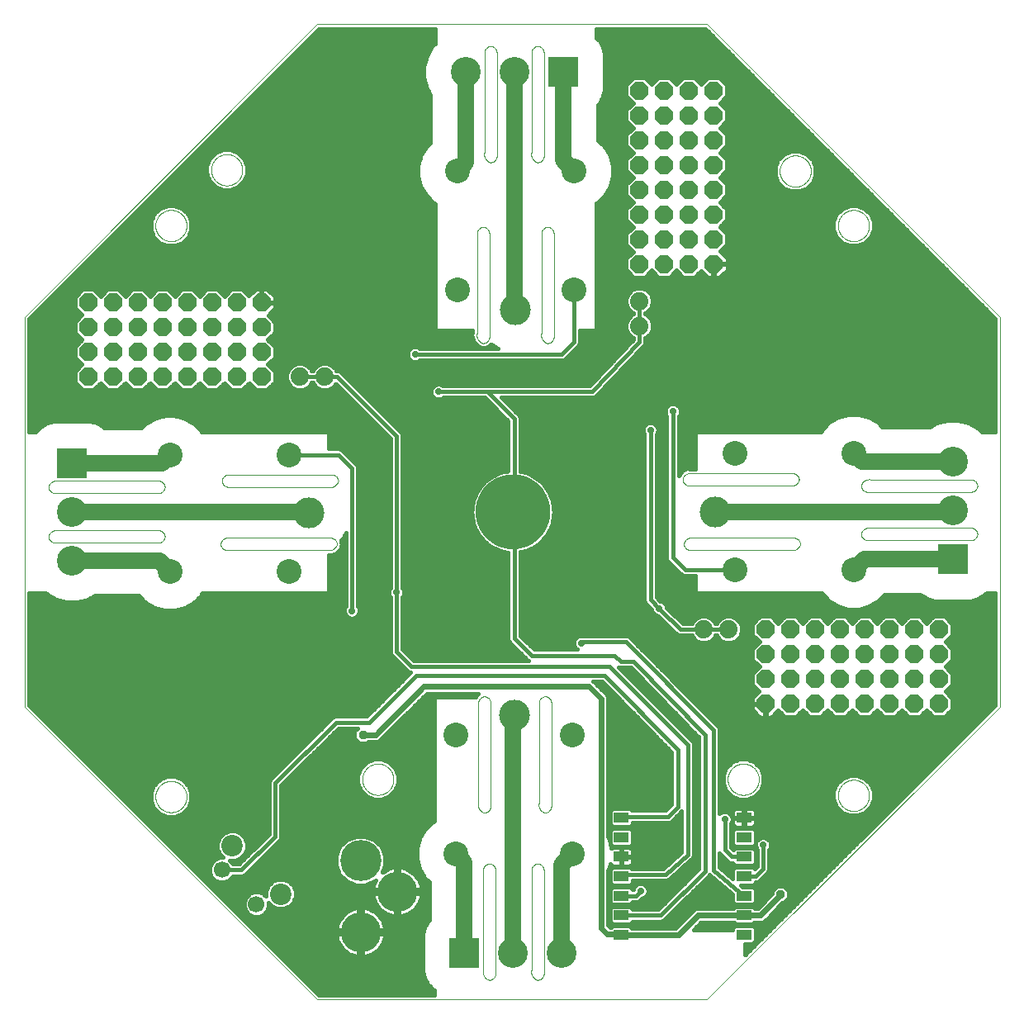
<source format=gbl>
G75*
%MOIN*%
%OFA0B0*%
%FSLAX25Y25*%
%IPPOS*%
%LPD*%
%AMOC8*
5,1,8,0,0,1.08239X$1,22.5*
%
%ADD10C,0.00100*%
%ADD11C,0.10000*%
%ADD12C,0.20000*%
%ADD13C,0.00000*%
%ADD14R,0.12000X0.12000*%
%ADD15C,0.12000*%
%ADD16C,0.16598*%
%ADD17C,0.16200*%
%ADD18C,0.12500*%
%ADD19C,0.10000*%
%ADD20C,0.08661*%
%ADD21C,0.06693*%
%ADD22R,0.05906X0.03937*%
%ADD23OC8,0.07400*%
%ADD24C,0.07400*%
%ADD25C,0.01600*%
%ADD26C,0.02800*%
%ADD27C,0.02400*%
%ADD28OC8,0.03562*%
%ADD29OC8,0.03600*%
%ADD30C,0.06600*%
%ADD31OC8,0.02800*%
D10*
X0129480Y0012130D02*
X0011370Y0130240D01*
X0011370Y0287720D01*
X0129480Y0405831D01*
X0286961Y0405831D01*
X0405071Y0287720D01*
X0405071Y0130240D01*
X0286961Y0012130D01*
X0129480Y0012130D01*
X0196500Y0024000D02*
X0196500Y0064000D01*
X0199000Y0067000D02*
X0199103Y0066988D01*
X0199205Y0066973D01*
X0199306Y0066954D01*
X0199407Y0066932D01*
X0199507Y0066905D01*
X0199606Y0066875D01*
X0199703Y0066841D01*
X0199799Y0066804D01*
X0199894Y0066763D01*
X0199987Y0066718D01*
X0200079Y0066670D01*
X0200168Y0066619D01*
X0200256Y0066564D01*
X0200341Y0066506D01*
X0200425Y0066445D01*
X0200505Y0066381D01*
X0200584Y0066314D01*
X0200660Y0066244D01*
X0200733Y0066171D01*
X0200803Y0066096D01*
X0200871Y0066018D01*
X0200936Y0065937D01*
X0200997Y0065854D01*
X0201056Y0065769D01*
X0201111Y0065682D01*
X0201163Y0065592D01*
X0201211Y0065501D01*
X0201256Y0065408D01*
X0201298Y0065314D01*
X0201336Y0065218D01*
X0201370Y0065120D01*
X0201401Y0065022D01*
X0201428Y0064922D01*
X0201451Y0064822D01*
X0201471Y0064720D01*
X0201486Y0064618D01*
X0201498Y0064516D01*
X0201506Y0064413D01*
X0201510Y0064309D01*
X0201511Y0064206D01*
X0201507Y0064103D01*
X0201500Y0064000D01*
X0201500Y0023000D01*
X0199000Y0020000D02*
X0198890Y0020028D01*
X0198780Y0020059D01*
X0198672Y0020094D01*
X0198565Y0020133D01*
X0198459Y0020175D01*
X0198355Y0020221D01*
X0198252Y0020270D01*
X0198151Y0020323D01*
X0198052Y0020380D01*
X0197955Y0020439D01*
X0197860Y0020502D01*
X0197768Y0020568D01*
X0197677Y0020637D01*
X0197589Y0020710D01*
X0197504Y0020785D01*
X0197421Y0020863D01*
X0197341Y0020944D01*
X0197263Y0021028D01*
X0197189Y0021114D01*
X0197118Y0021203D01*
X0197049Y0021294D01*
X0196984Y0021387D01*
X0196922Y0021482D01*
X0196863Y0021580D01*
X0196808Y0021680D01*
X0196756Y0021781D01*
X0196708Y0021884D01*
X0196663Y0021989D01*
X0196621Y0022095D01*
X0196584Y0022202D01*
X0196550Y0022311D01*
X0196520Y0022421D01*
X0196493Y0022532D01*
X0196471Y0022643D01*
X0196452Y0022755D01*
X0196437Y0022868D01*
X0196426Y0022982D01*
X0196419Y0023095D01*
X0196415Y0023209D01*
X0196416Y0023323D01*
X0196420Y0023437D01*
X0196429Y0023550D01*
X0196441Y0023664D01*
X0196457Y0023776D01*
X0196477Y0023889D01*
X0196500Y0024000D01*
X0199000Y0020000D02*
X0199103Y0020012D01*
X0199205Y0020027D01*
X0199306Y0020046D01*
X0199407Y0020068D01*
X0199507Y0020095D01*
X0199606Y0020125D01*
X0199703Y0020159D01*
X0199799Y0020196D01*
X0199894Y0020237D01*
X0199987Y0020282D01*
X0200079Y0020330D01*
X0200168Y0020381D01*
X0200256Y0020436D01*
X0200341Y0020494D01*
X0200425Y0020555D01*
X0200505Y0020619D01*
X0200584Y0020686D01*
X0200660Y0020756D01*
X0200733Y0020829D01*
X0200803Y0020904D01*
X0200871Y0020982D01*
X0200936Y0021063D01*
X0200997Y0021146D01*
X0201056Y0021231D01*
X0201111Y0021318D01*
X0201163Y0021408D01*
X0201211Y0021499D01*
X0201256Y0021592D01*
X0201298Y0021686D01*
X0201336Y0021782D01*
X0201370Y0021880D01*
X0201401Y0021978D01*
X0201428Y0022078D01*
X0201451Y0022178D01*
X0201471Y0022280D01*
X0201486Y0022382D01*
X0201498Y0022484D01*
X0201506Y0022587D01*
X0201510Y0022691D01*
X0201511Y0022794D01*
X0201507Y0022897D01*
X0201500Y0023000D01*
X0216000Y0024000D02*
X0216000Y0064000D01*
X0218500Y0067000D02*
X0218603Y0066988D01*
X0218705Y0066973D01*
X0218806Y0066954D01*
X0218907Y0066932D01*
X0219007Y0066905D01*
X0219106Y0066875D01*
X0219203Y0066841D01*
X0219299Y0066804D01*
X0219394Y0066763D01*
X0219487Y0066718D01*
X0219579Y0066670D01*
X0219668Y0066619D01*
X0219756Y0066564D01*
X0219841Y0066506D01*
X0219925Y0066445D01*
X0220005Y0066381D01*
X0220084Y0066314D01*
X0220160Y0066244D01*
X0220233Y0066171D01*
X0220303Y0066096D01*
X0220371Y0066018D01*
X0220436Y0065937D01*
X0220497Y0065854D01*
X0220556Y0065769D01*
X0220611Y0065682D01*
X0220663Y0065592D01*
X0220711Y0065501D01*
X0220756Y0065408D01*
X0220798Y0065314D01*
X0220836Y0065218D01*
X0220870Y0065120D01*
X0220901Y0065022D01*
X0220928Y0064922D01*
X0220951Y0064822D01*
X0220971Y0064720D01*
X0220986Y0064618D01*
X0220998Y0064516D01*
X0221006Y0064413D01*
X0221010Y0064309D01*
X0221011Y0064206D01*
X0221007Y0064103D01*
X0221000Y0064000D01*
X0221000Y0023000D01*
X0218500Y0020000D02*
X0218390Y0020028D01*
X0218280Y0020059D01*
X0218172Y0020094D01*
X0218065Y0020133D01*
X0217959Y0020175D01*
X0217855Y0020221D01*
X0217752Y0020270D01*
X0217651Y0020323D01*
X0217552Y0020380D01*
X0217455Y0020439D01*
X0217360Y0020502D01*
X0217268Y0020568D01*
X0217177Y0020637D01*
X0217089Y0020710D01*
X0217004Y0020785D01*
X0216921Y0020863D01*
X0216841Y0020944D01*
X0216763Y0021028D01*
X0216689Y0021114D01*
X0216618Y0021203D01*
X0216549Y0021294D01*
X0216484Y0021387D01*
X0216422Y0021482D01*
X0216363Y0021580D01*
X0216308Y0021680D01*
X0216256Y0021781D01*
X0216208Y0021884D01*
X0216163Y0021989D01*
X0216121Y0022095D01*
X0216084Y0022202D01*
X0216050Y0022311D01*
X0216020Y0022421D01*
X0215993Y0022532D01*
X0215971Y0022643D01*
X0215952Y0022755D01*
X0215937Y0022868D01*
X0215926Y0022982D01*
X0215919Y0023095D01*
X0215915Y0023209D01*
X0215916Y0023323D01*
X0215920Y0023437D01*
X0215929Y0023550D01*
X0215941Y0023664D01*
X0215957Y0023776D01*
X0215977Y0023889D01*
X0216000Y0024000D01*
X0218500Y0020000D02*
X0218603Y0020012D01*
X0218705Y0020027D01*
X0218806Y0020046D01*
X0218907Y0020068D01*
X0219007Y0020095D01*
X0219106Y0020125D01*
X0219203Y0020159D01*
X0219299Y0020196D01*
X0219394Y0020237D01*
X0219487Y0020282D01*
X0219579Y0020330D01*
X0219668Y0020381D01*
X0219756Y0020436D01*
X0219841Y0020494D01*
X0219925Y0020555D01*
X0220005Y0020619D01*
X0220084Y0020686D01*
X0220160Y0020756D01*
X0220233Y0020829D01*
X0220303Y0020904D01*
X0220371Y0020982D01*
X0220436Y0021063D01*
X0220497Y0021146D01*
X0220556Y0021231D01*
X0220611Y0021318D01*
X0220663Y0021408D01*
X0220711Y0021499D01*
X0220756Y0021592D01*
X0220798Y0021686D01*
X0220836Y0021782D01*
X0220870Y0021880D01*
X0220901Y0021978D01*
X0220928Y0022078D01*
X0220951Y0022178D01*
X0220971Y0022280D01*
X0220986Y0022382D01*
X0220998Y0022484D01*
X0221006Y0022587D01*
X0221010Y0022691D01*
X0221011Y0022794D01*
X0221007Y0022897D01*
X0221000Y0023000D01*
X0216000Y0064000D02*
X0215993Y0064103D01*
X0215989Y0064206D01*
X0215990Y0064309D01*
X0215994Y0064413D01*
X0216002Y0064516D01*
X0216014Y0064618D01*
X0216029Y0064720D01*
X0216049Y0064822D01*
X0216072Y0064922D01*
X0216099Y0065022D01*
X0216130Y0065120D01*
X0216164Y0065218D01*
X0216202Y0065314D01*
X0216244Y0065408D01*
X0216289Y0065501D01*
X0216337Y0065592D01*
X0216389Y0065682D01*
X0216444Y0065769D01*
X0216503Y0065854D01*
X0216564Y0065937D01*
X0216629Y0066018D01*
X0216697Y0066096D01*
X0216767Y0066171D01*
X0216840Y0066244D01*
X0216916Y0066314D01*
X0216995Y0066381D01*
X0217075Y0066445D01*
X0217159Y0066506D01*
X0217244Y0066564D01*
X0217332Y0066619D01*
X0217421Y0066670D01*
X0217513Y0066718D01*
X0217606Y0066763D01*
X0217701Y0066804D01*
X0217797Y0066841D01*
X0217894Y0066875D01*
X0217993Y0066905D01*
X0218093Y0066932D01*
X0218194Y0066954D01*
X0218295Y0066973D01*
X0218397Y0066988D01*
X0218500Y0067000D01*
X0199000Y0067000D02*
X0198897Y0066988D01*
X0198795Y0066973D01*
X0198694Y0066954D01*
X0198593Y0066932D01*
X0198493Y0066905D01*
X0198394Y0066875D01*
X0198297Y0066841D01*
X0198201Y0066804D01*
X0198106Y0066763D01*
X0198013Y0066718D01*
X0197921Y0066670D01*
X0197832Y0066619D01*
X0197744Y0066564D01*
X0197659Y0066506D01*
X0197575Y0066445D01*
X0197495Y0066381D01*
X0197416Y0066314D01*
X0197340Y0066244D01*
X0197267Y0066171D01*
X0197197Y0066096D01*
X0197129Y0066018D01*
X0197064Y0065937D01*
X0197003Y0065854D01*
X0196944Y0065769D01*
X0196889Y0065682D01*
X0196837Y0065592D01*
X0196789Y0065501D01*
X0196744Y0065408D01*
X0196702Y0065314D01*
X0196664Y0065218D01*
X0196630Y0065120D01*
X0196599Y0065022D01*
X0196572Y0064922D01*
X0196549Y0064822D01*
X0196529Y0064720D01*
X0196514Y0064618D01*
X0196502Y0064516D01*
X0196494Y0064413D01*
X0196490Y0064309D01*
X0196489Y0064206D01*
X0196493Y0064103D01*
X0196500Y0064000D01*
X0197000Y0087500D02*
X0197103Y0087512D01*
X0197205Y0087527D01*
X0197306Y0087546D01*
X0197407Y0087568D01*
X0197507Y0087595D01*
X0197606Y0087625D01*
X0197703Y0087659D01*
X0197799Y0087696D01*
X0197894Y0087737D01*
X0197987Y0087782D01*
X0198079Y0087830D01*
X0198168Y0087881D01*
X0198256Y0087936D01*
X0198341Y0087994D01*
X0198425Y0088055D01*
X0198505Y0088119D01*
X0198584Y0088186D01*
X0198660Y0088256D01*
X0198733Y0088329D01*
X0198803Y0088404D01*
X0198871Y0088482D01*
X0198936Y0088563D01*
X0198997Y0088646D01*
X0199056Y0088731D01*
X0199111Y0088818D01*
X0199163Y0088908D01*
X0199211Y0088999D01*
X0199256Y0089092D01*
X0199298Y0089186D01*
X0199336Y0089282D01*
X0199370Y0089380D01*
X0199401Y0089478D01*
X0199428Y0089578D01*
X0199451Y0089678D01*
X0199471Y0089780D01*
X0199486Y0089882D01*
X0199498Y0089984D01*
X0199506Y0090087D01*
X0199510Y0090191D01*
X0199511Y0090294D01*
X0199507Y0090397D01*
X0199500Y0090500D01*
X0199500Y0131500D01*
X0197000Y0134500D02*
X0196897Y0134488D01*
X0196795Y0134473D01*
X0196694Y0134454D01*
X0196593Y0134432D01*
X0196493Y0134405D01*
X0196394Y0134375D01*
X0196297Y0134341D01*
X0196201Y0134304D01*
X0196106Y0134263D01*
X0196013Y0134218D01*
X0195921Y0134170D01*
X0195832Y0134119D01*
X0195744Y0134064D01*
X0195659Y0134006D01*
X0195575Y0133945D01*
X0195495Y0133881D01*
X0195416Y0133814D01*
X0195340Y0133744D01*
X0195267Y0133671D01*
X0195197Y0133596D01*
X0195129Y0133518D01*
X0195064Y0133437D01*
X0195003Y0133354D01*
X0194944Y0133269D01*
X0194889Y0133182D01*
X0194837Y0133092D01*
X0194789Y0133001D01*
X0194744Y0132908D01*
X0194702Y0132814D01*
X0194664Y0132718D01*
X0194630Y0132620D01*
X0194599Y0132522D01*
X0194572Y0132422D01*
X0194549Y0132322D01*
X0194529Y0132220D01*
X0194514Y0132118D01*
X0194502Y0132016D01*
X0194494Y0131913D01*
X0194490Y0131809D01*
X0194489Y0131706D01*
X0194493Y0131603D01*
X0194500Y0131500D01*
X0194500Y0091500D01*
X0194477Y0091389D01*
X0194457Y0091276D01*
X0194441Y0091164D01*
X0194429Y0091050D01*
X0194420Y0090937D01*
X0194416Y0090823D01*
X0194415Y0090709D01*
X0194419Y0090595D01*
X0194426Y0090482D01*
X0194437Y0090368D01*
X0194452Y0090255D01*
X0194471Y0090143D01*
X0194493Y0090032D01*
X0194520Y0089921D01*
X0194550Y0089811D01*
X0194584Y0089702D01*
X0194621Y0089595D01*
X0194663Y0089489D01*
X0194708Y0089384D01*
X0194756Y0089281D01*
X0194808Y0089180D01*
X0194863Y0089080D01*
X0194922Y0088982D01*
X0194984Y0088887D01*
X0195049Y0088794D01*
X0195118Y0088703D01*
X0195189Y0088614D01*
X0195263Y0088528D01*
X0195341Y0088444D01*
X0195421Y0088363D01*
X0195504Y0088285D01*
X0195589Y0088210D01*
X0195677Y0088137D01*
X0195768Y0088068D01*
X0195860Y0088002D01*
X0195955Y0087939D01*
X0196052Y0087880D01*
X0196151Y0087823D01*
X0196252Y0087770D01*
X0196355Y0087721D01*
X0196459Y0087675D01*
X0196565Y0087633D01*
X0196672Y0087594D01*
X0196780Y0087559D01*
X0196890Y0087528D01*
X0197000Y0087500D01*
X0219000Y0091500D02*
X0219000Y0131500D01*
X0221500Y0134500D02*
X0221603Y0134488D01*
X0221705Y0134473D01*
X0221806Y0134454D01*
X0221907Y0134432D01*
X0222007Y0134405D01*
X0222106Y0134375D01*
X0222203Y0134341D01*
X0222299Y0134304D01*
X0222394Y0134263D01*
X0222487Y0134218D01*
X0222579Y0134170D01*
X0222668Y0134119D01*
X0222756Y0134064D01*
X0222841Y0134006D01*
X0222925Y0133945D01*
X0223005Y0133881D01*
X0223084Y0133814D01*
X0223160Y0133744D01*
X0223233Y0133671D01*
X0223303Y0133596D01*
X0223371Y0133518D01*
X0223436Y0133437D01*
X0223497Y0133354D01*
X0223556Y0133269D01*
X0223611Y0133182D01*
X0223663Y0133092D01*
X0223711Y0133001D01*
X0223756Y0132908D01*
X0223798Y0132814D01*
X0223836Y0132718D01*
X0223870Y0132620D01*
X0223901Y0132522D01*
X0223928Y0132422D01*
X0223951Y0132322D01*
X0223971Y0132220D01*
X0223986Y0132118D01*
X0223998Y0132016D01*
X0224006Y0131913D01*
X0224010Y0131809D01*
X0224011Y0131706D01*
X0224007Y0131603D01*
X0224000Y0131500D01*
X0224000Y0090500D01*
X0221500Y0087500D02*
X0221390Y0087528D01*
X0221280Y0087559D01*
X0221172Y0087594D01*
X0221065Y0087633D01*
X0220959Y0087675D01*
X0220855Y0087721D01*
X0220752Y0087770D01*
X0220651Y0087823D01*
X0220552Y0087880D01*
X0220455Y0087939D01*
X0220360Y0088002D01*
X0220268Y0088068D01*
X0220177Y0088137D01*
X0220089Y0088210D01*
X0220004Y0088285D01*
X0219921Y0088363D01*
X0219841Y0088444D01*
X0219763Y0088528D01*
X0219689Y0088614D01*
X0219618Y0088703D01*
X0219549Y0088794D01*
X0219484Y0088887D01*
X0219422Y0088982D01*
X0219363Y0089080D01*
X0219308Y0089180D01*
X0219256Y0089281D01*
X0219208Y0089384D01*
X0219163Y0089489D01*
X0219121Y0089595D01*
X0219084Y0089702D01*
X0219050Y0089811D01*
X0219020Y0089921D01*
X0218993Y0090032D01*
X0218971Y0090143D01*
X0218952Y0090255D01*
X0218937Y0090368D01*
X0218926Y0090482D01*
X0218919Y0090595D01*
X0218915Y0090709D01*
X0218916Y0090823D01*
X0218920Y0090937D01*
X0218929Y0091050D01*
X0218941Y0091164D01*
X0218957Y0091276D01*
X0218977Y0091389D01*
X0219000Y0091500D01*
X0221500Y0087500D02*
X0221603Y0087512D01*
X0221705Y0087527D01*
X0221806Y0087546D01*
X0221907Y0087568D01*
X0222007Y0087595D01*
X0222106Y0087625D01*
X0222203Y0087659D01*
X0222299Y0087696D01*
X0222394Y0087737D01*
X0222487Y0087782D01*
X0222579Y0087830D01*
X0222668Y0087881D01*
X0222756Y0087936D01*
X0222841Y0087994D01*
X0222925Y0088055D01*
X0223005Y0088119D01*
X0223084Y0088186D01*
X0223160Y0088256D01*
X0223233Y0088329D01*
X0223303Y0088404D01*
X0223371Y0088482D01*
X0223436Y0088563D01*
X0223497Y0088646D01*
X0223556Y0088731D01*
X0223611Y0088818D01*
X0223663Y0088908D01*
X0223711Y0088999D01*
X0223756Y0089092D01*
X0223798Y0089186D01*
X0223836Y0089282D01*
X0223870Y0089380D01*
X0223901Y0089478D01*
X0223928Y0089578D01*
X0223951Y0089678D01*
X0223971Y0089780D01*
X0223986Y0089882D01*
X0223998Y0089984D01*
X0224006Y0090087D01*
X0224010Y0090191D01*
X0224011Y0090294D01*
X0224007Y0090397D01*
X0224000Y0090500D01*
X0219000Y0131500D02*
X0218993Y0131603D01*
X0218989Y0131706D01*
X0218990Y0131809D01*
X0218994Y0131913D01*
X0219002Y0132016D01*
X0219014Y0132118D01*
X0219029Y0132220D01*
X0219049Y0132322D01*
X0219072Y0132422D01*
X0219099Y0132522D01*
X0219130Y0132620D01*
X0219164Y0132718D01*
X0219202Y0132814D01*
X0219244Y0132908D01*
X0219289Y0133001D01*
X0219337Y0133092D01*
X0219389Y0133182D01*
X0219444Y0133269D01*
X0219503Y0133354D01*
X0219564Y0133437D01*
X0219629Y0133518D01*
X0219697Y0133596D01*
X0219767Y0133671D01*
X0219840Y0133744D01*
X0219916Y0133814D01*
X0219995Y0133881D01*
X0220075Y0133945D01*
X0220159Y0134006D01*
X0220244Y0134064D01*
X0220332Y0134119D01*
X0220421Y0134170D01*
X0220513Y0134218D01*
X0220606Y0134263D01*
X0220701Y0134304D01*
X0220797Y0134341D01*
X0220894Y0134375D01*
X0220993Y0134405D01*
X0221093Y0134432D01*
X0221194Y0134454D01*
X0221295Y0134473D01*
X0221397Y0134488D01*
X0221500Y0134500D01*
X0199500Y0131500D02*
X0199507Y0131603D01*
X0199511Y0131706D01*
X0199510Y0131809D01*
X0199506Y0131913D01*
X0199498Y0132016D01*
X0199486Y0132118D01*
X0199471Y0132220D01*
X0199451Y0132322D01*
X0199428Y0132422D01*
X0199401Y0132522D01*
X0199370Y0132620D01*
X0199336Y0132718D01*
X0199298Y0132814D01*
X0199256Y0132908D01*
X0199211Y0133001D01*
X0199163Y0133092D01*
X0199111Y0133182D01*
X0199056Y0133269D01*
X0198997Y0133354D01*
X0198936Y0133437D01*
X0198871Y0133518D01*
X0198803Y0133596D01*
X0198733Y0133671D01*
X0198660Y0133744D01*
X0198584Y0133814D01*
X0198505Y0133881D01*
X0198425Y0133945D01*
X0198341Y0134006D01*
X0198256Y0134064D01*
X0198168Y0134119D01*
X0198079Y0134170D01*
X0197987Y0134218D01*
X0197894Y0134263D01*
X0197799Y0134304D01*
X0197703Y0134341D01*
X0197606Y0134375D01*
X0197507Y0134405D01*
X0197407Y0134432D01*
X0197306Y0134454D01*
X0197205Y0134473D01*
X0197103Y0134488D01*
X0197000Y0134500D01*
X0133500Y0193500D02*
X0093500Y0193500D01*
X0090500Y0196000D02*
X0090512Y0196103D01*
X0090527Y0196205D01*
X0090546Y0196306D01*
X0090568Y0196407D01*
X0090595Y0196507D01*
X0090625Y0196606D01*
X0090659Y0196703D01*
X0090696Y0196799D01*
X0090737Y0196894D01*
X0090782Y0196987D01*
X0090830Y0197079D01*
X0090881Y0197168D01*
X0090936Y0197256D01*
X0090994Y0197341D01*
X0091055Y0197425D01*
X0091119Y0197505D01*
X0091186Y0197584D01*
X0091256Y0197660D01*
X0091329Y0197733D01*
X0091404Y0197803D01*
X0091482Y0197871D01*
X0091563Y0197936D01*
X0091646Y0197997D01*
X0091731Y0198056D01*
X0091818Y0198111D01*
X0091908Y0198163D01*
X0091999Y0198211D01*
X0092092Y0198256D01*
X0092186Y0198298D01*
X0092282Y0198336D01*
X0092380Y0198370D01*
X0092478Y0198401D01*
X0092578Y0198428D01*
X0092678Y0198451D01*
X0092780Y0198471D01*
X0092882Y0198486D01*
X0092984Y0198498D01*
X0093087Y0198506D01*
X0093191Y0198510D01*
X0093294Y0198511D01*
X0093397Y0198507D01*
X0093500Y0198500D01*
X0134500Y0198500D01*
X0137500Y0196000D02*
X0137472Y0195890D01*
X0137441Y0195780D01*
X0137406Y0195672D01*
X0137367Y0195565D01*
X0137325Y0195459D01*
X0137279Y0195355D01*
X0137230Y0195252D01*
X0137177Y0195151D01*
X0137120Y0195052D01*
X0137061Y0194955D01*
X0136998Y0194860D01*
X0136932Y0194768D01*
X0136863Y0194677D01*
X0136790Y0194589D01*
X0136715Y0194504D01*
X0136637Y0194421D01*
X0136556Y0194341D01*
X0136472Y0194263D01*
X0136386Y0194189D01*
X0136297Y0194118D01*
X0136206Y0194049D01*
X0136113Y0193984D01*
X0136018Y0193922D01*
X0135920Y0193863D01*
X0135820Y0193808D01*
X0135719Y0193756D01*
X0135616Y0193708D01*
X0135511Y0193663D01*
X0135405Y0193621D01*
X0135298Y0193584D01*
X0135189Y0193550D01*
X0135079Y0193520D01*
X0134968Y0193493D01*
X0134857Y0193471D01*
X0134745Y0193452D01*
X0134632Y0193437D01*
X0134518Y0193426D01*
X0134405Y0193419D01*
X0134291Y0193415D01*
X0134177Y0193416D01*
X0134063Y0193420D01*
X0133950Y0193429D01*
X0133836Y0193441D01*
X0133724Y0193457D01*
X0133611Y0193477D01*
X0133500Y0193500D01*
X0137500Y0196000D02*
X0137488Y0196103D01*
X0137473Y0196205D01*
X0137454Y0196306D01*
X0137432Y0196407D01*
X0137405Y0196507D01*
X0137375Y0196606D01*
X0137341Y0196703D01*
X0137304Y0196799D01*
X0137263Y0196894D01*
X0137218Y0196987D01*
X0137170Y0197079D01*
X0137119Y0197168D01*
X0137064Y0197256D01*
X0137006Y0197341D01*
X0136945Y0197425D01*
X0136881Y0197505D01*
X0136814Y0197584D01*
X0136744Y0197660D01*
X0136671Y0197733D01*
X0136596Y0197803D01*
X0136518Y0197871D01*
X0136437Y0197936D01*
X0136354Y0197997D01*
X0136269Y0198056D01*
X0136182Y0198111D01*
X0136092Y0198163D01*
X0136001Y0198211D01*
X0135908Y0198256D01*
X0135814Y0198298D01*
X0135718Y0198336D01*
X0135620Y0198370D01*
X0135522Y0198401D01*
X0135422Y0198428D01*
X0135322Y0198451D01*
X0135220Y0198471D01*
X0135118Y0198486D01*
X0135016Y0198498D01*
X0134913Y0198506D01*
X0134809Y0198510D01*
X0134706Y0198511D01*
X0134603Y0198507D01*
X0134500Y0198500D01*
X0134000Y0219000D02*
X0094000Y0219000D01*
X0091000Y0221500D02*
X0091012Y0221603D01*
X0091027Y0221705D01*
X0091046Y0221806D01*
X0091068Y0221907D01*
X0091095Y0222007D01*
X0091125Y0222106D01*
X0091159Y0222203D01*
X0091196Y0222299D01*
X0091237Y0222394D01*
X0091282Y0222487D01*
X0091330Y0222579D01*
X0091381Y0222668D01*
X0091436Y0222756D01*
X0091494Y0222841D01*
X0091555Y0222925D01*
X0091619Y0223005D01*
X0091686Y0223084D01*
X0091756Y0223160D01*
X0091829Y0223233D01*
X0091904Y0223303D01*
X0091982Y0223371D01*
X0092063Y0223436D01*
X0092146Y0223497D01*
X0092231Y0223556D01*
X0092318Y0223611D01*
X0092408Y0223663D01*
X0092499Y0223711D01*
X0092592Y0223756D01*
X0092686Y0223798D01*
X0092782Y0223836D01*
X0092880Y0223870D01*
X0092978Y0223901D01*
X0093078Y0223928D01*
X0093178Y0223951D01*
X0093280Y0223971D01*
X0093382Y0223986D01*
X0093484Y0223998D01*
X0093587Y0224006D01*
X0093691Y0224010D01*
X0093794Y0224011D01*
X0093897Y0224007D01*
X0094000Y0224000D01*
X0135000Y0224000D01*
X0138000Y0221500D02*
X0137972Y0221390D01*
X0137941Y0221280D01*
X0137906Y0221172D01*
X0137867Y0221065D01*
X0137825Y0220959D01*
X0137779Y0220855D01*
X0137730Y0220752D01*
X0137677Y0220651D01*
X0137620Y0220552D01*
X0137561Y0220455D01*
X0137498Y0220360D01*
X0137432Y0220268D01*
X0137363Y0220177D01*
X0137290Y0220089D01*
X0137215Y0220004D01*
X0137137Y0219921D01*
X0137056Y0219841D01*
X0136972Y0219763D01*
X0136886Y0219689D01*
X0136797Y0219618D01*
X0136706Y0219549D01*
X0136613Y0219484D01*
X0136518Y0219422D01*
X0136420Y0219363D01*
X0136320Y0219308D01*
X0136219Y0219256D01*
X0136116Y0219208D01*
X0136011Y0219163D01*
X0135905Y0219121D01*
X0135798Y0219084D01*
X0135689Y0219050D01*
X0135579Y0219020D01*
X0135468Y0218993D01*
X0135357Y0218971D01*
X0135245Y0218952D01*
X0135132Y0218937D01*
X0135018Y0218926D01*
X0134905Y0218919D01*
X0134791Y0218915D01*
X0134677Y0218916D01*
X0134563Y0218920D01*
X0134450Y0218929D01*
X0134336Y0218941D01*
X0134224Y0218957D01*
X0134111Y0218977D01*
X0134000Y0219000D01*
X0138000Y0221500D02*
X0137988Y0221603D01*
X0137973Y0221705D01*
X0137954Y0221806D01*
X0137932Y0221907D01*
X0137905Y0222007D01*
X0137875Y0222106D01*
X0137841Y0222203D01*
X0137804Y0222299D01*
X0137763Y0222394D01*
X0137718Y0222487D01*
X0137670Y0222579D01*
X0137619Y0222668D01*
X0137564Y0222756D01*
X0137506Y0222841D01*
X0137445Y0222925D01*
X0137381Y0223005D01*
X0137314Y0223084D01*
X0137244Y0223160D01*
X0137171Y0223233D01*
X0137096Y0223303D01*
X0137018Y0223371D01*
X0136937Y0223436D01*
X0136854Y0223497D01*
X0136769Y0223556D01*
X0136682Y0223611D01*
X0136592Y0223663D01*
X0136501Y0223711D01*
X0136408Y0223756D01*
X0136314Y0223798D01*
X0136218Y0223836D01*
X0136120Y0223870D01*
X0136022Y0223901D01*
X0135922Y0223928D01*
X0135822Y0223951D01*
X0135720Y0223971D01*
X0135618Y0223986D01*
X0135516Y0223998D01*
X0135413Y0224006D01*
X0135309Y0224010D01*
X0135206Y0224011D01*
X0135103Y0224007D01*
X0135000Y0224000D01*
X0094000Y0219000D02*
X0093897Y0218993D01*
X0093794Y0218989D01*
X0093691Y0218990D01*
X0093587Y0218994D01*
X0093484Y0219002D01*
X0093382Y0219014D01*
X0093280Y0219029D01*
X0093178Y0219049D01*
X0093078Y0219072D01*
X0092978Y0219099D01*
X0092880Y0219130D01*
X0092782Y0219164D01*
X0092686Y0219202D01*
X0092592Y0219244D01*
X0092499Y0219289D01*
X0092408Y0219337D01*
X0092318Y0219389D01*
X0092231Y0219444D01*
X0092146Y0219503D01*
X0092063Y0219564D01*
X0091982Y0219629D01*
X0091904Y0219697D01*
X0091829Y0219767D01*
X0091756Y0219840D01*
X0091686Y0219916D01*
X0091619Y0219995D01*
X0091555Y0220075D01*
X0091494Y0220159D01*
X0091436Y0220244D01*
X0091381Y0220332D01*
X0091330Y0220421D01*
X0091282Y0220513D01*
X0091237Y0220606D01*
X0091196Y0220701D01*
X0091159Y0220797D01*
X0091125Y0220894D01*
X0091095Y0220993D01*
X0091068Y0221093D01*
X0091046Y0221194D01*
X0091027Y0221295D01*
X0091012Y0221397D01*
X0091000Y0221500D01*
X0090500Y0196000D02*
X0090512Y0195897D01*
X0090527Y0195795D01*
X0090546Y0195694D01*
X0090568Y0195593D01*
X0090595Y0195493D01*
X0090625Y0195394D01*
X0090659Y0195297D01*
X0090696Y0195201D01*
X0090737Y0195106D01*
X0090782Y0195013D01*
X0090830Y0194921D01*
X0090881Y0194832D01*
X0090936Y0194744D01*
X0090994Y0194659D01*
X0091055Y0194575D01*
X0091119Y0194495D01*
X0091186Y0194416D01*
X0091256Y0194340D01*
X0091329Y0194267D01*
X0091404Y0194197D01*
X0091482Y0194129D01*
X0091563Y0194064D01*
X0091646Y0194003D01*
X0091731Y0193944D01*
X0091818Y0193889D01*
X0091908Y0193837D01*
X0091999Y0193789D01*
X0092092Y0193744D01*
X0092186Y0193702D01*
X0092282Y0193664D01*
X0092380Y0193630D01*
X0092478Y0193599D01*
X0092578Y0193572D01*
X0092678Y0193549D01*
X0092780Y0193529D01*
X0092882Y0193514D01*
X0092984Y0193502D01*
X0093087Y0193494D01*
X0093191Y0193490D01*
X0093294Y0193489D01*
X0093397Y0193493D01*
X0093500Y0193500D01*
X0065000Y0196500D02*
X0024000Y0196500D01*
X0021000Y0199000D02*
X0021028Y0199110D01*
X0021059Y0199220D01*
X0021094Y0199328D01*
X0021133Y0199435D01*
X0021175Y0199541D01*
X0021221Y0199645D01*
X0021270Y0199748D01*
X0021323Y0199849D01*
X0021380Y0199948D01*
X0021439Y0200045D01*
X0021502Y0200140D01*
X0021568Y0200232D01*
X0021637Y0200323D01*
X0021710Y0200411D01*
X0021785Y0200496D01*
X0021863Y0200579D01*
X0021944Y0200659D01*
X0022028Y0200737D01*
X0022114Y0200811D01*
X0022203Y0200882D01*
X0022294Y0200951D01*
X0022387Y0201016D01*
X0022482Y0201078D01*
X0022580Y0201137D01*
X0022680Y0201192D01*
X0022781Y0201244D01*
X0022884Y0201292D01*
X0022989Y0201337D01*
X0023095Y0201379D01*
X0023202Y0201416D01*
X0023311Y0201450D01*
X0023421Y0201480D01*
X0023532Y0201507D01*
X0023643Y0201529D01*
X0023755Y0201548D01*
X0023868Y0201563D01*
X0023982Y0201574D01*
X0024095Y0201581D01*
X0024209Y0201585D01*
X0024323Y0201584D01*
X0024437Y0201580D01*
X0024550Y0201571D01*
X0024664Y0201559D01*
X0024776Y0201543D01*
X0024889Y0201523D01*
X0025000Y0201500D01*
X0065000Y0201500D01*
X0068000Y0199000D02*
X0067988Y0198897D01*
X0067973Y0198795D01*
X0067954Y0198694D01*
X0067932Y0198593D01*
X0067905Y0198493D01*
X0067875Y0198394D01*
X0067841Y0198297D01*
X0067804Y0198201D01*
X0067763Y0198106D01*
X0067718Y0198013D01*
X0067670Y0197921D01*
X0067619Y0197832D01*
X0067564Y0197744D01*
X0067506Y0197659D01*
X0067445Y0197575D01*
X0067381Y0197495D01*
X0067314Y0197416D01*
X0067244Y0197340D01*
X0067171Y0197267D01*
X0067096Y0197197D01*
X0067018Y0197129D01*
X0066937Y0197064D01*
X0066854Y0197003D01*
X0066769Y0196944D01*
X0066682Y0196889D01*
X0066592Y0196837D01*
X0066501Y0196789D01*
X0066408Y0196744D01*
X0066314Y0196702D01*
X0066218Y0196664D01*
X0066120Y0196630D01*
X0066022Y0196599D01*
X0065922Y0196572D01*
X0065822Y0196549D01*
X0065720Y0196529D01*
X0065618Y0196514D01*
X0065516Y0196502D01*
X0065413Y0196494D01*
X0065309Y0196490D01*
X0065206Y0196489D01*
X0065103Y0196493D01*
X0065000Y0196500D01*
X0068000Y0199000D02*
X0067988Y0199103D01*
X0067973Y0199205D01*
X0067954Y0199306D01*
X0067932Y0199407D01*
X0067905Y0199507D01*
X0067875Y0199606D01*
X0067841Y0199703D01*
X0067804Y0199799D01*
X0067763Y0199894D01*
X0067718Y0199987D01*
X0067670Y0200079D01*
X0067619Y0200168D01*
X0067564Y0200256D01*
X0067506Y0200341D01*
X0067445Y0200425D01*
X0067381Y0200505D01*
X0067314Y0200584D01*
X0067244Y0200660D01*
X0067171Y0200733D01*
X0067096Y0200803D01*
X0067018Y0200871D01*
X0066937Y0200936D01*
X0066854Y0200997D01*
X0066769Y0201056D01*
X0066682Y0201111D01*
X0066592Y0201163D01*
X0066501Y0201211D01*
X0066408Y0201256D01*
X0066314Y0201298D01*
X0066218Y0201336D01*
X0066120Y0201370D01*
X0066022Y0201401D01*
X0065922Y0201428D01*
X0065822Y0201451D01*
X0065720Y0201471D01*
X0065618Y0201486D01*
X0065516Y0201498D01*
X0065413Y0201506D01*
X0065309Y0201510D01*
X0065206Y0201511D01*
X0065103Y0201507D01*
X0065000Y0201500D01*
X0065000Y0216500D02*
X0024000Y0216500D01*
X0021000Y0219000D02*
X0021028Y0219110D01*
X0021059Y0219220D01*
X0021094Y0219328D01*
X0021133Y0219435D01*
X0021175Y0219541D01*
X0021221Y0219645D01*
X0021270Y0219748D01*
X0021323Y0219849D01*
X0021380Y0219948D01*
X0021439Y0220045D01*
X0021502Y0220140D01*
X0021568Y0220232D01*
X0021637Y0220323D01*
X0021710Y0220411D01*
X0021785Y0220496D01*
X0021863Y0220579D01*
X0021944Y0220659D01*
X0022028Y0220737D01*
X0022114Y0220811D01*
X0022203Y0220882D01*
X0022294Y0220951D01*
X0022387Y0221016D01*
X0022482Y0221078D01*
X0022580Y0221137D01*
X0022680Y0221192D01*
X0022781Y0221244D01*
X0022884Y0221292D01*
X0022989Y0221337D01*
X0023095Y0221379D01*
X0023202Y0221416D01*
X0023311Y0221450D01*
X0023421Y0221480D01*
X0023532Y0221507D01*
X0023643Y0221529D01*
X0023755Y0221548D01*
X0023868Y0221563D01*
X0023982Y0221574D01*
X0024095Y0221581D01*
X0024209Y0221585D01*
X0024323Y0221584D01*
X0024437Y0221580D01*
X0024550Y0221571D01*
X0024664Y0221559D01*
X0024776Y0221543D01*
X0024889Y0221523D01*
X0025000Y0221500D01*
X0065000Y0221500D01*
X0068000Y0219000D02*
X0067988Y0218897D01*
X0067973Y0218795D01*
X0067954Y0218694D01*
X0067932Y0218593D01*
X0067905Y0218493D01*
X0067875Y0218394D01*
X0067841Y0218297D01*
X0067804Y0218201D01*
X0067763Y0218106D01*
X0067718Y0218013D01*
X0067670Y0217921D01*
X0067619Y0217832D01*
X0067564Y0217744D01*
X0067506Y0217659D01*
X0067445Y0217575D01*
X0067381Y0217495D01*
X0067314Y0217416D01*
X0067244Y0217340D01*
X0067171Y0217267D01*
X0067096Y0217197D01*
X0067018Y0217129D01*
X0066937Y0217064D01*
X0066854Y0217003D01*
X0066769Y0216944D01*
X0066682Y0216889D01*
X0066592Y0216837D01*
X0066501Y0216789D01*
X0066408Y0216744D01*
X0066314Y0216702D01*
X0066218Y0216664D01*
X0066120Y0216630D01*
X0066022Y0216599D01*
X0065922Y0216572D01*
X0065822Y0216549D01*
X0065720Y0216529D01*
X0065618Y0216514D01*
X0065516Y0216502D01*
X0065413Y0216494D01*
X0065309Y0216490D01*
X0065206Y0216489D01*
X0065103Y0216493D01*
X0065000Y0216500D01*
X0068000Y0219000D02*
X0067988Y0219103D01*
X0067973Y0219205D01*
X0067954Y0219306D01*
X0067932Y0219407D01*
X0067905Y0219507D01*
X0067875Y0219606D01*
X0067841Y0219703D01*
X0067804Y0219799D01*
X0067763Y0219894D01*
X0067718Y0219987D01*
X0067670Y0220079D01*
X0067619Y0220168D01*
X0067564Y0220256D01*
X0067506Y0220341D01*
X0067445Y0220425D01*
X0067381Y0220505D01*
X0067314Y0220584D01*
X0067244Y0220660D01*
X0067171Y0220733D01*
X0067096Y0220803D01*
X0067018Y0220871D01*
X0066937Y0220936D01*
X0066854Y0220997D01*
X0066769Y0221056D01*
X0066682Y0221111D01*
X0066592Y0221163D01*
X0066501Y0221211D01*
X0066408Y0221256D01*
X0066314Y0221298D01*
X0066218Y0221336D01*
X0066120Y0221370D01*
X0066022Y0221401D01*
X0065922Y0221428D01*
X0065822Y0221451D01*
X0065720Y0221471D01*
X0065618Y0221486D01*
X0065516Y0221498D01*
X0065413Y0221506D01*
X0065309Y0221510D01*
X0065206Y0221511D01*
X0065103Y0221507D01*
X0065000Y0221500D01*
X0024000Y0216500D02*
X0023897Y0216493D01*
X0023794Y0216489D01*
X0023691Y0216490D01*
X0023587Y0216494D01*
X0023484Y0216502D01*
X0023382Y0216514D01*
X0023280Y0216529D01*
X0023178Y0216549D01*
X0023078Y0216572D01*
X0022978Y0216599D01*
X0022880Y0216630D01*
X0022782Y0216664D01*
X0022686Y0216702D01*
X0022592Y0216744D01*
X0022499Y0216789D01*
X0022408Y0216837D01*
X0022318Y0216889D01*
X0022231Y0216944D01*
X0022146Y0217003D01*
X0022063Y0217064D01*
X0021982Y0217129D01*
X0021904Y0217197D01*
X0021829Y0217267D01*
X0021756Y0217340D01*
X0021686Y0217416D01*
X0021619Y0217495D01*
X0021555Y0217575D01*
X0021494Y0217659D01*
X0021436Y0217744D01*
X0021381Y0217832D01*
X0021330Y0217921D01*
X0021282Y0218013D01*
X0021237Y0218106D01*
X0021196Y0218201D01*
X0021159Y0218297D01*
X0021125Y0218394D01*
X0021095Y0218493D01*
X0021068Y0218593D01*
X0021046Y0218694D01*
X0021027Y0218795D01*
X0021012Y0218897D01*
X0021000Y0219000D01*
X0021000Y0199000D02*
X0021012Y0198897D01*
X0021027Y0198795D01*
X0021046Y0198694D01*
X0021068Y0198593D01*
X0021095Y0198493D01*
X0021125Y0198394D01*
X0021159Y0198297D01*
X0021196Y0198201D01*
X0021237Y0198106D01*
X0021282Y0198013D01*
X0021330Y0197921D01*
X0021381Y0197832D01*
X0021436Y0197744D01*
X0021494Y0197659D01*
X0021555Y0197575D01*
X0021619Y0197495D01*
X0021686Y0197416D01*
X0021756Y0197340D01*
X0021829Y0197267D01*
X0021904Y0197197D01*
X0021982Y0197129D01*
X0022063Y0197064D01*
X0022146Y0197003D01*
X0022231Y0196944D01*
X0022318Y0196889D01*
X0022408Y0196837D01*
X0022499Y0196789D01*
X0022592Y0196744D01*
X0022686Y0196702D01*
X0022782Y0196664D01*
X0022880Y0196630D01*
X0022978Y0196599D01*
X0023078Y0196572D01*
X0023178Y0196549D01*
X0023280Y0196529D01*
X0023382Y0196514D01*
X0023484Y0196502D01*
X0023587Y0196494D01*
X0023691Y0196490D01*
X0023794Y0196489D01*
X0023897Y0196493D01*
X0024000Y0196500D01*
X0194000Y0281000D02*
X0194000Y0321000D01*
X0196500Y0324000D02*
X0196603Y0323988D01*
X0196705Y0323973D01*
X0196806Y0323954D01*
X0196907Y0323932D01*
X0197007Y0323905D01*
X0197106Y0323875D01*
X0197203Y0323841D01*
X0197299Y0323804D01*
X0197394Y0323763D01*
X0197487Y0323718D01*
X0197579Y0323670D01*
X0197668Y0323619D01*
X0197756Y0323564D01*
X0197841Y0323506D01*
X0197925Y0323445D01*
X0198005Y0323381D01*
X0198084Y0323314D01*
X0198160Y0323244D01*
X0198233Y0323171D01*
X0198303Y0323096D01*
X0198371Y0323018D01*
X0198436Y0322937D01*
X0198497Y0322854D01*
X0198556Y0322769D01*
X0198611Y0322682D01*
X0198663Y0322592D01*
X0198711Y0322501D01*
X0198756Y0322408D01*
X0198798Y0322314D01*
X0198836Y0322218D01*
X0198870Y0322120D01*
X0198901Y0322022D01*
X0198928Y0321922D01*
X0198951Y0321822D01*
X0198971Y0321720D01*
X0198986Y0321618D01*
X0198998Y0321516D01*
X0199006Y0321413D01*
X0199010Y0321309D01*
X0199011Y0321206D01*
X0199007Y0321103D01*
X0199000Y0321000D01*
X0199000Y0280000D01*
X0196500Y0277000D02*
X0196390Y0277028D01*
X0196280Y0277059D01*
X0196172Y0277094D01*
X0196065Y0277133D01*
X0195959Y0277175D01*
X0195855Y0277221D01*
X0195752Y0277270D01*
X0195651Y0277323D01*
X0195552Y0277380D01*
X0195455Y0277439D01*
X0195360Y0277502D01*
X0195268Y0277568D01*
X0195177Y0277637D01*
X0195089Y0277710D01*
X0195004Y0277785D01*
X0194921Y0277863D01*
X0194841Y0277944D01*
X0194763Y0278028D01*
X0194689Y0278114D01*
X0194618Y0278203D01*
X0194549Y0278294D01*
X0194484Y0278387D01*
X0194422Y0278482D01*
X0194363Y0278580D01*
X0194308Y0278680D01*
X0194256Y0278781D01*
X0194208Y0278884D01*
X0194163Y0278989D01*
X0194121Y0279095D01*
X0194084Y0279202D01*
X0194050Y0279311D01*
X0194020Y0279421D01*
X0193993Y0279532D01*
X0193971Y0279643D01*
X0193952Y0279755D01*
X0193937Y0279868D01*
X0193926Y0279982D01*
X0193919Y0280095D01*
X0193915Y0280209D01*
X0193916Y0280323D01*
X0193920Y0280437D01*
X0193929Y0280550D01*
X0193941Y0280664D01*
X0193957Y0280776D01*
X0193977Y0280889D01*
X0194000Y0281000D01*
X0196500Y0277000D02*
X0196603Y0277012D01*
X0196705Y0277027D01*
X0196806Y0277046D01*
X0196907Y0277068D01*
X0197007Y0277095D01*
X0197106Y0277125D01*
X0197203Y0277159D01*
X0197299Y0277196D01*
X0197394Y0277237D01*
X0197487Y0277282D01*
X0197579Y0277330D01*
X0197668Y0277381D01*
X0197756Y0277436D01*
X0197841Y0277494D01*
X0197925Y0277555D01*
X0198005Y0277619D01*
X0198084Y0277686D01*
X0198160Y0277756D01*
X0198233Y0277829D01*
X0198303Y0277904D01*
X0198371Y0277982D01*
X0198436Y0278063D01*
X0198497Y0278146D01*
X0198556Y0278231D01*
X0198611Y0278318D01*
X0198663Y0278408D01*
X0198711Y0278499D01*
X0198756Y0278592D01*
X0198798Y0278686D01*
X0198836Y0278782D01*
X0198870Y0278880D01*
X0198901Y0278978D01*
X0198928Y0279078D01*
X0198951Y0279178D01*
X0198971Y0279280D01*
X0198986Y0279382D01*
X0198998Y0279484D01*
X0199006Y0279587D01*
X0199010Y0279691D01*
X0199011Y0279794D01*
X0199007Y0279897D01*
X0199000Y0280000D01*
X0220000Y0281000D02*
X0220000Y0321000D01*
X0222500Y0324000D02*
X0222603Y0323988D01*
X0222705Y0323973D01*
X0222806Y0323954D01*
X0222907Y0323932D01*
X0223007Y0323905D01*
X0223106Y0323875D01*
X0223203Y0323841D01*
X0223299Y0323804D01*
X0223394Y0323763D01*
X0223487Y0323718D01*
X0223579Y0323670D01*
X0223668Y0323619D01*
X0223756Y0323564D01*
X0223841Y0323506D01*
X0223925Y0323445D01*
X0224005Y0323381D01*
X0224084Y0323314D01*
X0224160Y0323244D01*
X0224233Y0323171D01*
X0224303Y0323096D01*
X0224371Y0323018D01*
X0224436Y0322937D01*
X0224497Y0322854D01*
X0224556Y0322769D01*
X0224611Y0322682D01*
X0224663Y0322592D01*
X0224711Y0322501D01*
X0224756Y0322408D01*
X0224798Y0322314D01*
X0224836Y0322218D01*
X0224870Y0322120D01*
X0224901Y0322022D01*
X0224928Y0321922D01*
X0224951Y0321822D01*
X0224971Y0321720D01*
X0224986Y0321618D01*
X0224998Y0321516D01*
X0225006Y0321413D01*
X0225010Y0321309D01*
X0225011Y0321206D01*
X0225007Y0321103D01*
X0225000Y0321000D01*
X0225000Y0280000D01*
X0222500Y0277000D02*
X0222390Y0277028D01*
X0222280Y0277059D01*
X0222172Y0277094D01*
X0222065Y0277133D01*
X0221959Y0277175D01*
X0221855Y0277221D01*
X0221752Y0277270D01*
X0221651Y0277323D01*
X0221552Y0277380D01*
X0221455Y0277439D01*
X0221360Y0277502D01*
X0221268Y0277568D01*
X0221177Y0277637D01*
X0221089Y0277710D01*
X0221004Y0277785D01*
X0220921Y0277863D01*
X0220841Y0277944D01*
X0220763Y0278028D01*
X0220689Y0278114D01*
X0220618Y0278203D01*
X0220549Y0278294D01*
X0220484Y0278387D01*
X0220422Y0278482D01*
X0220363Y0278580D01*
X0220308Y0278680D01*
X0220256Y0278781D01*
X0220208Y0278884D01*
X0220163Y0278989D01*
X0220121Y0279095D01*
X0220084Y0279202D01*
X0220050Y0279311D01*
X0220020Y0279421D01*
X0219993Y0279532D01*
X0219971Y0279643D01*
X0219952Y0279755D01*
X0219937Y0279868D01*
X0219926Y0279982D01*
X0219919Y0280095D01*
X0219915Y0280209D01*
X0219916Y0280323D01*
X0219920Y0280437D01*
X0219929Y0280550D01*
X0219941Y0280664D01*
X0219957Y0280776D01*
X0219977Y0280889D01*
X0220000Y0281000D01*
X0222500Y0277000D02*
X0222603Y0277012D01*
X0222705Y0277027D01*
X0222806Y0277046D01*
X0222907Y0277068D01*
X0223007Y0277095D01*
X0223106Y0277125D01*
X0223203Y0277159D01*
X0223299Y0277196D01*
X0223394Y0277237D01*
X0223487Y0277282D01*
X0223579Y0277330D01*
X0223668Y0277381D01*
X0223756Y0277436D01*
X0223841Y0277494D01*
X0223925Y0277555D01*
X0224005Y0277619D01*
X0224084Y0277686D01*
X0224160Y0277756D01*
X0224233Y0277829D01*
X0224303Y0277904D01*
X0224371Y0277982D01*
X0224436Y0278063D01*
X0224497Y0278146D01*
X0224556Y0278231D01*
X0224611Y0278318D01*
X0224663Y0278408D01*
X0224711Y0278499D01*
X0224756Y0278592D01*
X0224798Y0278686D01*
X0224836Y0278782D01*
X0224870Y0278880D01*
X0224901Y0278978D01*
X0224928Y0279078D01*
X0224951Y0279178D01*
X0224971Y0279280D01*
X0224986Y0279382D01*
X0224998Y0279484D01*
X0225006Y0279587D01*
X0225010Y0279691D01*
X0225011Y0279794D01*
X0225007Y0279897D01*
X0225000Y0280000D01*
X0220000Y0321000D02*
X0219993Y0321103D01*
X0219989Y0321206D01*
X0219990Y0321309D01*
X0219994Y0321413D01*
X0220002Y0321516D01*
X0220014Y0321618D01*
X0220029Y0321720D01*
X0220049Y0321822D01*
X0220072Y0321922D01*
X0220099Y0322022D01*
X0220130Y0322120D01*
X0220164Y0322218D01*
X0220202Y0322314D01*
X0220244Y0322408D01*
X0220289Y0322501D01*
X0220337Y0322592D01*
X0220389Y0322682D01*
X0220444Y0322769D01*
X0220503Y0322854D01*
X0220564Y0322937D01*
X0220629Y0323018D01*
X0220697Y0323096D01*
X0220767Y0323171D01*
X0220840Y0323244D01*
X0220916Y0323314D01*
X0220995Y0323381D01*
X0221075Y0323445D01*
X0221159Y0323506D01*
X0221244Y0323564D01*
X0221332Y0323619D01*
X0221421Y0323670D01*
X0221513Y0323718D01*
X0221606Y0323763D01*
X0221701Y0323804D01*
X0221797Y0323841D01*
X0221894Y0323875D01*
X0221993Y0323905D01*
X0222093Y0323932D01*
X0222194Y0323954D01*
X0222295Y0323973D01*
X0222397Y0323988D01*
X0222500Y0324000D01*
X0196500Y0324000D02*
X0196397Y0323988D01*
X0196295Y0323973D01*
X0196194Y0323954D01*
X0196093Y0323932D01*
X0195993Y0323905D01*
X0195894Y0323875D01*
X0195797Y0323841D01*
X0195701Y0323804D01*
X0195606Y0323763D01*
X0195513Y0323718D01*
X0195421Y0323670D01*
X0195332Y0323619D01*
X0195244Y0323564D01*
X0195159Y0323506D01*
X0195075Y0323445D01*
X0194995Y0323381D01*
X0194916Y0323314D01*
X0194840Y0323244D01*
X0194767Y0323171D01*
X0194697Y0323096D01*
X0194629Y0323018D01*
X0194564Y0322937D01*
X0194503Y0322854D01*
X0194444Y0322769D01*
X0194389Y0322682D01*
X0194337Y0322592D01*
X0194289Y0322501D01*
X0194244Y0322408D01*
X0194202Y0322314D01*
X0194164Y0322218D01*
X0194130Y0322120D01*
X0194099Y0322022D01*
X0194072Y0321922D01*
X0194049Y0321822D01*
X0194029Y0321720D01*
X0194014Y0321618D01*
X0194002Y0321516D01*
X0193994Y0321413D01*
X0193990Y0321309D01*
X0193989Y0321206D01*
X0193993Y0321103D01*
X0194000Y0321000D01*
X0199500Y0350000D02*
X0199603Y0350012D01*
X0199705Y0350027D01*
X0199806Y0350046D01*
X0199907Y0350068D01*
X0200007Y0350095D01*
X0200106Y0350125D01*
X0200203Y0350159D01*
X0200299Y0350196D01*
X0200394Y0350237D01*
X0200487Y0350282D01*
X0200579Y0350330D01*
X0200668Y0350381D01*
X0200756Y0350436D01*
X0200841Y0350494D01*
X0200925Y0350555D01*
X0201005Y0350619D01*
X0201084Y0350686D01*
X0201160Y0350756D01*
X0201233Y0350829D01*
X0201303Y0350904D01*
X0201371Y0350982D01*
X0201436Y0351063D01*
X0201497Y0351146D01*
X0201556Y0351231D01*
X0201611Y0351318D01*
X0201663Y0351408D01*
X0201711Y0351499D01*
X0201756Y0351592D01*
X0201798Y0351686D01*
X0201836Y0351782D01*
X0201870Y0351880D01*
X0201901Y0351978D01*
X0201928Y0352078D01*
X0201951Y0352178D01*
X0201971Y0352280D01*
X0201986Y0352382D01*
X0201998Y0352484D01*
X0202006Y0352587D01*
X0202010Y0352691D01*
X0202011Y0352794D01*
X0202007Y0352897D01*
X0202000Y0353000D01*
X0202000Y0394000D01*
X0199500Y0397000D02*
X0199397Y0396988D01*
X0199295Y0396973D01*
X0199194Y0396954D01*
X0199093Y0396932D01*
X0198993Y0396905D01*
X0198894Y0396875D01*
X0198797Y0396841D01*
X0198701Y0396804D01*
X0198606Y0396763D01*
X0198513Y0396718D01*
X0198421Y0396670D01*
X0198332Y0396619D01*
X0198244Y0396564D01*
X0198159Y0396506D01*
X0198075Y0396445D01*
X0197995Y0396381D01*
X0197916Y0396314D01*
X0197840Y0396244D01*
X0197767Y0396171D01*
X0197697Y0396096D01*
X0197629Y0396018D01*
X0197564Y0395937D01*
X0197503Y0395854D01*
X0197444Y0395769D01*
X0197389Y0395682D01*
X0197337Y0395592D01*
X0197289Y0395501D01*
X0197244Y0395408D01*
X0197202Y0395314D01*
X0197164Y0395218D01*
X0197130Y0395120D01*
X0197099Y0395022D01*
X0197072Y0394922D01*
X0197049Y0394822D01*
X0197029Y0394720D01*
X0197014Y0394618D01*
X0197002Y0394516D01*
X0196994Y0394413D01*
X0196990Y0394309D01*
X0196989Y0394206D01*
X0196993Y0394103D01*
X0197000Y0394000D01*
X0197000Y0354000D01*
X0196977Y0353889D01*
X0196957Y0353776D01*
X0196941Y0353664D01*
X0196929Y0353550D01*
X0196920Y0353437D01*
X0196916Y0353323D01*
X0196915Y0353209D01*
X0196919Y0353095D01*
X0196926Y0352982D01*
X0196937Y0352868D01*
X0196952Y0352755D01*
X0196971Y0352643D01*
X0196993Y0352532D01*
X0197020Y0352421D01*
X0197050Y0352311D01*
X0197084Y0352202D01*
X0197121Y0352095D01*
X0197163Y0351989D01*
X0197208Y0351884D01*
X0197256Y0351781D01*
X0197308Y0351680D01*
X0197363Y0351580D01*
X0197422Y0351482D01*
X0197484Y0351387D01*
X0197549Y0351294D01*
X0197618Y0351203D01*
X0197689Y0351114D01*
X0197763Y0351028D01*
X0197841Y0350944D01*
X0197921Y0350863D01*
X0198004Y0350785D01*
X0198089Y0350710D01*
X0198177Y0350637D01*
X0198268Y0350568D01*
X0198360Y0350502D01*
X0198455Y0350439D01*
X0198552Y0350380D01*
X0198651Y0350323D01*
X0198752Y0350270D01*
X0198855Y0350221D01*
X0198959Y0350175D01*
X0199065Y0350133D01*
X0199172Y0350094D01*
X0199280Y0350059D01*
X0199390Y0350028D01*
X0199500Y0350000D01*
X0216000Y0354000D02*
X0216000Y0394000D01*
X0218500Y0397000D02*
X0218603Y0396988D01*
X0218705Y0396973D01*
X0218806Y0396954D01*
X0218907Y0396932D01*
X0219007Y0396905D01*
X0219106Y0396875D01*
X0219203Y0396841D01*
X0219299Y0396804D01*
X0219394Y0396763D01*
X0219487Y0396718D01*
X0219579Y0396670D01*
X0219668Y0396619D01*
X0219756Y0396564D01*
X0219841Y0396506D01*
X0219925Y0396445D01*
X0220005Y0396381D01*
X0220084Y0396314D01*
X0220160Y0396244D01*
X0220233Y0396171D01*
X0220303Y0396096D01*
X0220371Y0396018D01*
X0220436Y0395937D01*
X0220497Y0395854D01*
X0220556Y0395769D01*
X0220611Y0395682D01*
X0220663Y0395592D01*
X0220711Y0395501D01*
X0220756Y0395408D01*
X0220798Y0395314D01*
X0220836Y0395218D01*
X0220870Y0395120D01*
X0220901Y0395022D01*
X0220928Y0394922D01*
X0220951Y0394822D01*
X0220971Y0394720D01*
X0220986Y0394618D01*
X0220998Y0394516D01*
X0221006Y0394413D01*
X0221010Y0394309D01*
X0221011Y0394206D01*
X0221007Y0394103D01*
X0221000Y0394000D01*
X0221000Y0353000D01*
X0218500Y0350000D02*
X0218390Y0350028D01*
X0218280Y0350059D01*
X0218172Y0350094D01*
X0218065Y0350133D01*
X0217959Y0350175D01*
X0217855Y0350221D01*
X0217752Y0350270D01*
X0217651Y0350323D01*
X0217552Y0350380D01*
X0217455Y0350439D01*
X0217360Y0350502D01*
X0217268Y0350568D01*
X0217177Y0350637D01*
X0217089Y0350710D01*
X0217004Y0350785D01*
X0216921Y0350863D01*
X0216841Y0350944D01*
X0216763Y0351028D01*
X0216689Y0351114D01*
X0216618Y0351203D01*
X0216549Y0351294D01*
X0216484Y0351387D01*
X0216422Y0351482D01*
X0216363Y0351580D01*
X0216308Y0351680D01*
X0216256Y0351781D01*
X0216208Y0351884D01*
X0216163Y0351989D01*
X0216121Y0352095D01*
X0216084Y0352202D01*
X0216050Y0352311D01*
X0216020Y0352421D01*
X0215993Y0352532D01*
X0215971Y0352643D01*
X0215952Y0352755D01*
X0215937Y0352868D01*
X0215926Y0352982D01*
X0215919Y0353095D01*
X0215915Y0353209D01*
X0215916Y0353323D01*
X0215920Y0353437D01*
X0215929Y0353550D01*
X0215941Y0353664D01*
X0215957Y0353776D01*
X0215977Y0353889D01*
X0216000Y0354000D01*
X0218500Y0350000D02*
X0218603Y0350012D01*
X0218705Y0350027D01*
X0218806Y0350046D01*
X0218907Y0350068D01*
X0219007Y0350095D01*
X0219106Y0350125D01*
X0219203Y0350159D01*
X0219299Y0350196D01*
X0219394Y0350237D01*
X0219487Y0350282D01*
X0219579Y0350330D01*
X0219668Y0350381D01*
X0219756Y0350436D01*
X0219841Y0350494D01*
X0219925Y0350555D01*
X0220005Y0350619D01*
X0220084Y0350686D01*
X0220160Y0350756D01*
X0220233Y0350829D01*
X0220303Y0350904D01*
X0220371Y0350982D01*
X0220436Y0351063D01*
X0220497Y0351146D01*
X0220556Y0351231D01*
X0220611Y0351318D01*
X0220663Y0351408D01*
X0220711Y0351499D01*
X0220756Y0351592D01*
X0220798Y0351686D01*
X0220836Y0351782D01*
X0220870Y0351880D01*
X0220901Y0351978D01*
X0220928Y0352078D01*
X0220951Y0352178D01*
X0220971Y0352280D01*
X0220986Y0352382D01*
X0220998Y0352484D01*
X0221006Y0352587D01*
X0221010Y0352691D01*
X0221011Y0352794D01*
X0221007Y0352897D01*
X0221000Y0353000D01*
X0216000Y0394000D02*
X0215993Y0394103D01*
X0215989Y0394206D01*
X0215990Y0394309D01*
X0215994Y0394413D01*
X0216002Y0394516D01*
X0216014Y0394618D01*
X0216029Y0394720D01*
X0216049Y0394822D01*
X0216072Y0394922D01*
X0216099Y0395022D01*
X0216130Y0395120D01*
X0216164Y0395218D01*
X0216202Y0395314D01*
X0216244Y0395408D01*
X0216289Y0395501D01*
X0216337Y0395592D01*
X0216389Y0395682D01*
X0216444Y0395769D01*
X0216503Y0395854D01*
X0216564Y0395937D01*
X0216629Y0396018D01*
X0216697Y0396096D01*
X0216767Y0396171D01*
X0216840Y0396244D01*
X0216916Y0396314D01*
X0216995Y0396381D01*
X0217075Y0396445D01*
X0217159Y0396506D01*
X0217244Y0396564D01*
X0217332Y0396619D01*
X0217421Y0396670D01*
X0217513Y0396718D01*
X0217606Y0396763D01*
X0217701Y0396804D01*
X0217797Y0396841D01*
X0217894Y0396875D01*
X0217993Y0396905D01*
X0218093Y0396932D01*
X0218194Y0396954D01*
X0218295Y0396973D01*
X0218397Y0396988D01*
X0218500Y0397000D01*
X0202000Y0394000D02*
X0202007Y0394103D01*
X0202011Y0394206D01*
X0202010Y0394309D01*
X0202006Y0394413D01*
X0201998Y0394516D01*
X0201986Y0394618D01*
X0201971Y0394720D01*
X0201951Y0394822D01*
X0201928Y0394922D01*
X0201901Y0395022D01*
X0201870Y0395120D01*
X0201836Y0395218D01*
X0201798Y0395314D01*
X0201756Y0395408D01*
X0201711Y0395501D01*
X0201663Y0395592D01*
X0201611Y0395682D01*
X0201556Y0395769D01*
X0201497Y0395854D01*
X0201436Y0395937D01*
X0201371Y0396018D01*
X0201303Y0396096D01*
X0201233Y0396171D01*
X0201160Y0396244D01*
X0201084Y0396314D01*
X0201005Y0396381D01*
X0200925Y0396445D01*
X0200841Y0396506D01*
X0200756Y0396564D01*
X0200668Y0396619D01*
X0200579Y0396670D01*
X0200487Y0396718D01*
X0200394Y0396763D01*
X0200299Y0396804D01*
X0200203Y0396841D01*
X0200106Y0396875D01*
X0200007Y0396905D01*
X0199907Y0396932D01*
X0199806Y0396954D01*
X0199705Y0396973D01*
X0199603Y0396988D01*
X0199500Y0397000D01*
X0280000Y0224500D02*
X0321000Y0224500D01*
X0324000Y0222000D02*
X0323972Y0221890D01*
X0323941Y0221780D01*
X0323906Y0221672D01*
X0323867Y0221565D01*
X0323825Y0221459D01*
X0323779Y0221355D01*
X0323730Y0221252D01*
X0323677Y0221151D01*
X0323620Y0221052D01*
X0323561Y0220955D01*
X0323498Y0220860D01*
X0323432Y0220768D01*
X0323363Y0220677D01*
X0323290Y0220589D01*
X0323215Y0220504D01*
X0323137Y0220421D01*
X0323056Y0220341D01*
X0322972Y0220263D01*
X0322886Y0220189D01*
X0322797Y0220118D01*
X0322706Y0220049D01*
X0322613Y0219984D01*
X0322518Y0219922D01*
X0322420Y0219863D01*
X0322320Y0219808D01*
X0322219Y0219756D01*
X0322116Y0219708D01*
X0322011Y0219663D01*
X0321905Y0219621D01*
X0321798Y0219584D01*
X0321689Y0219550D01*
X0321579Y0219520D01*
X0321468Y0219493D01*
X0321357Y0219471D01*
X0321245Y0219452D01*
X0321132Y0219437D01*
X0321018Y0219426D01*
X0320905Y0219419D01*
X0320791Y0219415D01*
X0320677Y0219416D01*
X0320563Y0219420D01*
X0320450Y0219429D01*
X0320336Y0219441D01*
X0320224Y0219457D01*
X0320111Y0219477D01*
X0320000Y0219500D01*
X0280000Y0219500D01*
X0277000Y0222000D02*
X0277012Y0222103D01*
X0277027Y0222205D01*
X0277046Y0222306D01*
X0277068Y0222407D01*
X0277095Y0222507D01*
X0277125Y0222606D01*
X0277159Y0222703D01*
X0277196Y0222799D01*
X0277237Y0222894D01*
X0277282Y0222987D01*
X0277330Y0223079D01*
X0277381Y0223168D01*
X0277436Y0223256D01*
X0277494Y0223341D01*
X0277555Y0223425D01*
X0277619Y0223505D01*
X0277686Y0223584D01*
X0277756Y0223660D01*
X0277829Y0223733D01*
X0277904Y0223803D01*
X0277982Y0223871D01*
X0278063Y0223936D01*
X0278146Y0223997D01*
X0278231Y0224056D01*
X0278318Y0224111D01*
X0278408Y0224163D01*
X0278499Y0224211D01*
X0278592Y0224256D01*
X0278686Y0224298D01*
X0278782Y0224336D01*
X0278880Y0224370D01*
X0278978Y0224401D01*
X0279078Y0224428D01*
X0279178Y0224451D01*
X0279280Y0224471D01*
X0279382Y0224486D01*
X0279484Y0224498D01*
X0279587Y0224506D01*
X0279691Y0224510D01*
X0279794Y0224511D01*
X0279897Y0224507D01*
X0280000Y0224500D01*
X0277000Y0222000D02*
X0277012Y0221897D01*
X0277027Y0221795D01*
X0277046Y0221694D01*
X0277068Y0221593D01*
X0277095Y0221493D01*
X0277125Y0221394D01*
X0277159Y0221297D01*
X0277196Y0221201D01*
X0277237Y0221106D01*
X0277282Y0221013D01*
X0277330Y0220921D01*
X0277381Y0220832D01*
X0277436Y0220744D01*
X0277494Y0220659D01*
X0277555Y0220575D01*
X0277619Y0220495D01*
X0277686Y0220416D01*
X0277756Y0220340D01*
X0277829Y0220267D01*
X0277904Y0220197D01*
X0277982Y0220129D01*
X0278063Y0220064D01*
X0278146Y0220003D01*
X0278231Y0219944D01*
X0278318Y0219889D01*
X0278408Y0219837D01*
X0278499Y0219789D01*
X0278592Y0219744D01*
X0278686Y0219702D01*
X0278782Y0219664D01*
X0278880Y0219630D01*
X0278978Y0219599D01*
X0279078Y0219572D01*
X0279178Y0219549D01*
X0279280Y0219529D01*
X0279382Y0219514D01*
X0279484Y0219502D01*
X0279587Y0219494D01*
X0279691Y0219490D01*
X0279794Y0219489D01*
X0279897Y0219493D01*
X0280000Y0219500D01*
X0280500Y0198500D02*
X0321500Y0198500D01*
X0324500Y0196000D02*
X0324472Y0195890D01*
X0324441Y0195780D01*
X0324406Y0195672D01*
X0324367Y0195565D01*
X0324325Y0195459D01*
X0324279Y0195355D01*
X0324230Y0195252D01*
X0324177Y0195151D01*
X0324120Y0195052D01*
X0324061Y0194955D01*
X0323998Y0194860D01*
X0323932Y0194768D01*
X0323863Y0194677D01*
X0323790Y0194589D01*
X0323715Y0194504D01*
X0323637Y0194421D01*
X0323556Y0194341D01*
X0323472Y0194263D01*
X0323386Y0194189D01*
X0323297Y0194118D01*
X0323206Y0194049D01*
X0323113Y0193984D01*
X0323018Y0193922D01*
X0322920Y0193863D01*
X0322820Y0193808D01*
X0322719Y0193756D01*
X0322616Y0193708D01*
X0322511Y0193663D01*
X0322405Y0193621D01*
X0322298Y0193584D01*
X0322189Y0193550D01*
X0322079Y0193520D01*
X0321968Y0193493D01*
X0321857Y0193471D01*
X0321745Y0193452D01*
X0321632Y0193437D01*
X0321518Y0193426D01*
X0321405Y0193419D01*
X0321291Y0193415D01*
X0321177Y0193416D01*
X0321063Y0193420D01*
X0320950Y0193429D01*
X0320836Y0193441D01*
X0320724Y0193457D01*
X0320611Y0193477D01*
X0320500Y0193500D01*
X0280500Y0193500D01*
X0277500Y0196000D02*
X0277512Y0196103D01*
X0277527Y0196205D01*
X0277546Y0196306D01*
X0277568Y0196407D01*
X0277595Y0196507D01*
X0277625Y0196606D01*
X0277659Y0196703D01*
X0277696Y0196799D01*
X0277737Y0196894D01*
X0277782Y0196987D01*
X0277830Y0197079D01*
X0277881Y0197168D01*
X0277936Y0197256D01*
X0277994Y0197341D01*
X0278055Y0197425D01*
X0278119Y0197505D01*
X0278186Y0197584D01*
X0278256Y0197660D01*
X0278329Y0197733D01*
X0278404Y0197803D01*
X0278482Y0197871D01*
X0278563Y0197936D01*
X0278646Y0197997D01*
X0278731Y0198056D01*
X0278818Y0198111D01*
X0278908Y0198163D01*
X0278999Y0198211D01*
X0279092Y0198256D01*
X0279186Y0198298D01*
X0279282Y0198336D01*
X0279380Y0198370D01*
X0279478Y0198401D01*
X0279578Y0198428D01*
X0279678Y0198451D01*
X0279780Y0198471D01*
X0279882Y0198486D01*
X0279984Y0198498D01*
X0280087Y0198506D01*
X0280191Y0198510D01*
X0280294Y0198511D01*
X0280397Y0198507D01*
X0280500Y0198500D01*
X0277500Y0196000D02*
X0277512Y0195897D01*
X0277527Y0195795D01*
X0277546Y0195694D01*
X0277568Y0195593D01*
X0277595Y0195493D01*
X0277625Y0195394D01*
X0277659Y0195297D01*
X0277696Y0195201D01*
X0277737Y0195106D01*
X0277782Y0195013D01*
X0277830Y0194921D01*
X0277881Y0194832D01*
X0277936Y0194744D01*
X0277994Y0194659D01*
X0278055Y0194575D01*
X0278119Y0194495D01*
X0278186Y0194416D01*
X0278256Y0194340D01*
X0278329Y0194267D01*
X0278404Y0194197D01*
X0278482Y0194129D01*
X0278563Y0194064D01*
X0278646Y0194003D01*
X0278731Y0193944D01*
X0278818Y0193889D01*
X0278908Y0193837D01*
X0278999Y0193789D01*
X0279092Y0193744D01*
X0279186Y0193702D01*
X0279282Y0193664D01*
X0279380Y0193630D01*
X0279478Y0193599D01*
X0279578Y0193572D01*
X0279678Y0193549D01*
X0279780Y0193529D01*
X0279882Y0193514D01*
X0279984Y0193502D01*
X0280087Y0193494D01*
X0280191Y0193490D01*
X0280294Y0193489D01*
X0280397Y0193493D01*
X0280500Y0193500D01*
X0321500Y0198500D02*
X0321603Y0198507D01*
X0321706Y0198511D01*
X0321809Y0198510D01*
X0321913Y0198506D01*
X0322016Y0198498D01*
X0322118Y0198486D01*
X0322220Y0198471D01*
X0322322Y0198451D01*
X0322422Y0198428D01*
X0322522Y0198401D01*
X0322620Y0198370D01*
X0322718Y0198336D01*
X0322814Y0198298D01*
X0322908Y0198256D01*
X0323001Y0198211D01*
X0323092Y0198163D01*
X0323182Y0198111D01*
X0323269Y0198056D01*
X0323354Y0197997D01*
X0323437Y0197936D01*
X0323518Y0197871D01*
X0323596Y0197803D01*
X0323671Y0197733D01*
X0323744Y0197660D01*
X0323814Y0197584D01*
X0323881Y0197505D01*
X0323945Y0197425D01*
X0324006Y0197341D01*
X0324064Y0197256D01*
X0324119Y0197168D01*
X0324170Y0197079D01*
X0324218Y0196987D01*
X0324263Y0196894D01*
X0324304Y0196799D01*
X0324341Y0196703D01*
X0324375Y0196606D01*
X0324405Y0196507D01*
X0324432Y0196407D01*
X0324454Y0196306D01*
X0324473Y0196205D01*
X0324488Y0196103D01*
X0324500Y0196000D01*
X0324000Y0222000D02*
X0323988Y0222103D01*
X0323973Y0222205D01*
X0323954Y0222306D01*
X0323932Y0222407D01*
X0323905Y0222507D01*
X0323875Y0222606D01*
X0323841Y0222703D01*
X0323804Y0222799D01*
X0323763Y0222894D01*
X0323718Y0222987D01*
X0323670Y0223079D01*
X0323619Y0223168D01*
X0323564Y0223256D01*
X0323506Y0223341D01*
X0323445Y0223425D01*
X0323381Y0223505D01*
X0323314Y0223584D01*
X0323244Y0223660D01*
X0323171Y0223733D01*
X0323096Y0223803D01*
X0323018Y0223871D01*
X0322937Y0223936D01*
X0322854Y0223997D01*
X0322769Y0224056D01*
X0322682Y0224111D01*
X0322592Y0224163D01*
X0322501Y0224211D01*
X0322408Y0224256D01*
X0322314Y0224298D01*
X0322218Y0224336D01*
X0322120Y0224370D01*
X0322022Y0224401D01*
X0321922Y0224428D01*
X0321822Y0224451D01*
X0321720Y0224471D01*
X0321618Y0224486D01*
X0321516Y0224498D01*
X0321413Y0224506D01*
X0321309Y0224510D01*
X0321206Y0224511D01*
X0321103Y0224507D01*
X0321000Y0224500D01*
X0349000Y0219500D02*
X0349012Y0219397D01*
X0349027Y0219295D01*
X0349046Y0219194D01*
X0349068Y0219093D01*
X0349095Y0218993D01*
X0349125Y0218894D01*
X0349159Y0218797D01*
X0349196Y0218701D01*
X0349237Y0218606D01*
X0349282Y0218513D01*
X0349330Y0218421D01*
X0349381Y0218332D01*
X0349436Y0218244D01*
X0349494Y0218159D01*
X0349555Y0218075D01*
X0349619Y0217995D01*
X0349686Y0217916D01*
X0349756Y0217840D01*
X0349829Y0217767D01*
X0349904Y0217697D01*
X0349982Y0217629D01*
X0350063Y0217564D01*
X0350146Y0217503D01*
X0350231Y0217444D01*
X0350318Y0217389D01*
X0350408Y0217337D01*
X0350499Y0217289D01*
X0350592Y0217244D01*
X0350686Y0217202D01*
X0350782Y0217164D01*
X0350880Y0217130D01*
X0350978Y0217099D01*
X0351078Y0217072D01*
X0351178Y0217049D01*
X0351280Y0217029D01*
X0351382Y0217014D01*
X0351484Y0217002D01*
X0351587Y0216994D01*
X0351691Y0216990D01*
X0351794Y0216989D01*
X0351897Y0216993D01*
X0352000Y0217000D01*
X0393000Y0217000D01*
X0396000Y0219500D02*
X0395988Y0219603D01*
X0395973Y0219705D01*
X0395954Y0219806D01*
X0395932Y0219907D01*
X0395905Y0220007D01*
X0395875Y0220106D01*
X0395841Y0220203D01*
X0395804Y0220299D01*
X0395763Y0220394D01*
X0395718Y0220487D01*
X0395670Y0220579D01*
X0395619Y0220668D01*
X0395564Y0220756D01*
X0395506Y0220841D01*
X0395445Y0220925D01*
X0395381Y0221005D01*
X0395314Y0221084D01*
X0395244Y0221160D01*
X0395171Y0221233D01*
X0395096Y0221303D01*
X0395018Y0221371D01*
X0394937Y0221436D01*
X0394854Y0221497D01*
X0394769Y0221556D01*
X0394682Y0221611D01*
X0394592Y0221663D01*
X0394501Y0221711D01*
X0394408Y0221756D01*
X0394314Y0221798D01*
X0394218Y0221836D01*
X0394120Y0221870D01*
X0394022Y0221901D01*
X0393922Y0221928D01*
X0393822Y0221951D01*
X0393720Y0221971D01*
X0393618Y0221986D01*
X0393516Y0221998D01*
X0393413Y0222006D01*
X0393309Y0222010D01*
X0393206Y0222011D01*
X0393103Y0222007D01*
X0393000Y0222000D01*
X0353000Y0222000D01*
X0352889Y0222023D01*
X0352776Y0222043D01*
X0352664Y0222059D01*
X0352550Y0222071D01*
X0352437Y0222080D01*
X0352323Y0222084D01*
X0352209Y0222085D01*
X0352095Y0222081D01*
X0351982Y0222074D01*
X0351868Y0222063D01*
X0351755Y0222048D01*
X0351643Y0222029D01*
X0351532Y0222007D01*
X0351421Y0221980D01*
X0351311Y0221950D01*
X0351202Y0221916D01*
X0351095Y0221879D01*
X0350989Y0221837D01*
X0350884Y0221792D01*
X0350781Y0221744D01*
X0350680Y0221692D01*
X0350580Y0221637D01*
X0350482Y0221578D01*
X0350387Y0221516D01*
X0350294Y0221451D01*
X0350203Y0221382D01*
X0350114Y0221311D01*
X0350028Y0221237D01*
X0349944Y0221159D01*
X0349863Y0221079D01*
X0349785Y0220996D01*
X0349710Y0220911D01*
X0349637Y0220823D01*
X0349568Y0220732D01*
X0349502Y0220640D01*
X0349439Y0220545D01*
X0349380Y0220448D01*
X0349323Y0220349D01*
X0349270Y0220248D01*
X0349221Y0220145D01*
X0349175Y0220041D01*
X0349133Y0219935D01*
X0349094Y0219828D01*
X0349059Y0219720D01*
X0349028Y0219610D01*
X0349000Y0219500D01*
X0353000Y0202500D02*
X0393000Y0202500D01*
X0396000Y0200000D02*
X0395988Y0199897D01*
X0395973Y0199795D01*
X0395954Y0199694D01*
X0395932Y0199593D01*
X0395905Y0199493D01*
X0395875Y0199394D01*
X0395841Y0199297D01*
X0395804Y0199201D01*
X0395763Y0199106D01*
X0395718Y0199013D01*
X0395670Y0198921D01*
X0395619Y0198832D01*
X0395564Y0198744D01*
X0395506Y0198659D01*
X0395445Y0198575D01*
X0395381Y0198495D01*
X0395314Y0198416D01*
X0395244Y0198340D01*
X0395171Y0198267D01*
X0395096Y0198197D01*
X0395018Y0198129D01*
X0394937Y0198064D01*
X0394854Y0198003D01*
X0394769Y0197944D01*
X0394682Y0197889D01*
X0394592Y0197837D01*
X0394501Y0197789D01*
X0394408Y0197744D01*
X0394314Y0197702D01*
X0394218Y0197664D01*
X0394120Y0197630D01*
X0394022Y0197599D01*
X0393922Y0197572D01*
X0393822Y0197549D01*
X0393720Y0197529D01*
X0393618Y0197514D01*
X0393516Y0197502D01*
X0393413Y0197494D01*
X0393309Y0197490D01*
X0393206Y0197489D01*
X0393103Y0197493D01*
X0393000Y0197500D01*
X0352000Y0197500D01*
X0349000Y0200000D02*
X0349028Y0200110D01*
X0349059Y0200220D01*
X0349094Y0200328D01*
X0349133Y0200435D01*
X0349175Y0200541D01*
X0349221Y0200645D01*
X0349270Y0200748D01*
X0349323Y0200849D01*
X0349380Y0200948D01*
X0349439Y0201045D01*
X0349502Y0201140D01*
X0349568Y0201232D01*
X0349637Y0201323D01*
X0349710Y0201411D01*
X0349785Y0201496D01*
X0349863Y0201579D01*
X0349944Y0201659D01*
X0350028Y0201737D01*
X0350114Y0201811D01*
X0350203Y0201882D01*
X0350294Y0201951D01*
X0350387Y0202016D01*
X0350482Y0202078D01*
X0350580Y0202137D01*
X0350680Y0202192D01*
X0350781Y0202244D01*
X0350884Y0202292D01*
X0350989Y0202337D01*
X0351095Y0202379D01*
X0351202Y0202416D01*
X0351311Y0202450D01*
X0351421Y0202480D01*
X0351532Y0202507D01*
X0351643Y0202529D01*
X0351755Y0202548D01*
X0351868Y0202563D01*
X0351982Y0202574D01*
X0352095Y0202581D01*
X0352209Y0202585D01*
X0352323Y0202584D01*
X0352437Y0202580D01*
X0352550Y0202571D01*
X0352664Y0202559D01*
X0352776Y0202543D01*
X0352889Y0202523D01*
X0353000Y0202500D01*
X0349000Y0200000D02*
X0349012Y0199897D01*
X0349027Y0199795D01*
X0349046Y0199694D01*
X0349068Y0199593D01*
X0349095Y0199493D01*
X0349125Y0199394D01*
X0349159Y0199297D01*
X0349196Y0199201D01*
X0349237Y0199106D01*
X0349282Y0199013D01*
X0349330Y0198921D01*
X0349381Y0198832D01*
X0349436Y0198744D01*
X0349494Y0198659D01*
X0349555Y0198575D01*
X0349619Y0198495D01*
X0349686Y0198416D01*
X0349756Y0198340D01*
X0349829Y0198267D01*
X0349904Y0198197D01*
X0349982Y0198129D01*
X0350063Y0198064D01*
X0350146Y0198003D01*
X0350231Y0197944D01*
X0350318Y0197889D01*
X0350408Y0197837D01*
X0350499Y0197789D01*
X0350592Y0197744D01*
X0350686Y0197702D01*
X0350782Y0197664D01*
X0350880Y0197630D01*
X0350978Y0197599D01*
X0351078Y0197572D01*
X0351178Y0197549D01*
X0351280Y0197529D01*
X0351382Y0197514D01*
X0351484Y0197502D01*
X0351587Y0197494D01*
X0351691Y0197490D01*
X0351794Y0197489D01*
X0351897Y0197493D01*
X0352000Y0197500D01*
X0393000Y0202500D02*
X0393103Y0202507D01*
X0393206Y0202511D01*
X0393309Y0202510D01*
X0393413Y0202506D01*
X0393516Y0202498D01*
X0393618Y0202486D01*
X0393720Y0202471D01*
X0393822Y0202451D01*
X0393922Y0202428D01*
X0394022Y0202401D01*
X0394120Y0202370D01*
X0394218Y0202336D01*
X0394314Y0202298D01*
X0394408Y0202256D01*
X0394501Y0202211D01*
X0394592Y0202163D01*
X0394682Y0202111D01*
X0394769Y0202056D01*
X0394854Y0201997D01*
X0394937Y0201936D01*
X0395018Y0201871D01*
X0395096Y0201803D01*
X0395171Y0201733D01*
X0395244Y0201660D01*
X0395314Y0201584D01*
X0395381Y0201505D01*
X0395445Y0201425D01*
X0395506Y0201341D01*
X0395564Y0201256D01*
X0395619Y0201168D01*
X0395670Y0201079D01*
X0395718Y0200987D01*
X0395763Y0200894D01*
X0395804Y0200799D01*
X0395841Y0200703D01*
X0395875Y0200606D01*
X0395905Y0200507D01*
X0395932Y0200407D01*
X0395954Y0200306D01*
X0395973Y0200205D01*
X0395988Y0200103D01*
X0396000Y0200000D01*
X0393000Y0217000D02*
X0393103Y0216993D01*
X0393206Y0216989D01*
X0393309Y0216990D01*
X0393413Y0216994D01*
X0393516Y0217002D01*
X0393618Y0217014D01*
X0393720Y0217029D01*
X0393822Y0217049D01*
X0393922Y0217072D01*
X0394022Y0217099D01*
X0394120Y0217130D01*
X0394218Y0217164D01*
X0394314Y0217202D01*
X0394408Y0217244D01*
X0394501Y0217289D01*
X0394592Y0217337D01*
X0394682Y0217389D01*
X0394769Y0217444D01*
X0394854Y0217503D01*
X0394937Y0217564D01*
X0395018Y0217629D01*
X0395096Y0217697D01*
X0395171Y0217767D01*
X0395244Y0217840D01*
X0395314Y0217916D01*
X0395381Y0217995D01*
X0395445Y0218075D01*
X0395506Y0218159D01*
X0395564Y0218244D01*
X0395619Y0218332D01*
X0395670Y0218421D01*
X0395718Y0218513D01*
X0395763Y0218606D01*
X0395804Y0218701D01*
X0395841Y0218797D01*
X0395875Y0218894D01*
X0395905Y0218993D01*
X0395932Y0219093D01*
X0395954Y0219194D01*
X0395973Y0219295D01*
X0395988Y0219397D01*
X0396000Y0219500D01*
D11*
X0198500Y0209000D02*
X0198503Y0209245D01*
X0198512Y0209491D01*
X0198527Y0209736D01*
X0198548Y0209980D01*
X0198575Y0210224D01*
X0198608Y0210467D01*
X0198647Y0210710D01*
X0198692Y0210951D01*
X0198743Y0211191D01*
X0198800Y0211430D01*
X0198862Y0211667D01*
X0198931Y0211903D01*
X0199005Y0212137D01*
X0199085Y0212369D01*
X0199170Y0212599D01*
X0199261Y0212827D01*
X0199358Y0213052D01*
X0199460Y0213276D01*
X0199568Y0213496D01*
X0199681Y0213714D01*
X0199799Y0213929D01*
X0199923Y0214141D01*
X0200051Y0214350D01*
X0200185Y0214556D01*
X0200324Y0214758D01*
X0200468Y0214957D01*
X0200617Y0215152D01*
X0200770Y0215344D01*
X0200928Y0215532D01*
X0201090Y0215716D01*
X0201258Y0215895D01*
X0201429Y0216071D01*
X0201605Y0216242D01*
X0201784Y0216410D01*
X0201968Y0216572D01*
X0202156Y0216730D01*
X0202348Y0216883D01*
X0202543Y0217032D01*
X0202742Y0217176D01*
X0202944Y0217315D01*
X0203150Y0217449D01*
X0203359Y0217577D01*
X0203571Y0217701D01*
X0203786Y0217819D01*
X0204004Y0217932D01*
X0204224Y0218040D01*
X0204448Y0218142D01*
X0204673Y0218239D01*
X0204901Y0218330D01*
X0205131Y0218415D01*
X0205363Y0218495D01*
X0205597Y0218569D01*
X0205833Y0218638D01*
X0206070Y0218700D01*
X0206309Y0218757D01*
X0206549Y0218808D01*
X0206790Y0218853D01*
X0207033Y0218892D01*
X0207276Y0218925D01*
X0207520Y0218952D01*
X0207764Y0218973D01*
X0208009Y0218988D01*
X0208255Y0218997D01*
X0208500Y0219000D01*
X0208745Y0218997D01*
X0208991Y0218988D01*
X0209236Y0218973D01*
X0209480Y0218952D01*
X0209724Y0218925D01*
X0209967Y0218892D01*
X0210210Y0218853D01*
X0210451Y0218808D01*
X0210691Y0218757D01*
X0210930Y0218700D01*
X0211167Y0218638D01*
X0211403Y0218569D01*
X0211637Y0218495D01*
X0211869Y0218415D01*
X0212099Y0218330D01*
X0212327Y0218239D01*
X0212552Y0218142D01*
X0212776Y0218040D01*
X0212996Y0217932D01*
X0213214Y0217819D01*
X0213429Y0217701D01*
X0213641Y0217577D01*
X0213850Y0217449D01*
X0214056Y0217315D01*
X0214258Y0217176D01*
X0214457Y0217032D01*
X0214652Y0216883D01*
X0214844Y0216730D01*
X0215032Y0216572D01*
X0215216Y0216410D01*
X0215395Y0216242D01*
X0215571Y0216071D01*
X0215742Y0215895D01*
X0215910Y0215716D01*
X0216072Y0215532D01*
X0216230Y0215344D01*
X0216383Y0215152D01*
X0216532Y0214957D01*
X0216676Y0214758D01*
X0216815Y0214556D01*
X0216949Y0214350D01*
X0217077Y0214141D01*
X0217201Y0213929D01*
X0217319Y0213714D01*
X0217432Y0213496D01*
X0217540Y0213276D01*
X0217642Y0213052D01*
X0217739Y0212827D01*
X0217830Y0212599D01*
X0217915Y0212369D01*
X0217995Y0212137D01*
X0218069Y0211903D01*
X0218138Y0211667D01*
X0218200Y0211430D01*
X0218257Y0211191D01*
X0218308Y0210951D01*
X0218353Y0210710D01*
X0218392Y0210467D01*
X0218425Y0210224D01*
X0218452Y0209980D01*
X0218473Y0209736D01*
X0218488Y0209491D01*
X0218497Y0209245D01*
X0218500Y0209000D01*
X0218497Y0208755D01*
X0218488Y0208509D01*
X0218473Y0208264D01*
X0218452Y0208020D01*
X0218425Y0207776D01*
X0218392Y0207533D01*
X0218353Y0207290D01*
X0218308Y0207049D01*
X0218257Y0206809D01*
X0218200Y0206570D01*
X0218138Y0206333D01*
X0218069Y0206097D01*
X0217995Y0205863D01*
X0217915Y0205631D01*
X0217830Y0205401D01*
X0217739Y0205173D01*
X0217642Y0204948D01*
X0217540Y0204724D01*
X0217432Y0204504D01*
X0217319Y0204286D01*
X0217201Y0204071D01*
X0217077Y0203859D01*
X0216949Y0203650D01*
X0216815Y0203444D01*
X0216676Y0203242D01*
X0216532Y0203043D01*
X0216383Y0202848D01*
X0216230Y0202656D01*
X0216072Y0202468D01*
X0215910Y0202284D01*
X0215742Y0202105D01*
X0215571Y0201929D01*
X0215395Y0201758D01*
X0215216Y0201590D01*
X0215032Y0201428D01*
X0214844Y0201270D01*
X0214652Y0201117D01*
X0214457Y0200968D01*
X0214258Y0200824D01*
X0214056Y0200685D01*
X0213850Y0200551D01*
X0213641Y0200423D01*
X0213429Y0200299D01*
X0213214Y0200181D01*
X0212996Y0200068D01*
X0212776Y0199960D01*
X0212552Y0199858D01*
X0212327Y0199761D01*
X0212099Y0199670D01*
X0211869Y0199585D01*
X0211637Y0199505D01*
X0211403Y0199431D01*
X0211167Y0199362D01*
X0210930Y0199300D01*
X0210691Y0199243D01*
X0210451Y0199192D01*
X0210210Y0199147D01*
X0209967Y0199108D01*
X0209724Y0199075D01*
X0209480Y0199048D01*
X0209236Y0199027D01*
X0208991Y0199012D01*
X0208745Y0199003D01*
X0208500Y0199000D01*
X0208255Y0199003D01*
X0208009Y0199012D01*
X0207764Y0199027D01*
X0207520Y0199048D01*
X0207276Y0199075D01*
X0207033Y0199108D01*
X0206790Y0199147D01*
X0206549Y0199192D01*
X0206309Y0199243D01*
X0206070Y0199300D01*
X0205833Y0199362D01*
X0205597Y0199431D01*
X0205363Y0199505D01*
X0205131Y0199585D01*
X0204901Y0199670D01*
X0204673Y0199761D01*
X0204448Y0199858D01*
X0204224Y0199960D01*
X0204004Y0200068D01*
X0203786Y0200181D01*
X0203571Y0200299D01*
X0203359Y0200423D01*
X0203150Y0200551D01*
X0202944Y0200685D01*
X0202742Y0200824D01*
X0202543Y0200968D01*
X0202348Y0201117D01*
X0202156Y0201270D01*
X0201968Y0201428D01*
X0201784Y0201590D01*
X0201605Y0201758D01*
X0201429Y0201929D01*
X0201258Y0202105D01*
X0201090Y0202284D01*
X0200928Y0202468D01*
X0200770Y0202656D01*
X0200617Y0202848D01*
X0200468Y0203043D01*
X0200324Y0203242D01*
X0200185Y0203444D01*
X0200051Y0203650D01*
X0199923Y0203859D01*
X0199799Y0204071D01*
X0199681Y0204286D01*
X0199568Y0204504D01*
X0199460Y0204724D01*
X0199358Y0204948D01*
X0199261Y0205173D01*
X0199170Y0205401D01*
X0199085Y0205631D01*
X0199005Y0205863D01*
X0198931Y0206097D01*
X0198862Y0206333D01*
X0198800Y0206570D01*
X0198743Y0206809D01*
X0198692Y0207049D01*
X0198647Y0207290D01*
X0198608Y0207533D01*
X0198575Y0207776D01*
X0198548Y0208020D01*
X0198527Y0208264D01*
X0198512Y0208509D01*
X0198503Y0208755D01*
X0198500Y0209000D01*
D12*
X0203500Y0209000D02*
X0203502Y0209141D01*
X0203508Y0209282D01*
X0203518Y0209422D01*
X0203532Y0209562D01*
X0203550Y0209702D01*
X0203571Y0209841D01*
X0203597Y0209980D01*
X0203626Y0210118D01*
X0203660Y0210254D01*
X0203697Y0210390D01*
X0203738Y0210525D01*
X0203783Y0210659D01*
X0203832Y0210791D01*
X0203884Y0210922D01*
X0203940Y0211051D01*
X0204000Y0211178D01*
X0204063Y0211304D01*
X0204129Y0211428D01*
X0204200Y0211551D01*
X0204273Y0211671D01*
X0204350Y0211789D01*
X0204430Y0211905D01*
X0204514Y0212018D01*
X0204600Y0212129D01*
X0204690Y0212238D01*
X0204783Y0212344D01*
X0204878Y0212447D01*
X0204977Y0212548D01*
X0205078Y0212646D01*
X0205182Y0212741D01*
X0205289Y0212833D01*
X0205398Y0212922D01*
X0205510Y0213007D01*
X0205624Y0213090D01*
X0205740Y0213170D01*
X0205859Y0213246D01*
X0205980Y0213318D01*
X0206102Y0213388D01*
X0206227Y0213453D01*
X0206353Y0213516D01*
X0206481Y0213574D01*
X0206611Y0213629D01*
X0206742Y0213681D01*
X0206875Y0213728D01*
X0207009Y0213772D01*
X0207144Y0213813D01*
X0207280Y0213849D01*
X0207417Y0213881D01*
X0207555Y0213910D01*
X0207693Y0213935D01*
X0207833Y0213955D01*
X0207973Y0213972D01*
X0208113Y0213985D01*
X0208254Y0213994D01*
X0208394Y0213999D01*
X0208535Y0214000D01*
X0208676Y0213997D01*
X0208817Y0213990D01*
X0208957Y0213979D01*
X0209097Y0213964D01*
X0209237Y0213945D01*
X0209376Y0213923D01*
X0209514Y0213896D01*
X0209652Y0213866D01*
X0209788Y0213831D01*
X0209924Y0213793D01*
X0210058Y0213751D01*
X0210192Y0213705D01*
X0210324Y0213656D01*
X0210454Y0213602D01*
X0210583Y0213545D01*
X0210710Y0213485D01*
X0210836Y0213421D01*
X0210959Y0213353D01*
X0211081Y0213282D01*
X0211201Y0213208D01*
X0211318Y0213130D01*
X0211433Y0213049D01*
X0211546Y0212965D01*
X0211657Y0212878D01*
X0211765Y0212787D01*
X0211870Y0212694D01*
X0211973Y0212597D01*
X0212073Y0212498D01*
X0212170Y0212396D01*
X0212264Y0212291D01*
X0212355Y0212184D01*
X0212443Y0212074D01*
X0212528Y0211962D01*
X0212610Y0211847D01*
X0212689Y0211730D01*
X0212764Y0211611D01*
X0212836Y0211490D01*
X0212904Y0211367D01*
X0212969Y0211242D01*
X0213031Y0211115D01*
X0213088Y0210986D01*
X0213143Y0210856D01*
X0213193Y0210725D01*
X0213240Y0210592D01*
X0213283Y0210458D01*
X0213322Y0210322D01*
X0213357Y0210186D01*
X0213389Y0210049D01*
X0213416Y0209911D01*
X0213440Y0209772D01*
X0213460Y0209632D01*
X0213476Y0209492D01*
X0213488Y0209352D01*
X0213496Y0209211D01*
X0213500Y0209070D01*
X0213500Y0208930D01*
X0213496Y0208789D01*
X0213488Y0208648D01*
X0213476Y0208508D01*
X0213460Y0208368D01*
X0213440Y0208228D01*
X0213416Y0208089D01*
X0213389Y0207951D01*
X0213357Y0207814D01*
X0213322Y0207678D01*
X0213283Y0207542D01*
X0213240Y0207408D01*
X0213193Y0207275D01*
X0213143Y0207144D01*
X0213088Y0207014D01*
X0213031Y0206885D01*
X0212969Y0206758D01*
X0212904Y0206633D01*
X0212836Y0206510D01*
X0212764Y0206389D01*
X0212689Y0206270D01*
X0212610Y0206153D01*
X0212528Y0206038D01*
X0212443Y0205926D01*
X0212355Y0205816D01*
X0212264Y0205709D01*
X0212170Y0205604D01*
X0212073Y0205502D01*
X0211973Y0205403D01*
X0211870Y0205306D01*
X0211765Y0205213D01*
X0211657Y0205122D01*
X0211546Y0205035D01*
X0211433Y0204951D01*
X0211318Y0204870D01*
X0211201Y0204792D01*
X0211081Y0204718D01*
X0210959Y0204647D01*
X0210836Y0204579D01*
X0210710Y0204515D01*
X0210583Y0204455D01*
X0210454Y0204398D01*
X0210324Y0204344D01*
X0210192Y0204295D01*
X0210058Y0204249D01*
X0209924Y0204207D01*
X0209788Y0204169D01*
X0209652Y0204134D01*
X0209514Y0204104D01*
X0209376Y0204077D01*
X0209237Y0204055D01*
X0209097Y0204036D01*
X0208957Y0204021D01*
X0208817Y0204010D01*
X0208676Y0204003D01*
X0208535Y0204000D01*
X0208394Y0204001D01*
X0208254Y0204006D01*
X0208113Y0204015D01*
X0207973Y0204028D01*
X0207833Y0204045D01*
X0207693Y0204065D01*
X0207555Y0204090D01*
X0207417Y0204119D01*
X0207280Y0204151D01*
X0207144Y0204187D01*
X0207009Y0204228D01*
X0206875Y0204272D01*
X0206742Y0204319D01*
X0206611Y0204371D01*
X0206481Y0204426D01*
X0206353Y0204484D01*
X0206227Y0204547D01*
X0206102Y0204612D01*
X0205980Y0204682D01*
X0205859Y0204754D01*
X0205740Y0204830D01*
X0205624Y0204910D01*
X0205510Y0204993D01*
X0205398Y0205078D01*
X0205289Y0205167D01*
X0205182Y0205259D01*
X0205078Y0205354D01*
X0204977Y0205452D01*
X0204878Y0205553D01*
X0204783Y0205656D01*
X0204690Y0205762D01*
X0204600Y0205871D01*
X0204514Y0205982D01*
X0204430Y0206095D01*
X0204350Y0206211D01*
X0204273Y0206329D01*
X0204200Y0206449D01*
X0204129Y0206572D01*
X0204063Y0206696D01*
X0204000Y0206822D01*
X0203940Y0206949D01*
X0203884Y0207078D01*
X0203832Y0207209D01*
X0203783Y0207341D01*
X0203738Y0207475D01*
X0203697Y0207610D01*
X0203660Y0207746D01*
X0203626Y0207882D01*
X0203597Y0208020D01*
X0203571Y0208159D01*
X0203550Y0208298D01*
X0203532Y0208438D01*
X0203518Y0208578D01*
X0203508Y0208718D01*
X0203502Y0208859D01*
X0203500Y0209000D01*
D13*
X0147701Y0101000D02*
X0147703Y0101158D01*
X0147709Y0101316D01*
X0147719Y0101474D01*
X0147733Y0101632D01*
X0147751Y0101789D01*
X0147772Y0101946D01*
X0147798Y0102102D01*
X0147828Y0102258D01*
X0147861Y0102413D01*
X0147899Y0102566D01*
X0147940Y0102719D01*
X0147985Y0102871D01*
X0148034Y0103022D01*
X0148087Y0103171D01*
X0148143Y0103319D01*
X0148203Y0103465D01*
X0148267Y0103610D01*
X0148335Y0103753D01*
X0148406Y0103895D01*
X0148480Y0104035D01*
X0148558Y0104172D01*
X0148640Y0104308D01*
X0148724Y0104442D01*
X0148813Y0104573D01*
X0148904Y0104702D01*
X0148999Y0104829D01*
X0149096Y0104954D01*
X0149197Y0105076D01*
X0149301Y0105195D01*
X0149408Y0105312D01*
X0149518Y0105426D01*
X0149631Y0105537D01*
X0149746Y0105646D01*
X0149864Y0105751D01*
X0149985Y0105853D01*
X0150108Y0105953D01*
X0150234Y0106049D01*
X0150362Y0106142D01*
X0150492Y0106232D01*
X0150625Y0106318D01*
X0150760Y0106402D01*
X0150896Y0106481D01*
X0151035Y0106558D01*
X0151176Y0106630D01*
X0151318Y0106700D01*
X0151462Y0106765D01*
X0151608Y0106827D01*
X0151755Y0106885D01*
X0151904Y0106940D01*
X0152054Y0106991D01*
X0152205Y0107038D01*
X0152357Y0107081D01*
X0152510Y0107120D01*
X0152665Y0107156D01*
X0152820Y0107187D01*
X0152976Y0107215D01*
X0153132Y0107239D01*
X0153289Y0107259D01*
X0153447Y0107275D01*
X0153604Y0107287D01*
X0153763Y0107295D01*
X0153921Y0107299D01*
X0154079Y0107299D01*
X0154237Y0107295D01*
X0154396Y0107287D01*
X0154553Y0107275D01*
X0154711Y0107259D01*
X0154868Y0107239D01*
X0155024Y0107215D01*
X0155180Y0107187D01*
X0155335Y0107156D01*
X0155490Y0107120D01*
X0155643Y0107081D01*
X0155795Y0107038D01*
X0155946Y0106991D01*
X0156096Y0106940D01*
X0156245Y0106885D01*
X0156392Y0106827D01*
X0156538Y0106765D01*
X0156682Y0106700D01*
X0156824Y0106630D01*
X0156965Y0106558D01*
X0157104Y0106481D01*
X0157240Y0106402D01*
X0157375Y0106318D01*
X0157508Y0106232D01*
X0157638Y0106142D01*
X0157766Y0106049D01*
X0157892Y0105953D01*
X0158015Y0105853D01*
X0158136Y0105751D01*
X0158254Y0105646D01*
X0158369Y0105537D01*
X0158482Y0105426D01*
X0158592Y0105312D01*
X0158699Y0105195D01*
X0158803Y0105076D01*
X0158904Y0104954D01*
X0159001Y0104829D01*
X0159096Y0104702D01*
X0159187Y0104573D01*
X0159276Y0104442D01*
X0159360Y0104308D01*
X0159442Y0104172D01*
X0159520Y0104035D01*
X0159594Y0103895D01*
X0159665Y0103753D01*
X0159733Y0103610D01*
X0159797Y0103465D01*
X0159857Y0103319D01*
X0159913Y0103171D01*
X0159966Y0103022D01*
X0160015Y0102871D01*
X0160060Y0102719D01*
X0160101Y0102566D01*
X0160139Y0102413D01*
X0160172Y0102258D01*
X0160202Y0102102D01*
X0160228Y0101946D01*
X0160249Y0101789D01*
X0160267Y0101632D01*
X0160281Y0101474D01*
X0160291Y0101316D01*
X0160297Y0101158D01*
X0160299Y0101000D01*
X0160297Y0100842D01*
X0160291Y0100684D01*
X0160281Y0100526D01*
X0160267Y0100368D01*
X0160249Y0100211D01*
X0160228Y0100054D01*
X0160202Y0099898D01*
X0160172Y0099742D01*
X0160139Y0099587D01*
X0160101Y0099434D01*
X0160060Y0099281D01*
X0160015Y0099129D01*
X0159966Y0098978D01*
X0159913Y0098829D01*
X0159857Y0098681D01*
X0159797Y0098535D01*
X0159733Y0098390D01*
X0159665Y0098247D01*
X0159594Y0098105D01*
X0159520Y0097965D01*
X0159442Y0097828D01*
X0159360Y0097692D01*
X0159276Y0097558D01*
X0159187Y0097427D01*
X0159096Y0097298D01*
X0159001Y0097171D01*
X0158904Y0097046D01*
X0158803Y0096924D01*
X0158699Y0096805D01*
X0158592Y0096688D01*
X0158482Y0096574D01*
X0158369Y0096463D01*
X0158254Y0096354D01*
X0158136Y0096249D01*
X0158015Y0096147D01*
X0157892Y0096047D01*
X0157766Y0095951D01*
X0157638Y0095858D01*
X0157508Y0095768D01*
X0157375Y0095682D01*
X0157240Y0095598D01*
X0157104Y0095519D01*
X0156965Y0095442D01*
X0156824Y0095370D01*
X0156682Y0095300D01*
X0156538Y0095235D01*
X0156392Y0095173D01*
X0156245Y0095115D01*
X0156096Y0095060D01*
X0155946Y0095009D01*
X0155795Y0094962D01*
X0155643Y0094919D01*
X0155490Y0094880D01*
X0155335Y0094844D01*
X0155180Y0094813D01*
X0155024Y0094785D01*
X0154868Y0094761D01*
X0154711Y0094741D01*
X0154553Y0094725D01*
X0154396Y0094713D01*
X0154237Y0094705D01*
X0154079Y0094701D01*
X0153921Y0094701D01*
X0153763Y0094705D01*
X0153604Y0094713D01*
X0153447Y0094725D01*
X0153289Y0094741D01*
X0153132Y0094761D01*
X0152976Y0094785D01*
X0152820Y0094813D01*
X0152665Y0094844D01*
X0152510Y0094880D01*
X0152357Y0094919D01*
X0152205Y0094962D01*
X0152054Y0095009D01*
X0151904Y0095060D01*
X0151755Y0095115D01*
X0151608Y0095173D01*
X0151462Y0095235D01*
X0151318Y0095300D01*
X0151176Y0095370D01*
X0151035Y0095442D01*
X0150896Y0095519D01*
X0150760Y0095598D01*
X0150625Y0095682D01*
X0150492Y0095768D01*
X0150362Y0095858D01*
X0150234Y0095951D01*
X0150108Y0096047D01*
X0149985Y0096147D01*
X0149864Y0096249D01*
X0149746Y0096354D01*
X0149631Y0096463D01*
X0149518Y0096574D01*
X0149408Y0096688D01*
X0149301Y0096805D01*
X0149197Y0096924D01*
X0149096Y0097046D01*
X0148999Y0097171D01*
X0148904Y0097298D01*
X0148813Y0097427D01*
X0148724Y0097558D01*
X0148640Y0097692D01*
X0148558Y0097828D01*
X0148480Y0097965D01*
X0148406Y0098105D01*
X0148335Y0098247D01*
X0148267Y0098390D01*
X0148203Y0098535D01*
X0148143Y0098681D01*
X0148087Y0098829D01*
X0148034Y0098978D01*
X0147985Y0099129D01*
X0147940Y0099281D01*
X0147899Y0099434D01*
X0147861Y0099587D01*
X0147828Y0099742D01*
X0147798Y0099898D01*
X0147772Y0100054D01*
X0147751Y0100211D01*
X0147733Y0100368D01*
X0147719Y0100526D01*
X0147709Y0100684D01*
X0147703Y0100842D01*
X0147701Y0101000D01*
X0064201Y0094000D02*
X0064203Y0094158D01*
X0064209Y0094316D01*
X0064219Y0094474D01*
X0064233Y0094632D01*
X0064251Y0094789D01*
X0064272Y0094946D01*
X0064298Y0095102D01*
X0064328Y0095258D01*
X0064361Y0095413D01*
X0064399Y0095566D01*
X0064440Y0095719D01*
X0064485Y0095871D01*
X0064534Y0096022D01*
X0064587Y0096171D01*
X0064643Y0096319D01*
X0064703Y0096465D01*
X0064767Y0096610D01*
X0064835Y0096753D01*
X0064906Y0096895D01*
X0064980Y0097035D01*
X0065058Y0097172D01*
X0065140Y0097308D01*
X0065224Y0097442D01*
X0065313Y0097573D01*
X0065404Y0097702D01*
X0065499Y0097829D01*
X0065596Y0097954D01*
X0065697Y0098076D01*
X0065801Y0098195D01*
X0065908Y0098312D01*
X0066018Y0098426D01*
X0066131Y0098537D01*
X0066246Y0098646D01*
X0066364Y0098751D01*
X0066485Y0098853D01*
X0066608Y0098953D01*
X0066734Y0099049D01*
X0066862Y0099142D01*
X0066992Y0099232D01*
X0067125Y0099318D01*
X0067260Y0099402D01*
X0067396Y0099481D01*
X0067535Y0099558D01*
X0067676Y0099630D01*
X0067818Y0099700D01*
X0067962Y0099765D01*
X0068108Y0099827D01*
X0068255Y0099885D01*
X0068404Y0099940D01*
X0068554Y0099991D01*
X0068705Y0100038D01*
X0068857Y0100081D01*
X0069010Y0100120D01*
X0069165Y0100156D01*
X0069320Y0100187D01*
X0069476Y0100215D01*
X0069632Y0100239D01*
X0069789Y0100259D01*
X0069947Y0100275D01*
X0070104Y0100287D01*
X0070263Y0100295D01*
X0070421Y0100299D01*
X0070579Y0100299D01*
X0070737Y0100295D01*
X0070896Y0100287D01*
X0071053Y0100275D01*
X0071211Y0100259D01*
X0071368Y0100239D01*
X0071524Y0100215D01*
X0071680Y0100187D01*
X0071835Y0100156D01*
X0071990Y0100120D01*
X0072143Y0100081D01*
X0072295Y0100038D01*
X0072446Y0099991D01*
X0072596Y0099940D01*
X0072745Y0099885D01*
X0072892Y0099827D01*
X0073038Y0099765D01*
X0073182Y0099700D01*
X0073324Y0099630D01*
X0073465Y0099558D01*
X0073604Y0099481D01*
X0073740Y0099402D01*
X0073875Y0099318D01*
X0074008Y0099232D01*
X0074138Y0099142D01*
X0074266Y0099049D01*
X0074392Y0098953D01*
X0074515Y0098853D01*
X0074636Y0098751D01*
X0074754Y0098646D01*
X0074869Y0098537D01*
X0074982Y0098426D01*
X0075092Y0098312D01*
X0075199Y0098195D01*
X0075303Y0098076D01*
X0075404Y0097954D01*
X0075501Y0097829D01*
X0075596Y0097702D01*
X0075687Y0097573D01*
X0075776Y0097442D01*
X0075860Y0097308D01*
X0075942Y0097172D01*
X0076020Y0097035D01*
X0076094Y0096895D01*
X0076165Y0096753D01*
X0076233Y0096610D01*
X0076297Y0096465D01*
X0076357Y0096319D01*
X0076413Y0096171D01*
X0076466Y0096022D01*
X0076515Y0095871D01*
X0076560Y0095719D01*
X0076601Y0095566D01*
X0076639Y0095413D01*
X0076672Y0095258D01*
X0076702Y0095102D01*
X0076728Y0094946D01*
X0076749Y0094789D01*
X0076767Y0094632D01*
X0076781Y0094474D01*
X0076791Y0094316D01*
X0076797Y0094158D01*
X0076799Y0094000D01*
X0076797Y0093842D01*
X0076791Y0093684D01*
X0076781Y0093526D01*
X0076767Y0093368D01*
X0076749Y0093211D01*
X0076728Y0093054D01*
X0076702Y0092898D01*
X0076672Y0092742D01*
X0076639Y0092587D01*
X0076601Y0092434D01*
X0076560Y0092281D01*
X0076515Y0092129D01*
X0076466Y0091978D01*
X0076413Y0091829D01*
X0076357Y0091681D01*
X0076297Y0091535D01*
X0076233Y0091390D01*
X0076165Y0091247D01*
X0076094Y0091105D01*
X0076020Y0090965D01*
X0075942Y0090828D01*
X0075860Y0090692D01*
X0075776Y0090558D01*
X0075687Y0090427D01*
X0075596Y0090298D01*
X0075501Y0090171D01*
X0075404Y0090046D01*
X0075303Y0089924D01*
X0075199Y0089805D01*
X0075092Y0089688D01*
X0074982Y0089574D01*
X0074869Y0089463D01*
X0074754Y0089354D01*
X0074636Y0089249D01*
X0074515Y0089147D01*
X0074392Y0089047D01*
X0074266Y0088951D01*
X0074138Y0088858D01*
X0074008Y0088768D01*
X0073875Y0088682D01*
X0073740Y0088598D01*
X0073604Y0088519D01*
X0073465Y0088442D01*
X0073324Y0088370D01*
X0073182Y0088300D01*
X0073038Y0088235D01*
X0072892Y0088173D01*
X0072745Y0088115D01*
X0072596Y0088060D01*
X0072446Y0088009D01*
X0072295Y0087962D01*
X0072143Y0087919D01*
X0071990Y0087880D01*
X0071835Y0087844D01*
X0071680Y0087813D01*
X0071524Y0087785D01*
X0071368Y0087761D01*
X0071211Y0087741D01*
X0071053Y0087725D01*
X0070896Y0087713D01*
X0070737Y0087705D01*
X0070579Y0087701D01*
X0070421Y0087701D01*
X0070263Y0087705D01*
X0070104Y0087713D01*
X0069947Y0087725D01*
X0069789Y0087741D01*
X0069632Y0087761D01*
X0069476Y0087785D01*
X0069320Y0087813D01*
X0069165Y0087844D01*
X0069010Y0087880D01*
X0068857Y0087919D01*
X0068705Y0087962D01*
X0068554Y0088009D01*
X0068404Y0088060D01*
X0068255Y0088115D01*
X0068108Y0088173D01*
X0067962Y0088235D01*
X0067818Y0088300D01*
X0067676Y0088370D01*
X0067535Y0088442D01*
X0067396Y0088519D01*
X0067260Y0088598D01*
X0067125Y0088682D01*
X0066992Y0088768D01*
X0066862Y0088858D01*
X0066734Y0088951D01*
X0066608Y0089047D01*
X0066485Y0089147D01*
X0066364Y0089249D01*
X0066246Y0089354D01*
X0066131Y0089463D01*
X0066018Y0089574D01*
X0065908Y0089688D01*
X0065801Y0089805D01*
X0065697Y0089924D01*
X0065596Y0090046D01*
X0065499Y0090171D01*
X0065404Y0090298D01*
X0065313Y0090427D01*
X0065224Y0090558D01*
X0065140Y0090692D01*
X0065058Y0090828D01*
X0064980Y0090965D01*
X0064906Y0091105D01*
X0064835Y0091247D01*
X0064767Y0091390D01*
X0064703Y0091535D01*
X0064643Y0091681D01*
X0064587Y0091829D01*
X0064534Y0091978D01*
X0064485Y0092129D01*
X0064440Y0092281D01*
X0064399Y0092434D01*
X0064361Y0092587D01*
X0064328Y0092742D01*
X0064298Y0092898D01*
X0064272Y0093054D01*
X0064251Y0093211D01*
X0064233Y0093368D01*
X0064219Y0093526D01*
X0064209Y0093684D01*
X0064203Y0093842D01*
X0064201Y0094000D01*
X0064201Y0324500D02*
X0064203Y0324658D01*
X0064209Y0324816D01*
X0064219Y0324974D01*
X0064233Y0325132D01*
X0064251Y0325289D01*
X0064272Y0325446D01*
X0064298Y0325602D01*
X0064328Y0325758D01*
X0064361Y0325913D01*
X0064399Y0326066D01*
X0064440Y0326219D01*
X0064485Y0326371D01*
X0064534Y0326522D01*
X0064587Y0326671D01*
X0064643Y0326819D01*
X0064703Y0326965D01*
X0064767Y0327110D01*
X0064835Y0327253D01*
X0064906Y0327395D01*
X0064980Y0327535D01*
X0065058Y0327672D01*
X0065140Y0327808D01*
X0065224Y0327942D01*
X0065313Y0328073D01*
X0065404Y0328202D01*
X0065499Y0328329D01*
X0065596Y0328454D01*
X0065697Y0328576D01*
X0065801Y0328695D01*
X0065908Y0328812D01*
X0066018Y0328926D01*
X0066131Y0329037D01*
X0066246Y0329146D01*
X0066364Y0329251D01*
X0066485Y0329353D01*
X0066608Y0329453D01*
X0066734Y0329549D01*
X0066862Y0329642D01*
X0066992Y0329732D01*
X0067125Y0329818D01*
X0067260Y0329902D01*
X0067396Y0329981D01*
X0067535Y0330058D01*
X0067676Y0330130D01*
X0067818Y0330200D01*
X0067962Y0330265D01*
X0068108Y0330327D01*
X0068255Y0330385D01*
X0068404Y0330440D01*
X0068554Y0330491D01*
X0068705Y0330538D01*
X0068857Y0330581D01*
X0069010Y0330620D01*
X0069165Y0330656D01*
X0069320Y0330687D01*
X0069476Y0330715D01*
X0069632Y0330739D01*
X0069789Y0330759D01*
X0069947Y0330775D01*
X0070104Y0330787D01*
X0070263Y0330795D01*
X0070421Y0330799D01*
X0070579Y0330799D01*
X0070737Y0330795D01*
X0070896Y0330787D01*
X0071053Y0330775D01*
X0071211Y0330759D01*
X0071368Y0330739D01*
X0071524Y0330715D01*
X0071680Y0330687D01*
X0071835Y0330656D01*
X0071990Y0330620D01*
X0072143Y0330581D01*
X0072295Y0330538D01*
X0072446Y0330491D01*
X0072596Y0330440D01*
X0072745Y0330385D01*
X0072892Y0330327D01*
X0073038Y0330265D01*
X0073182Y0330200D01*
X0073324Y0330130D01*
X0073465Y0330058D01*
X0073604Y0329981D01*
X0073740Y0329902D01*
X0073875Y0329818D01*
X0074008Y0329732D01*
X0074138Y0329642D01*
X0074266Y0329549D01*
X0074392Y0329453D01*
X0074515Y0329353D01*
X0074636Y0329251D01*
X0074754Y0329146D01*
X0074869Y0329037D01*
X0074982Y0328926D01*
X0075092Y0328812D01*
X0075199Y0328695D01*
X0075303Y0328576D01*
X0075404Y0328454D01*
X0075501Y0328329D01*
X0075596Y0328202D01*
X0075687Y0328073D01*
X0075776Y0327942D01*
X0075860Y0327808D01*
X0075942Y0327672D01*
X0076020Y0327535D01*
X0076094Y0327395D01*
X0076165Y0327253D01*
X0076233Y0327110D01*
X0076297Y0326965D01*
X0076357Y0326819D01*
X0076413Y0326671D01*
X0076466Y0326522D01*
X0076515Y0326371D01*
X0076560Y0326219D01*
X0076601Y0326066D01*
X0076639Y0325913D01*
X0076672Y0325758D01*
X0076702Y0325602D01*
X0076728Y0325446D01*
X0076749Y0325289D01*
X0076767Y0325132D01*
X0076781Y0324974D01*
X0076791Y0324816D01*
X0076797Y0324658D01*
X0076799Y0324500D01*
X0076797Y0324342D01*
X0076791Y0324184D01*
X0076781Y0324026D01*
X0076767Y0323868D01*
X0076749Y0323711D01*
X0076728Y0323554D01*
X0076702Y0323398D01*
X0076672Y0323242D01*
X0076639Y0323087D01*
X0076601Y0322934D01*
X0076560Y0322781D01*
X0076515Y0322629D01*
X0076466Y0322478D01*
X0076413Y0322329D01*
X0076357Y0322181D01*
X0076297Y0322035D01*
X0076233Y0321890D01*
X0076165Y0321747D01*
X0076094Y0321605D01*
X0076020Y0321465D01*
X0075942Y0321328D01*
X0075860Y0321192D01*
X0075776Y0321058D01*
X0075687Y0320927D01*
X0075596Y0320798D01*
X0075501Y0320671D01*
X0075404Y0320546D01*
X0075303Y0320424D01*
X0075199Y0320305D01*
X0075092Y0320188D01*
X0074982Y0320074D01*
X0074869Y0319963D01*
X0074754Y0319854D01*
X0074636Y0319749D01*
X0074515Y0319647D01*
X0074392Y0319547D01*
X0074266Y0319451D01*
X0074138Y0319358D01*
X0074008Y0319268D01*
X0073875Y0319182D01*
X0073740Y0319098D01*
X0073604Y0319019D01*
X0073465Y0318942D01*
X0073324Y0318870D01*
X0073182Y0318800D01*
X0073038Y0318735D01*
X0072892Y0318673D01*
X0072745Y0318615D01*
X0072596Y0318560D01*
X0072446Y0318509D01*
X0072295Y0318462D01*
X0072143Y0318419D01*
X0071990Y0318380D01*
X0071835Y0318344D01*
X0071680Y0318313D01*
X0071524Y0318285D01*
X0071368Y0318261D01*
X0071211Y0318241D01*
X0071053Y0318225D01*
X0070896Y0318213D01*
X0070737Y0318205D01*
X0070579Y0318201D01*
X0070421Y0318201D01*
X0070263Y0318205D01*
X0070104Y0318213D01*
X0069947Y0318225D01*
X0069789Y0318241D01*
X0069632Y0318261D01*
X0069476Y0318285D01*
X0069320Y0318313D01*
X0069165Y0318344D01*
X0069010Y0318380D01*
X0068857Y0318419D01*
X0068705Y0318462D01*
X0068554Y0318509D01*
X0068404Y0318560D01*
X0068255Y0318615D01*
X0068108Y0318673D01*
X0067962Y0318735D01*
X0067818Y0318800D01*
X0067676Y0318870D01*
X0067535Y0318942D01*
X0067396Y0319019D01*
X0067260Y0319098D01*
X0067125Y0319182D01*
X0066992Y0319268D01*
X0066862Y0319358D01*
X0066734Y0319451D01*
X0066608Y0319547D01*
X0066485Y0319647D01*
X0066364Y0319749D01*
X0066246Y0319854D01*
X0066131Y0319963D01*
X0066018Y0320074D01*
X0065908Y0320188D01*
X0065801Y0320305D01*
X0065697Y0320424D01*
X0065596Y0320546D01*
X0065499Y0320671D01*
X0065404Y0320798D01*
X0065313Y0320927D01*
X0065224Y0321058D01*
X0065140Y0321192D01*
X0065058Y0321328D01*
X0064980Y0321465D01*
X0064906Y0321605D01*
X0064835Y0321747D01*
X0064767Y0321890D01*
X0064703Y0322035D01*
X0064643Y0322181D01*
X0064587Y0322329D01*
X0064534Y0322478D01*
X0064485Y0322629D01*
X0064440Y0322781D01*
X0064399Y0322934D01*
X0064361Y0323087D01*
X0064328Y0323242D01*
X0064298Y0323398D01*
X0064272Y0323554D01*
X0064251Y0323711D01*
X0064233Y0323868D01*
X0064219Y0324026D01*
X0064209Y0324184D01*
X0064203Y0324342D01*
X0064201Y0324500D01*
X0086701Y0347000D02*
X0086703Y0347158D01*
X0086709Y0347316D01*
X0086719Y0347474D01*
X0086733Y0347632D01*
X0086751Y0347789D01*
X0086772Y0347946D01*
X0086798Y0348102D01*
X0086828Y0348258D01*
X0086861Y0348413D01*
X0086899Y0348566D01*
X0086940Y0348719D01*
X0086985Y0348871D01*
X0087034Y0349022D01*
X0087087Y0349171D01*
X0087143Y0349319D01*
X0087203Y0349465D01*
X0087267Y0349610D01*
X0087335Y0349753D01*
X0087406Y0349895D01*
X0087480Y0350035D01*
X0087558Y0350172D01*
X0087640Y0350308D01*
X0087724Y0350442D01*
X0087813Y0350573D01*
X0087904Y0350702D01*
X0087999Y0350829D01*
X0088096Y0350954D01*
X0088197Y0351076D01*
X0088301Y0351195D01*
X0088408Y0351312D01*
X0088518Y0351426D01*
X0088631Y0351537D01*
X0088746Y0351646D01*
X0088864Y0351751D01*
X0088985Y0351853D01*
X0089108Y0351953D01*
X0089234Y0352049D01*
X0089362Y0352142D01*
X0089492Y0352232D01*
X0089625Y0352318D01*
X0089760Y0352402D01*
X0089896Y0352481D01*
X0090035Y0352558D01*
X0090176Y0352630D01*
X0090318Y0352700D01*
X0090462Y0352765D01*
X0090608Y0352827D01*
X0090755Y0352885D01*
X0090904Y0352940D01*
X0091054Y0352991D01*
X0091205Y0353038D01*
X0091357Y0353081D01*
X0091510Y0353120D01*
X0091665Y0353156D01*
X0091820Y0353187D01*
X0091976Y0353215D01*
X0092132Y0353239D01*
X0092289Y0353259D01*
X0092447Y0353275D01*
X0092604Y0353287D01*
X0092763Y0353295D01*
X0092921Y0353299D01*
X0093079Y0353299D01*
X0093237Y0353295D01*
X0093396Y0353287D01*
X0093553Y0353275D01*
X0093711Y0353259D01*
X0093868Y0353239D01*
X0094024Y0353215D01*
X0094180Y0353187D01*
X0094335Y0353156D01*
X0094490Y0353120D01*
X0094643Y0353081D01*
X0094795Y0353038D01*
X0094946Y0352991D01*
X0095096Y0352940D01*
X0095245Y0352885D01*
X0095392Y0352827D01*
X0095538Y0352765D01*
X0095682Y0352700D01*
X0095824Y0352630D01*
X0095965Y0352558D01*
X0096104Y0352481D01*
X0096240Y0352402D01*
X0096375Y0352318D01*
X0096508Y0352232D01*
X0096638Y0352142D01*
X0096766Y0352049D01*
X0096892Y0351953D01*
X0097015Y0351853D01*
X0097136Y0351751D01*
X0097254Y0351646D01*
X0097369Y0351537D01*
X0097482Y0351426D01*
X0097592Y0351312D01*
X0097699Y0351195D01*
X0097803Y0351076D01*
X0097904Y0350954D01*
X0098001Y0350829D01*
X0098096Y0350702D01*
X0098187Y0350573D01*
X0098276Y0350442D01*
X0098360Y0350308D01*
X0098442Y0350172D01*
X0098520Y0350035D01*
X0098594Y0349895D01*
X0098665Y0349753D01*
X0098733Y0349610D01*
X0098797Y0349465D01*
X0098857Y0349319D01*
X0098913Y0349171D01*
X0098966Y0349022D01*
X0099015Y0348871D01*
X0099060Y0348719D01*
X0099101Y0348566D01*
X0099139Y0348413D01*
X0099172Y0348258D01*
X0099202Y0348102D01*
X0099228Y0347946D01*
X0099249Y0347789D01*
X0099267Y0347632D01*
X0099281Y0347474D01*
X0099291Y0347316D01*
X0099297Y0347158D01*
X0099299Y0347000D01*
X0099297Y0346842D01*
X0099291Y0346684D01*
X0099281Y0346526D01*
X0099267Y0346368D01*
X0099249Y0346211D01*
X0099228Y0346054D01*
X0099202Y0345898D01*
X0099172Y0345742D01*
X0099139Y0345587D01*
X0099101Y0345434D01*
X0099060Y0345281D01*
X0099015Y0345129D01*
X0098966Y0344978D01*
X0098913Y0344829D01*
X0098857Y0344681D01*
X0098797Y0344535D01*
X0098733Y0344390D01*
X0098665Y0344247D01*
X0098594Y0344105D01*
X0098520Y0343965D01*
X0098442Y0343828D01*
X0098360Y0343692D01*
X0098276Y0343558D01*
X0098187Y0343427D01*
X0098096Y0343298D01*
X0098001Y0343171D01*
X0097904Y0343046D01*
X0097803Y0342924D01*
X0097699Y0342805D01*
X0097592Y0342688D01*
X0097482Y0342574D01*
X0097369Y0342463D01*
X0097254Y0342354D01*
X0097136Y0342249D01*
X0097015Y0342147D01*
X0096892Y0342047D01*
X0096766Y0341951D01*
X0096638Y0341858D01*
X0096508Y0341768D01*
X0096375Y0341682D01*
X0096240Y0341598D01*
X0096104Y0341519D01*
X0095965Y0341442D01*
X0095824Y0341370D01*
X0095682Y0341300D01*
X0095538Y0341235D01*
X0095392Y0341173D01*
X0095245Y0341115D01*
X0095096Y0341060D01*
X0094946Y0341009D01*
X0094795Y0340962D01*
X0094643Y0340919D01*
X0094490Y0340880D01*
X0094335Y0340844D01*
X0094180Y0340813D01*
X0094024Y0340785D01*
X0093868Y0340761D01*
X0093711Y0340741D01*
X0093553Y0340725D01*
X0093396Y0340713D01*
X0093237Y0340705D01*
X0093079Y0340701D01*
X0092921Y0340701D01*
X0092763Y0340705D01*
X0092604Y0340713D01*
X0092447Y0340725D01*
X0092289Y0340741D01*
X0092132Y0340761D01*
X0091976Y0340785D01*
X0091820Y0340813D01*
X0091665Y0340844D01*
X0091510Y0340880D01*
X0091357Y0340919D01*
X0091205Y0340962D01*
X0091054Y0341009D01*
X0090904Y0341060D01*
X0090755Y0341115D01*
X0090608Y0341173D01*
X0090462Y0341235D01*
X0090318Y0341300D01*
X0090176Y0341370D01*
X0090035Y0341442D01*
X0089896Y0341519D01*
X0089760Y0341598D01*
X0089625Y0341682D01*
X0089492Y0341768D01*
X0089362Y0341858D01*
X0089234Y0341951D01*
X0089108Y0342047D01*
X0088985Y0342147D01*
X0088864Y0342249D01*
X0088746Y0342354D01*
X0088631Y0342463D01*
X0088518Y0342574D01*
X0088408Y0342688D01*
X0088301Y0342805D01*
X0088197Y0342924D01*
X0088096Y0343046D01*
X0087999Y0343171D01*
X0087904Y0343298D01*
X0087813Y0343427D01*
X0087724Y0343558D01*
X0087640Y0343692D01*
X0087558Y0343828D01*
X0087480Y0343965D01*
X0087406Y0344105D01*
X0087335Y0344247D01*
X0087267Y0344390D01*
X0087203Y0344535D01*
X0087143Y0344681D01*
X0087087Y0344829D01*
X0087034Y0344978D01*
X0086985Y0345129D01*
X0086940Y0345281D01*
X0086899Y0345434D01*
X0086861Y0345587D01*
X0086828Y0345742D01*
X0086798Y0345898D01*
X0086772Y0346054D01*
X0086751Y0346211D01*
X0086733Y0346368D01*
X0086719Y0346526D01*
X0086709Y0346684D01*
X0086703Y0346842D01*
X0086701Y0347000D01*
X0316201Y0346500D02*
X0316203Y0346658D01*
X0316209Y0346816D01*
X0316219Y0346974D01*
X0316233Y0347132D01*
X0316251Y0347289D01*
X0316272Y0347446D01*
X0316298Y0347602D01*
X0316328Y0347758D01*
X0316361Y0347913D01*
X0316399Y0348066D01*
X0316440Y0348219D01*
X0316485Y0348371D01*
X0316534Y0348522D01*
X0316587Y0348671D01*
X0316643Y0348819D01*
X0316703Y0348965D01*
X0316767Y0349110D01*
X0316835Y0349253D01*
X0316906Y0349395D01*
X0316980Y0349535D01*
X0317058Y0349672D01*
X0317140Y0349808D01*
X0317224Y0349942D01*
X0317313Y0350073D01*
X0317404Y0350202D01*
X0317499Y0350329D01*
X0317596Y0350454D01*
X0317697Y0350576D01*
X0317801Y0350695D01*
X0317908Y0350812D01*
X0318018Y0350926D01*
X0318131Y0351037D01*
X0318246Y0351146D01*
X0318364Y0351251D01*
X0318485Y0351353D01*
X0318608Y0351453D01*
X0318734Y0351549D01*
X0318862Y0351642D01*
X0318992Y0351732D01*
X0319125Y0351818D01*
X0319260Y0351902D01*
X0319396Y0351981D01*
X0319535Y0352058D01*
X0319676Y0352130D01*
X0319818Y0352200D01*
X0319962Y0352265D01*
X0320108Y0352327D01*
X0320255Y0352385D01*
X0320404Y0352440D01*
X0320554Y0352491D01*
X0320705Y0352538D01*
X0320857Y0352581D01*
X0321010Y0352620D01*
X0321165Y0352656D01*
X0321320Y0352687D01*
X0321476Y0352715D01*
X0321632Y0352739D01*
X0321789Y0352759D01*
X0321947Y0352775D01*
X0322104Y0352787D01*
X0322263Y0352795D01*
X0322421Y0352799D01*
X0322579Y0352799D01*
X0322737Y0352795D01*
X0322896Y0352787D01*
X0323053Y0352775D01*
X0323211Y0352759D01*
X0323368Y0352739D01*
X0323524Y0352715D01*
X0323680Y0352687D01*
X0323835Y0352656D01*
X0323990Y0352620D01*
X0324143Y0352581D01*
X0324295Y0352538D01*
X0324446Y0352491D01*
X0324596Y0352440D01*
X0324745Y0352385D01*
X0324892Y0352327D01*
X0325038Y0352265D01*
X0325182Y0352200D01*
X0325324Y0352130D01*
X0325465Y0352058D01*
X0325604Y0351981D01*
X0325740Y0351902D01*
X0325875Y0351818D01*
X0326008Y0351732D01*
X0326138Y0351642D01*
X0326266Y0351549D01*
X0326392Y0351453D01*
X0326515Y0351353D01*
X0326636Y0351251D01*
X0326754Y0351146D01*
X0326869Y0351037D01*
X0326982Y0350926D01*
X0327092Y0350812D01*
X0327199Y0350695D01*
X0327303Y0350576D01*
X0327404Y0350454D01*
X0327501Y0350329D01*
X0327596Y0350202D01*
X0327687Y0350073D01*
X0327776Y0349942D01*
X0327860Y0349808D01*
X0327942Y0349672D01*
X0328020Y0349535D01*
X0328094Y0349395D01*
X0328165Y0349253D01*
X0328233Y0349110D01*
X0328297Y0348965D01*
X0328357Y0348819D01*
X0328413Y0348671D01*
X0328466Y0348522D01*
X0328515Y0348371D01*
X0328560Y0348219D01*
X0328601Y0348066D01*
X0328639Y0347913D01*
X0328672Y0347758D01*
X0328702Y0347602D01*
X0328728Y0347446D01*
X0328749Y0347289D01*
X0328767Y0347132D01*
X0328781Y0346974D01*
X0328791Y0346816D01*
X0328797Y0346658D01*
X0328799Y0346500D01*
X0328797Y0346342D01*
X0328791Y0346184D01*
X0328781Y0346026D01*
X0328767Y0345868D01*
X0328749Y0345711D01*
X0328728Y0345554D01*
X0328702Y0345398D01*
X0328672Y0345242D01*
X0328639Y0345087D01*
X0328601Y0344934D01*
X0328560Y0344781D01*
X0328515Y0344629D01*
X0328466Y0344478D01*
X0328413Y0344329D01*
X0328357Y0344181D01*
X0328297Y0344035D01*
X0328233Y0343890D01*
X0328165Y0343747D01*
X0328094Y0343605D01*
X0328020Y0343465D01*
X0327942Y0343328D01*
X0327860Y0343192D01*
X0327776Y0343058D01*
X0327687Y0342927D01*
X0327596Y0342798D01*
X0327501Y0342671D01*
X0327404Y0342546D01*
X0327303Y0342424D01*
X0327199Y0342305D01*
X0327092Y0342188D01*
X0326982Y0342074D01*
X0326869Y0341963D01*
X0326754Y0341854D01*
X0326636Y0341749D01*
X0326515Y0341647D01*
X0326392Y0341547D01*
X0326266Y0341451D01*
X0326138Y0341358D01*
X0326008Y0341268D01*
X0325875Y0341182D01*
X0325740Y0341098D01*
X0325604Y0341019D01*
X0325465Y0340942D01*
X0325324Y0340870D01*
X0325182Y0340800D01*
X0325038Y0340735D01*
X0324892Y0340673D01*
X0324745Y0340615D01*
X0324596Y0340560D01*
X0324446Y0340509D01*
X0324295Y0340462D01*
X0324143Y0340419D01*
X0323990Y0340380D01*
X0323835Y0340344D01*
X0323680Y0340313D01*
X0323524Y0340285D01*
X0323368Y0340261D01*
X0323211Y0340241D01*
X0323053Y0340225D01*
X0322896Y0340213D01*
X0322737Y0340205D01*
X0322579Y0340201D01*
X0322421Y0340201D01*
X0322263Y0340205D01*
X0322104Y0340213D01*
X0321947Y0340225D01*
X0321789Y0340241D01*
X0321632Y0340261D01*
X0321476Y0340285D01*
X0321320Y0340313D01*
X0321165Y0340344D01*
X0321010Y0340380D01*
X0320857Y0340419D01*
X0320705Y0340462D01*
X0320554Y0340509D01*
X0320404Y0340560D01*
X0320255Y0340615D01*
X0320108Y0340673D01*
X0319962Y0340735D01*
X0319818Y0340800D01*
X0319676Y0340870D01*
X0319535Y0340942D01*
X0319396Y0341019D01*
X0319260Y0341098D01*
X0319125Y0341182D01*
X0318992Y0341268D01*
X0318862Y0341358D01*
X0318734Y0341451D01*
X0318608Y0341547D01*
X0318485Y0341647D01*
X0318364Y0341749D01*
X0318246Y0341854D01*
X0318131Y0341963D01*
X0318018Y0342074D01*
X0317908Y0342188D01*
X0317801Y0342305D01*
X0317697Y0342424D01*
X0317596Y0342546D01*
X0317499Y0342671D01*
X0317404Y0342798D01*
X0317313Y0342927D01*
X0317224Y0343058D01*
X0317140Y0343192D01*
X0317058Y0343328D01*
X0316980Y0343465D01*
X0316906Y0343605D01*
X0316835Y0343747D01*
X0316767Y0343890D01*
X0316703Y0344035D01*
X0316643Y0344181D01*
X0316587Y0344329D01*
X0316534Y0344478D01*
X0316485Y0344629D01*
X0316440Y0344781D01*
X0316399Y0344934D01*
X0316361Y0345087D01*
X0316328Y0345242D01*
X0316298Y0345398D01*
X0316272Y0345554D01*
X0316251Y0345711D01*
X0316233Y0345868D01*
X0316219Y0346026D01*
X0316209Y0346184D01*
X0316203Y0346342D01*
X0316201Y0346500D01*
X0339701Y0324500D02*
X0339703Y0324658D01*
X0339709Y0324816D01*
X0339719Y0324974D01*
X0339733Y0325132D01*
X0339751Y0325289D01*
X0339772Y0325446D01*
X0339798Y0325602D01*
X0339828Y0325758D01*
X0339861Y0325913D01*
X0339899Y0326066D01*
X0339940Y0326219D01*
X0339985Y0326371D01*
X0340034Y0326522D01*
X0340087Y0326671D01*
X0340143Y0326819D01*
X0340203Y0326965D01*
X0340267Y0327110D01*
X0340335Y0327253D01*
X0340406Y0327395D01*
X0340480Y0327535D01*
X0340558Y0327672D01*
X0340640Y0327808D01*
X0340724Y0327942D01*
X0340813Y0328073D01*
X0340904Y0328202D01*
X0340999Y0328329D01*
X0341096Y0328454D01*
X0341197Y0328576D01*
X0341301Y0328695D01*
X0341408Y0328812D01*
X0341518Y0328926D01*
X0341631Y0329037D01*
X0341746Y0329146D01*
X0341864Y0329251D01*
X0341985Y0329353D01*
X0342108Y0329453D01*
X0342234Y0329549D01*
X0342362Y0329642D01*
X0342492Y0329732D01*
X0342625Y0329818D01*
X0342760Y0329902D01*
X0342896Y0329981D01*
X0343035Y0330058D01*
X0343176Y0330130D01*
X0343318Y0330200D01*
X0343462Y0330265D01*
X0343608Y0330327D01*
X0343755Y0330385D01*
X0343904Y0330440D01*
X0344054Y0330491D01*
X0344205Y0330538D01*
X0344357Y0330581D01*
X0344510Y0330620D01*
X0344665Y0330656D01*
X0344820Y0330687D01*
X0344976Y0330715D01*
X0345132Y0330739D01*
X0345289Y0330759D01*
X0345447Y0330775D01*
X0345604Y0330787D01*
X0345763Y0330795D01*
X0345921Y0330799D01*
X0346079Y0330799D01*
X0346237Y0330795D01*
X0346396Y0330787D01*
X0346553Y0330775D01*
X0346711Y0330759D01*
X0346868Y0330739D01*
X0347024Y0330715D01*
X0347180Y0330687D01*
X0347335Y0330656D01*
X0347490Y0330620D01*
X0347643Y0330581D01*
X0347795Y0330538D01*
X0347946Y0330491D01*
X0348096Y0330440D01*
X0348245Y0330385D01*
X0348392Y0330327D01*
X0348538Y0330265D01*
X0348682Y0330200D01*
X0348824Y0330130D01*
X0348965Y0330058D01*
X0349104Y0329981D01*
X0349240Y0329902D01*
X0349375Y0329818D01*
X0349508Y0329732D01*
X0349638Y0329642D01*
X0349766Y0329549D01*
X0349892Y0329453D01*
X0350015Y0329353D01*
X0350136Y0329251D01*
X0350254Y0329146D01*
X0350369Y0329037D01*
X0350482Y0328926D01*
X0350592Y0328812D01*
X0350699Y0328695D01*
X0350803Y0328576D01*
X0350904Y0328454D01*
X0351001Y0328329D01*
X0351096Y0328202D01*
X0351187Y0328073D01*
X0351276Y0327942D01*
X0351360Y0327808D01*
X0351442Y0327672D01*
X0351520Y0327535D01*
X0351594Y0327395D01*
X0351665Y0327253D01*
X0351733Y0327110D01*
X0351797Y0326965D01*
X0351857Y0326819D01*
X0351913Y0326671D01*
X0351966Y0326522D01*
X0352015Y0326371D01*
X0352060Y0326219D01*
X0352101Y0326066D01*
X0352139Y0325913D01*
X0352172Y0325758D01*
X0352202Y0325602D01*
X0352228Y0325446D01*
X0352249Y0325289D01*
X0352267Y0325132D01*
X0352281Y0324974D01*
X0352291Y0324816D01*
X0352297Y0324658D01*
X0352299Y0324500D01*
X0352297Y0324342D01*
X0352291Y0324184D01*
X0352281Y0324026D01*
X0352267Y0323868D01*
X0352249Y0323711D01*
X0352228Y0323554D01*
X0352202Y0323398D01*
X0352172Y0323242D01*
X0352139Y0323087D01*
X0352101Y0322934D01*
X0352060Y0322781D01*
X0352015Y0322629D01*
X0351966Y0322478D01*
X0351913Y0322329D01*
X0351857Y0322181D01*
X0351797Y0322035D01*
X0351733Y0321890D01*
X0351665Y0321747D01*
X0351594Y0321605D01*
X0351520Y0321465D01*
X0351442Y0321328D01*
X0351360Y0321192D01*
X0351276Y0321058D01*
X0351187Y0320927D01*
X0351096Y0320798D01*
X0351001Y0320671D01*
X0350904Y0320546D01*
X0350803Y0320424D01*
X0350699Y0320305D01*
X0350592Y0320188D01*
X0350482Y0320074D01*
X0350369Y0319963D01*
X0350254Y0319854D01*
X0350136Y0319749D01*
X0350015Y0319647D01*
X0349892Y0319547D01*
X0349766Y0319451D01*
X0349638Y0319358D01*
X0349508Y0319268D01*
X0349375Y0319182D01*
X0349240Y0319098D01*
X0349104Y0319019D01*
X0348965Y0318942D01*
X0348824Y0318870D01*
X0348682Y0318800D01*
X0348538Y0318735D01*
X0348392Y0318673D01*
X0348245Y0318615D01*
X0348096Y0318560D01*
X0347946Y0318509D01*
X0347795Y0318462D01*
X0347643Y0318419D01*
X0347490Y0318380D01*
X0347335Y0318344D01*
X0347180Y0318313D01*
X0347024Y0318285D01*
X0346868Y0318261D01*
X0346711Y0318241D01*
X0346553Y0318225D01*
X0346396Y0318213D01*
X0346237Y0318205D01*
X0346079Y0318201D01*
X0345921Y0318201D01*
X0345763Y0318205D01*
X0345604Y0318213D01*
X0345447Y0318225D01*
X0345289Y0318241D01*
X0345132Y0318261D01*
X0344976Y0318285D01*
X0344820Y0318313D01*
X0344665Y0318344D01*
X0344510Y0318380D01*
X0344357Y0318419D01*
X0344205Y0318462D01*
X0344054Y0318509D01*
X0343904Y0318560D01*
X0343755Y0318615D01*
X0343608Y0318673D01*
X0343462Y0318735D01*
X0343318Y0318800D01*
X0343176Y0318870D01*
X0343035Y0318942D01*
X0342896Y0319019D01*
X0342760Y0319098D01*
X0342625Y0319182D01*
X0342492Y0319268D01*
X0342362Y0319358D01*
X0342234Y0319451D01*
X0342108Y0319547D01*
X0341985Y0319647D01*
X0341864Y0319749D01*
X0341746Y0319854D01*
X0341631Y0319963D01*
X0341518Y0320074D01*
X0341408Y0320188D01*
X0341301Y0320305D01*
X0341197Y0320424D01*
X0341096Y0320546D01*
X0340999Y0320671D01*
X0340904Y0320798D01*
X0340813Y0320927D01*
X0340724Y0321058D01*
X0340640Y0321192D01*
X0340558Y0321328D01*
X0340480Y0321465D01*
X0340406Y0321605D01*
X0340335Y0321747D01*
X0340267Y0321890D01*
X0340203Y0322035D01*
X0340143Y0322181D01*
X0340087Y0322329D01*
X0340034Y0322478D01*
X0339985Y0322629D01*
X0339940Y0322781D01*
X0339899Y0322934D01*
X0339861Y0323087D01*
X0339828Y0323242D01*
X0339798Y0323398D01*
X0339772Y0323554D01*
X0339751Y0323711D01*
X0339733Y0323868D01*
X0339719Y0324026D01*
X0339709Y0324184D01*
X0339703Y0324342D01*
X0339701Y0324500D01*
X0295201Y0101000D02*
X0295203Y0101158D01*
X0295209Y0101316D01*
X0295219Y0101474D01*
X0295233Y0101632D01*
X0295251Y0101789D01*
X0295272Y0101946D01*
X0295298Y0102102D01*
X0295328Y0102258D01*
X0295361Y0102413D01*
X0295399Y0102566D01*
X0295440Y0102719D01*
X0295485Y0102871D01*
X0295534Y0103022D01*
X0295587Y0103171D01*
X0295643Y0103319D01*
X0295703Y0103465D01*
X0295767Y0103610D01*
X0295835Y0103753D01*
X0295906Y0103895D01*
X0295980Y0104035D01*
X0296058Y0104172D01*
X0296140Y0104308D01*
X0296224Y0104442D01*
X0296313Y0104573D01*
X0296404Y0104702D01*
X0296499Y0104829D01*
X0296596Y0104954D01*
X0296697Y0105076D01*
X0296801Y0105195D01*
X0296908Y0105312D01*
X0297018Y0105426D01*
X0297131Y0105537D01*
X0297246Y0105646D01*
X0297364Y0105751D01*
X0297485Y0105853D01*
X0297608Y0105953D01*
X0297734Y0106049D01*
X0297862Y0106142D01*
X0297992Y0106232D01*
X0298125Y0106318D01*
X0298260Y0106402D01*
X0298396Y0106481D01*
X0298535Y0106558D01*
X0298676Y0106630D01*
X0298818Y0106700D01*
X0298962Y0106765D01*
X0299108Y0106827D01*
X0299255Y0106885D01*
X0299404Y0106940D01*
X0299554Y0106991D01*
X0299705Y0107038D01*
X0299857Y0107081D01*
X0300010Y0107120D01*
X0300165Y0107156D01*
X0300320Y0107187D01*
X0300476Y0107215D01*
X0300632Y0107239D01*
X0300789Y0107259D01*
X0300947Y0107275D01*
X0301104Y0107287D01*
X0301263Y0107295D01*
X0301421Y0107299D01*
X0301579Y0107299D01*
X0301737Y0107295D01*
X0301896Y0107287D01*
X0302053Y0107275D01*
X0302211Y0107259D01*
X0302368Y0107239D01*
X0302524Y0107215D01*
X0302680Y0107187D01*
X0302835Y0107156D01*
X0302990Y0107120D01*
X0303143Y0107081D01*
X0303295Y0107038D01*
X0303446Y0106991D01*
X0303596Y0106940D01*
X0303745Y0106885D01*
X0303892Y0106827D01*
X0304038Y0106765D01*
X0304182Y0106700D01*
X0304324Y0106630D01*
X0304465Y0106558D01*
X0304604Y0106481D01*
X0304740Y0106402D01*
X0304875Y0106318D01*
X0305008Y0106232D01*
X0305138Y0106142D01*
X0305266Y0106049D01*
X0305392Y0105953D01*
X0305515Y0105853D01*
X0305636Y0105751D01*
X0305754Y0105646D01*
X0305869Y0105537D01*
X0305982Y0105426D01*
X0306092Y0105312D01*
X0306199Y0105195D01*
X0306303Y0105076D01*
X0306404Y0104954D01*
X0306501Y0104829D01*
X0306596Y0104702D01*
X0306687Y0104573D01*
X0306776Y0104442D01*
X0306860Y0104308D01*
X0306942Y0104172D01*
X0307020Y0104035D01*
X0307094Y0103895D01*
X0307165Y0103753D01*
X0307233Y0103610D01*
X0307297Y0103465D01*
X0307357Y0103319D01*
X0307413Y0103171D01*
X0307466Y0103022D01*
X0307515Y0102871D01*
X0307560Y0102719D01*
X0307601Y0102566D01*
X0307639Y0102413D01*
X0307672Y0102258D01*
X0307702Y0102102D01*
X0307728Y0101946D01*
X0307749Y0101789D01*
X0307767Y0101632D01*
X0307781Y0101474D01*
X0307791Y0101316D01*
X0307797Y0101158D01*
X0307799Y0101000D01*
X0307797Y0100842D01*
X0307791Y0100684D01*
X0307781Y0100526D01*
X0307767Y0100368D01*
X0307749Y0100211D01*
X0307728Y0100054D01*
X0307702Y0099898D01*
X0307672Y0099742D01*
X0307639Y0099587D01*
X0307601Y0099434D01*
X0307560Y0099281D01*
X0307515Y0099129D01*
X0307466Y0098978D01*
X0307413Y0098829D01*
X0307357Y0098681D01*
X0307297Y0098535D01*
X0307233Y0098390D01*
X0307165Y0098247D01*
X0307094Y0098105D01*
X0307020Y0097965D01*
X0306942Y0097828D01*
X0306860Y0097692D01*
X0306776Y0097558D01*
X0306687Y0097427D01*
X0306596Y0097298D01*
X0306501Y0097171D01*
X0306404Y0097046D01*
X0306303Y0096924D01*
X0306199Y0096805D01*
X0306092Y0096688D01*
X0305982Y0096574D01*
X0305869Y0096463D01*
X0305754Y0096354D01*
X0305636Y0096249D01*
X0305515Y0096147D01*
X0305392Y0096047D01*
X0305266Y0095951D01*
X0305138Y0095858D01*
X0305008Y0095768D01*
X0304875Y0095682D01*
X0304740Y0095598D01*
X0304604Y0095519D01*
X0304465Y0095442D01*
X0304324Y0095370D01*
X0304182Y0095300D01*
X0304038Y0095235D01*
X0303892Y0095173D01*
X0303745Y0095115D01*
X0303596Y0095060D01*
X0303446Y0095009D01*
X0303295Y0094962D01*
X0303143Y0094919D01*
X0302990Y0094880D01*
X0302835Y0094844D01*
X0302680Y0094813D01*
X0302524Y0094785D01*
X0302368Y0094761D01*
X0302211Y0094741D01*
X0302053Y0094725D01*
X0301896Y0094713D01*
X0301737Y0094705D01*
X0301579Y0094701D01*
X0301421Y0094701D01*
X0301263Y0094705D01*
X0301104Y0094713D01*
X0300947Y0094725D01*
X0300789Y0094741D01*
X0300632Y0094761D01*
X0300476Y0094785D01*
X0300320Y0094813D01*
X0300165Y0094844D01*
X0300010Y0094880D01*
X0299857Y0094919D01*
X0299705Y0094962D01*
X0299554Y0095009D01*
X0299404Y0095060D01*
X0299255Y0095115D01*
X0299108Y0095173D01*
X0298962Y0095235D01*
X0298818Y0095300D01*
X0298676Y0095370D01*
X0298535Y0095442D01*
X0298396Y0095519D01*
X0298260Y0095598D01*
X0298125Y0095682D01*
X0297992Y0095768D01*
X0297862Y0095858D01*
X0297734Y0095951D01*
X0297608Y0096047D01*
X0297485Y0096147D01*
X0297364Y0096249D01*
X0297246Y0096354D01*
X0297131Y0096463D01*
X0297018Y0096574D01*
X0296908Y0096688D01*
X0296801Y0096805D01*
X0296697Y0096924D01*
X0296596Y0097046D01*
X0296499Y0097171D01*
X0296404Y0097298D01*
X0296313Y0097427D01*
X0296224Y0097558D01*
X0296140Y0097692D01*
X0296058Y0097828D01*
X0295980Y0097965D01*
X0295906Y0098105D01*
X0295835Y0098247D01*
X0295767Y0098390D01*
X0295703Y0098535D01*
X0295643Y0098681D01*
X0295587Y0098829D01*
X0295534Y0098978D01*
X0295485Y0099129D01*
X0295440Y0099281D01*
X0295399Y0099434D01*
X0295361Y0099587D01*
X0295328Y0099742D01*
X0295298Y0099898D01*
X0295272Y0100054D01*
X0295251Y0100211D01*
X0295233Y0100368D01*
X0295219Y0100526D01*
X0295209Y0100684D01*
X0295203Y0100842D01*
X0295201Y0101000D01*
X0339701Y0094500D02*
X0339703Y0094658D01*
X0339709Y0094816D01*
X0339719Y0094974D01*
X0339733Y0095132D01*
X0339751Y0095289D01*
X0339772Y0095446D01*
X0339798Y0095602D01*
X0339828Y0095758D01*
X0339861Y0095913D01*
X0339899Y0096066D01*
X0339940Y0096219D01*
X0339985Y0096371D01*
X0340034Y0096522D01*
X0340087Y0096671D01*
X0340143Y0096819D01*
X0340203Y0096965D01*
X0340267Y0097110D01*
X0340335Y0097253D01*
X0340406Y0097395D01*
X0340480Y0097535D01*
X0340558Y0097672D01*
X0340640Y0097808D01*
X0340724Y0097942D01*
X0340813Y0098073D01*
X0340904Y0098202D01*
X0340999Y0098329D01*
X0341096Y0098454D01*
X0341197Y0098576D01*
X0341301Y0098695D01*
X0341408Y0098812D01*
X0341518Y0098926D01*
X0341631Y0099037D01*
X0341746Y0099146D01*
X0341864Y0099251D01*
X0341985Y0099353D01*
X0342108Y0099453D01*
X0342234Y0099549D01*
X0342362Y0099642D01*
X0342492Y0099732D01*
X0342625Y0099818D01*
X0342760Y0099902D01*
X0342896Y0099981D01*
X0343035Y0100058D01*
X0343176Y0100130D01*
X0343318Y0100200D01*
X0343462Y0100265D01*
X0343608Y0100327D01*
X0343755Y0100385D01*
X0343904Y0100440D01*
X0344054Y0100491D01*
X0344205Y0100538D01*
X0344357Y0100581D01*
X0344510Y0100620D01*
X0344665Y0100656D01*
X0344820Y0100687D01*
X0344976Y0100715D01*
X0345132Y0100739D01*
X0345289Y0100759D01*
X0345447Y0100775D01*
X0345604Y0100787D01*
X0345763Y0100795D01*
X0345921Y0100799D01*
X0346079Y0100799D01*
X0346237Y0100795D01*
X0346396Y0100787D01*
X0346553Y0100775D01*
X0346711Y0100759D01*
X0346868Y0100739D01*
X0347024Y0100715D01*
X0347180Y0100687D01*
X0347335Y0100656D01*
X0347490Y0100620D01*
X0347643Y0100581D01*
X0347795Y0100538D01*
X0347946Y0100491D01*
X0348096Y0100440D01*
X0348245Y0100385D01*
X0348392Y0100327D01*
X0348538Y0100265D01*
X0348682Y0100200D01*
X0348824Y0100130D01*
X0348965Y0100058D01*
X0349104Y0099981D01*
X0349240Y0099902D01*
X0349375Y0099818D01*
X0349508Y0099732D01*
X0349638Y0099642D01*
X0349766Y0099549D01*
X0349892Y0099453D01*
X0350015Y0099353D01*
X0350136Y0099251D01*
X0350254Y0099146D01*
X0350369Y0099037D01*
X0350482Y0098926D01*
X0350592Y0098812D01*
X0350699Y0098695D01*
X0350803Y0098576D01*
X0350904Y0098454D01*
X0351001Y0098329D01*
X0351096Y0098202D01*
X0351187Y0098073D01*
X0351276Y0097942D01*
X0351360Y0097808D01*
X0351442Y0097672D01*
X0351520Y0097535D01*
X0351594Y0097395D01*
X0351665Y0097253D01*
X0351733Y0097110D01*
X0351797Y0096965D01*
X0351857Y0096819D01*
X0351913Y0096671D01*
X0351966Y0096522D01*
X0352015Y0096371D01*
X0352060Y0096219D01*
X0352101Y0096066D01*
X0352139Y0095913D01*
X0352172Y0095758D01*
X0352202Y0095602D01*
X0352228Y0095446D01*
X0352249Y0095289D01*
X0352267Y0095132D01*
X0352281Y0094974D01*
X0352291Y0094816D01*
X0352297Y0094658D01*
X0352299Y0094500D01*
X0352297Y0094342D01*
X0352291Y0094184D01*
X0352281Y0094026D01*
X0352267Y0093868D01*
X0352249Y0093711D01*
X0352228Y0093554D01*
X0352202Y0093398D01*
X0352172Y0093242D01*
X0352139Y0093087D01*
X0352101Y0092934D01*
X0352060Y0092781D01*
X0352015Y0092629D01*
X0351966Y0092478D01*
X0351913Y0092329D01*
X0351857Y0092181D01*
X0351797Y0092035D01*
X0351733Y0091890D01*
X0351665Y0091747D01*
X0351594Y0091605D01*
X0351520Y0091465D01*
X0351442Y0091328D01*
X0351360Y0091192D01*
X0351276Y0091058D01*
X0351187Y0090927D01*
X0351096Y0090798D01*
X0351001Y0090671D01*
X0350904Y0090546D01*
X0350803Y0090424D01*
X0350699Y0090305D01*
X0350592Y0090188D01*
X0350482Y0090074D01*
X0350369Y0089963D01*
X0350254Y0089854D01*
X0350136Y0089749D01*
X0350015Y0089647D01*
X0349892Y0089547D01*
X0349766Y0089451D01*
X0349638Y0089358D01*
X0349508Y0089268D01*
X0349375Y0089182D01*
X0349240Y0089098D01*
X0349104Y0089019D01*
X0348965Y0088942D01*
X0348824Y0088870D01*
X0348682Y0088800D01*
X0348538Y0088735D01*
X0348392Y0088673D01*
X0348245Y0088615D01*
X0348096Y0088560D01*
X0347946Y0088509D01*
X0347795Y0088462D01*
X0347643Y0088419D01*
X0347490Y0088380D01*
X0347335Y0088344D01*
X0347180Y0088313D01*
X0347024Y0088285D01*
X0346868Y0088261D01*
X0346711Y0088241D01*
X0346553Y0088225D01*
X0346396Y0088213D01*
X0346237Y0088205D01*
X0346079Y0088201D01*
X0345921Y0088201D01*
X0345763Y0088205D01*
X0345604Y0088213D01*
X0345447Y0088225D01*
X0345289Y0088241D01*
X0345132Y0088261D01*
X0344976Y0088285D01*
X0344820Y0088313D01*
X0344665Y0088344D01*
X0344510Y0088380D01*
X0344357Y0088419D01*
X0344205Y0088462D01*
X0344054Y0088509D01*
X0343904Y0088560D01*
X0343755Y0088615D01*
X0343608Y0088673D01*
X0343462Y0088735D01*
X0343318Y0088800D01*
X0343176Y0088870D01*
X0343035Y0088942D01*
X0342896Y0089019D01*
X0342760Y0089098D01*
X0342625Y0089182D01*
X0342492Y0089268D01*
X0342362Y0089358D01*
X0342234Y0089451D01*
X0342108Y0089547D01*
X0341985Y0089647D01*
X0341864Y0089749D01*
X0341746Y0089854D01*
X0341631Y0089963D01*
X0341518Y0090074D01*
X0341408Y0090188D01*
X0341301Y0090305D01*
X0341197Y0090424D01*
X0341096Y0090546D01*
X0340999Y0090671D01*
X0340904Y0090798D01*
X0340813Y0090927D01*
X0340724Y0091058D01*
X0340640Y0091192D01*
X0340558Y0091328D01*
X0340480Y0091465D01*
X0340406Y0091605D01*
X0340335Y0091747D01*
X0340267Y0091890D01*
X0340203Y0092035D01*
X0340143Y0092181D01*
X0340087Y0092329D01*
X0340034Y0092478D01*
X0339985Y0092629D01*
X0339940Y0092781D01*
X0339899Y0092934D01*
X0339861Y0093087D01*
X0339828Y0093242D01*
X0339798Y0093398D01*
X0339772Y0093554D01*
X0339751Y0093711D01*
X0339733Y0093868D01*
X0339719Y0094026D01*
X0339709Y0094184D01*
X0339703Y0094342D01*
X0339701Y0094500D01*
D14*
X0386000Y0189815D03*
X0228685Y0386500D03*
X0030500Y0228685D03*
X0188815Y0031000D03*
D15*
X0208500Y0031000D03*
X0228185Y0031000D03*
X0386000Y0209500D03*
X0386000Y0229185D03*
X0209000Y0386500D03*
X0189315Y0386500D03*
X0030500Y0209000D03*
X0030500Y0189315D03*
D16*
X0147000Y0068137D03*
D17*
X0161809Y0055626D03*
X0147100Y0039315D03*
D18*
X0209000Y0127000D03*
X0290000Y0209000D03*
X0209500Y0290500D03*
X0126000Y0208500D03*
D19*
X0118000Y0232000D03*
X0118000Y0185000D03*
X0070000Y0185000D03*
X0070000Y0232000D03*
X0186000Y0298500D03*
X0233000Y0298500D03*
X0233000Y0346500D03*
X0186000Y0346500D03*
X0298000Y0232500D03*
X0298000Y0185500D03*
X0346000Y0185500D03*
X0346000Y0232500D03*
X0232500Y0119000D03*
X0185500Y0119000D03*
X0185500Y0071000D03*
X0232500Y0071000D03*
D20*
X0114703Y0054716D03*
X0095216Y0074203D03*
D21*
X0091040Y0064460D03*
X0104960Y0050540D03*
D22*
X0252213Y0053996D03*
X0252213Y0046122D03*
X0252213Y0038248D03*
X0252213Y0061870D03*
X0252213Y0069744D03*
X0252213Y0077618D03*
X0252213Y0085492D03*
X0301819Y0085492D03*
X0301819Y0077618D03*
X0301819Y0069744D03*
X0301819Y0061870D03*
X0301819Y0053996D03*
X0301819Y0046122D03*
X0301819Y0038248D03*
D23*
X0310500Y0131500D03*
X0310500Y0141500D03*
X0320500Y0141500D03*
X0320500Y0131500D03*
X0330500Y0131500D03*
X0330500Y0141500D03*
X0340500Y0141500D03*
X0340500Y0131500D03*
X0350500Y0131500D03*
X0350500Y0141500D03*
X0360500Y0141500D03*
X0360500Y0131500D03*
X0370500Y0131500D03*
X0370500Y0141500D03*
X0370500Y0151500D03*
X0370500Y0161500D03*
X0360500Y0161500D03*
X0360500Y0151500D03*
X0350500Y0151500D03*
X0350500Y0161500D03*
X0340500Y0161500D03*
X0340500Y0151500D03*
X0330500Y0151500D03*
X0330500Y0161500D03*
X0320500Y0161500D03*
X0320500Y0151500D03*
X0310500Y0151500D03*
X0310500Y0161500D03*
X0380500Y0161500D03*
X0380500Y0151500D03*
X0380500Y0141500D03*
X0380500Y0131500D03*
X0289500Y0309000D03*
X0289500Y0319000D03*
X0289500Y0329000D03*
X0279500Y0329000D03*
X0279500Y0319000D03*
X0279500Y0309000D03*
X0269500Y0309000D03*
X0269500Y0319000D03*
X0269500Y0329000D03*
X0259500Y0329000D03*
X0259500Y0319000D03*
X0259500Y0309000D03*
X0259500Y0339000D03*
X0259500Y0349000D03*
X0269500Y0349000D03*
X0269500Y0339000D03*
X0279500Y0339000D03*
X0279500Y0349000D03*
X0289500Y0349000D03*
X0289500Y0339000D03*
X0289500Y0359000D03*
X0289500Y0369000D03*
X0289500Y0379000D03*
X0279500Y0379000D03*
X0279500Y0369000D03*
X0279500Y0359000D03*
X0269500Y0359000D03*
X0269500Y0369000D03*
X0269500Y0379000D03*
X0259500Y0379000D03*
X0259500Y0369000D03*
X0259500Y0359000D03*
X0107000Y0293500D03*
X0107000Y0283500D03*
X0097000Y0283500D03*
X0097000Y0293500D03*
X0087000Y0293500D03*
X0087000Y0283500D03*
X0077000Y0283500D03*
X0077000Y0293500D03*
X0067000Y0293500D03*
X0067000Y0283500D03*
X0067000Y0273500D03*
X0067000Y0263500D03*
X0077000Y0263500D03*
X0077000Y0273500D03*
X0087000Y0273500D03*
X0087000Y0263500D03*
X0097000Y0263500D03*
X0097000Y0273500D03*
X0107000Y0273500D03*
X0107000Y0263500D03*
X0057000Y0263500D03*
X0057000Y0273500D03*
X0047000Y0273500D03*
X0047000Y0263500D03*
X0037000Y0263500D03*
X0037000Y0273500D03*
X0037000Y0283500D03*
X0037000Y0293500D03*
X0047000Y0293500D03*
X0047000Y0283500D03*
X0057000Y0283500D03*
X0057000Y0293500D03*
D24*
X0122500Y0263500D03*
X0132500Y0263500D03*
X0259500Y0284000D03*
X0259500Y0294000D03*
X0285500Y0161500D03*
X0295500Y0161500D03*
D25*
X0089767Y0071842D02*
X0072385Y0071842D01*
X0073983Y0070243D02*
X0090779Y0070243D01*
X0090182Y0070840D02*
X0091609Y0069413D01*
X0090055Y0069413D01*
X0088234Y0068659D01*
X0086841Y0067266D01*
X0086087Y0065445D01*
X0086087Y0063474D01*
X0086841Y0061654D01*
X0088234Y0060260D01*
X0090055Y0059506D01*
X0092026Y0059506D01*
X0093846Y0060260D01*
X0095240Y0061654D01*
X0095405Y0062053D01*
X0099439Y0062053D01*
X0100323Y0062419D01*
X0114541Y0076636D01*
X0114907Y0077521D01*
X0114907Y0098503D01*
X0137997Y0121593D01*
X0145775Y0121593D01*
X0144593Y0120411D01*
X0144593Y0117589D01*
X0146589Y0115593D01*
X0149411Y0115593D01*
X0150011Y0116193D01*
X0153558Y0116193D01*
X0154590Y0116620D01*
X0155380Y0117410D01*
X0173663Y0135693D01*
X0194331Y0135693D01*
X0193982Y0135088D01*
X0193583Y0134806D01*
X0193349Y0134300D01*
X0177169Y0134300D01*
X0176700Y0133831D01*
X0176700Y0084164D01*
X0175799Y0083643D01*
X0172857Y0080701D01*
X0170777Y0077099D01*
X0169700Y0073080D01*
X0169700Y0068920D01*
X0170777Y0064901D01*
X0172857Y0061299D01*
X0174715Y0059440D01*
X0174715Y0044173D01*
X0174173Y0043631D01*
X0172751Y0041169D01*
X0172015Y0038422D01*
X0172015Y0023578D01*
X0172751Y0020831D01*
X0174173Y0018369D01*
X0176184Y0016358D01*
X0176700Y0016060D01*
X0176700Y0013980D01*
X0130247Y0013980D01*
X0013220Y0131006D01*
X0013220Y0176200D01*
X0019856Y0176200D01*
X0020185Y0175872D01*
X0024015Y0173660D01*
X0028288Y0172515D01*
X0032712Y0172515D01*
X0036985Y0173660D01*
X0039678Y0175215D01*
X0057440Y0175215D01*
X0060299Y0172357D01*
X0063901Y0170277D01*
X0067920Y0169200D01*
X0072080Y0169200D01*
X0076099Y0170277D01*
X0079701Y0172357D01*
X0082643Y0175299D01*
X0083164Y0176200D01*
X0133831Y0176200D01*
X0134300Y0176669D01*
X0134300Y0191417D01*
X0134438Y0191385D01*
X0137095Y0192198D01*
X0137095Y0192198D01*
X0138990Y0194230D01*
X0138990Y0194230D01*
X0139203Y0195154D01*
X0139412Y0195404D01*
X0139369Y0195873D01*
X0139475Y0196331D01*
X0139302Y0196607D01*
X0139231Y0197398D01*
X0139139Y0197527D01*
X0139643Y0198031D01*
X0141093Y0200542D01*
X0141093Y0170846D01*
X0140951Y0170703D01*
X0140493Y0169598D01*
X0140493Y0168402D01*
X0140951Y0167297D01*
X0141797Y0166451D01*
X0142902Y0165993D01*
X0144098Y0165993D01*
X0145203Y0166451D01*
X0146049Y0167297D01*
X0146507Y0168402D01*
X0146507Y0169598D01*
X0146049Y0170703D01*
X0145907Y0170846D01*
X0145907Y0226979D01*
X0145541Y0227863D01*
X0140041Y0233363D01*
X0139363Y0234041D01*
X0138479Y0234407D01*
X0134300Y0234407D01*
X0134300Y0240831D01*
X0133831Y0241300D01*
X0082875Y0241300D01*
X0082643Y0241701D01*
X0079701Y0244643D01*
X0076099Y0246723D01*
X0072080Y0247800D01*
X0067920Y0247800D01*
X0063901Y0246723D01*
X0060299Y0244643D01*
X0058440Y0242785D01*
X0043673Y0242785D01*
X0043131Y0243327D01*
X0040669Y0244749D01*
X0037922Y0245485D01*
X0023078Y0245485D01*
X0020331Y0244749D01*
X0017869Y0243327D01*
X0015858Y0241316D01*
X0015848Y0241300D01*
X0013220Y0241300D01*
X0013220Y0286954D01*
X0130247Y0403981D01*
X0177200Y0403981D01*
X0177200Y0398144D01*
X0175872Y0396815D01*
X0173660Y0392985D01*
X0172515Y0388712D01*
X0172515Y0384288D01*
X0173660Y0380015D01*
X0175215Y0377322D01*
X0175215Y0358060D01*
X0173357Y0356201D01*
X0171277Y0352599D01*
X0170200Y0348580D01*
X0170200Y0344420D01*
X0171277Y0340401D01*
X0173357Y0336799D01*
X0176299Y0333857D01*
X0177200Y0333336D01*
X0177200Y0282669D01*
X0177669Y0282200D01*
X0192150Y0282200D01*
X0192150Y0281211D01*
X0191965Y0280411D01*
X0192306Y0278376D01*
X0193399Y0276627D01*
X0195079Y0275429D01*
X0195654Y0275297D01*
X0195904Y0275088D01*
X0196373Y0275131D01*
X0196831Y0275025D01*
X0197107Y0275198D01*
X0197898Y0275269D01*
X0199645Y0276502D01*
X0202408Y0274907D01*
X0170846Y0274907D01*
X0170246Y0275507D01*
X0167754Y0275507D01*
X0165993Y0273746D01*
X0165993Y0271254D01*
X0167754Y0269493D01*
X0170246Y0269493D01*
X0170846Y0270093D01*
X0228479Y0270093D01*
X0229363Y0270459D01*
X0234363Y0275459D01*
X0235041Y0276136D01*
X0235407Y0277021D01*
X0235407Y0282200D01*
X0241831Y0282200D01*
X0242300Y0282669D01*
X0242300Y0333625D01*
X0242701Y0333857D01*
X0245643Y0336799D01*
X0247723Y0340401D01*
X0248800Y0344420D01*
X0248800Y0348580D01*
X0247723Y0352599D01*
X0245643Y0356201D01*
X0242785Y0359060D01*
X0242785Y0373327D01*
X0243327Y0373869D01*
X0244749Y0376331D01*
X0245485Y0379078D01*
X0245485Y0393922D01*
X0244749Y0396669D01*
X0243327Y0399131D01*
X0242300Y0400159D01*
X0242300Y0403981D01*
X0286194Y0403981D01*
X0403221Y0286954D01*
X0403221Y0241300D01*
X0397644Y0241300D01*
X0396315Y0242628D01*
X0392485Y0244840D01*
X0388212Y0245985D01*
X0383788Y0245985D01*
X0379515Y0244840D01*
X0376822Y0243285D01*
X0357560Y0243285D01*
X0355701Y0245143D01*
X0352099Y0247223D01*
X0348080Y0248300D01*
X0343920Y0248300D01*
X0339901Y0247223D01*
X0336299Y0245143D01*
X0333357Y0242201D01*
X0332836Y0241300D01*
X0282669Y0241300D01*
X0282200Y0240831D01*
X0282200Y0226350D01*
X0280084Y0226350D01*
X0278937Y0226454D01*
X0276694Y0225417D01*
X0275407Y0223593D01*
X0275407Y0247654D01*
X0276007Y0248254D01*
X0276007Y0250746D01*
X0274246Y0252507D01*
X0271754Y0252507D01*
X0269993Y0250746D01*
X0269993Y0248254D01*
X0270593Y0247654D01*
X0270593Y0190021D01*
X0270959Y0189136D01*
X0275959Y0184136D01*
X0276636Y0183459D01*
X0277521Y0183093D01*
X0282200Y0183093D01*
X0282200Y0176669D01*
X0282669Y0176200D01*
X0333125Y0176200D01*
X0333357Y0175799D01*
X0336299Y0172857D01*
X0339901Y0170777D01*
X0343920Y0169700D01*
X0348080Y0169700D01*
X0352099Y0170777D01*
X0355701Y0172857D01*
X0358560Y0175715D01*
X0372827Y0175715D01*
X0373369Y0175173D01*
X0375831Y0173751D01*
X0378578Y0173015D01*
X0393422Y0173015D01*
X0396169Y0173751D01*
X0398631Y0175173D01*
X0399659Y0176200D01*
X0403221Y0176200D01*
X0403221Y0131006D01*
X0302300Y0030086D01*
X0302300Y0034672D01*
X0305437Y0034672D01*
X0306379Y0035614D01*
X0306379Y0040882D01*
X0305437Y0041824D01*
X0298200Y0041824D01*
X0297259Y0040882D01*
X0297259Y0040300D01*
X0281370Y0040300D01*
X0284363Y0043293D01*
X0297454Y0043293D01*
X0298200Y0042546D01*
X0305437Y0042546D01*
X0306206Y0043315D01*
X0308108Y0043315D01*
X0308150Y0043299D01*
X0308665Y0043315D01*
X0309180Y0043315D01*
X0309222Y0043332D01*
X0309266Y0043333D01*
X0309736Y0043545D01*
X0310212Y0043742D01*
X0310244Y0043774D01*
X0310285Y0043792D01*
X0310637Y0044168D01*
X0311002Y0044532D01*
X0311019Y0044573D01*
X0317167Y0051112D01*
X0317903Y0051112D01*
X0319888Y0053097D01*
X0319888Y0055903D01*
X0317903Y0057888D01*
X0315097Y0057888D01*
X0313112Y0055903D01*
X0313112Y0054994D01*
X0307408Y0048929D01*
X0306206Y0048929D01*
X0305437Y0049698D01*
X0298200Y0049698D01*
X0297410Y0048907D01*
X0282642Y0048907D01*
X0281610Y0048480D01*
X0280820Y0047690D01*
X0274185Y0041055D01*
X0256600Y0041055D01*
X0255831Y0041824D01*
X0248594Y0041824D01*
X0248078Y0041307D01*
X0247663Y0041307D01*
X0246807Y0042163D01*
X0246807Y0064181D01*
X0247223Y0064901D01*
X0247736Y0066815D01*
X0247819Y0066670D01*
X0248155Y0066335D01*
X0248565Y0066098D01*
X0249023Y0065976D01*
X0252028Y0065976D01*
X0252028Y0069560D01*
X0252397Y0069560D01*
X0252397Y0069928D01*
X0256965Y0069928D01*
X0256965Y0071950D01*
X0256843Y0072407D01*
X0256606Y0072818D01*
X0256271Y0073153D01*
X0255860Y0073390D01*
X0255402Y0073513D01*
X0252397Y0073513D01*
X0252397Y0069928D01*
X0252028Y0069928D01*
X0252028Y0073513D01*
X0249023Y0073513D01*
X0248565Y0073390D01*
X0248264Y0073216D01*
X0247840Y0074797D01*
X0248594Y0074043D01*
X0255831Y0074043D01*
X0256772Y0074984D01*
X0256772Y0080252D01*
X0255831Y0081194D01*
X0248594Y0081194D01*
X0247653Y0080252D01*
X0247653Y0075496D01*
X0247223Y0077099D01*
X0246807Y0077819D01*
X0246807Y0134058D01*
X0246380Y0135090D01*
X0241380Y0140090D01*
X0240877Y0140593D01*
X0244491Y0140593D01*
X0272593Y0112015D01*
X0272593Y0090997D01*
X0270003Y0088407D01*
X0256492Y0088407D01*
X0255831Y0089068D01*
X0248594Y0089068D01*
X0247653Y0088126D01*
X0247653Y0082858D01*
X0248594Y0081917D01*
X0255831Y0081917D01*
X0256772Y0082858D01*
X0256772Y0083593D01*
X0271479Y0083593D01*
X0272363Y0083959D01*
X0276363Y0087959D01*
X0276593Y0088189D01*
X0276593Y0071581D01*
X0269085Y0064907D01*
X0256370Y0064907D01*
X0255831Y0065446D01*
X0248594Y0065446D01*
X0247653Y0064504D01*
X0247653Y0059236D01*
X0248594Y0058294D01*
X0255831Y0058294D01*
X0256772Y0059236D01*
X0256772Y0060093D01*
X0269929Y0060093D01*
X0270337Y0060069D01*
X0270406Y0060093D01*
X0270479Y0060093D01*
X0270856Y0060249D01*
X0271241Y0060383D01*
X0271296Y0060431D01*
X0271363Y0060459D01*
X0271652Y0060748D01*
X0280296Y0068431D01*
X0280363Y0068459D01*
X0280652Y0068748D01*
X0280957Y0069019D01*
X0280989Y0069085D01*
X0281041Y0069136D01*
X0281197Y0069514D01*
X0281375Y0069881D01*
X0281379Y0069954D01*
X0281407Y0070021D01*
X0281407Y0070429D01*
X0281431Y0070837D01*
X0281407Y0070906D01*
X0281407Y0115479D01*
X0281041Y0116363D01*
X0251163Y0146241D01*
X0251521Y0146093D01*
X0255991Y0146093D01*
X0283593Y0118015D01*
X0283593Y0064997D01*
X0267125Y0048529D01*
X0256772Y0048529D01*
X0256772Y0048756D01*
X0255831Y0049698D01*
X0248594Y0049698D01*
X0247653Y0048756D01*
X0247653Y0043488D01*
X0248594Y0042546D01*
X0255831Y0042546D01*
X0256772Y0043488D01*
X0256772Y0043715D01*
X0268601Y0043715D01*
X0269486Y0044081D01*
X0287363Y0061959D01*
X0287907Y0062503D01*
X0288136Y0062274D01*
X0288238Y0062232D01*
X0297259Y0054676D01*
X0297259Y0051362D01*
X0298200Y0050420D01*
X0305437Y0050420D01*
X0306379Y0051362D01*
X0306379Y0056630D01*
X0305437Y0057572D01*
X0301299Y0057572D01*
X0300436Y0058294D01*
X0305437Y0058294D01*
X0306379Y0059236D01*
X0306379Y0059463D01*
X0306849Y0059463D01*
X0307734Y0059829D01*
X0310863Y0062959D01*
X0311541Y0063636D01*
X0311907Y0064521D01*
X0311907Y0072654D01*
X0312049Y0072797D01*
X0312507Y0073902D01*
X0312507Y0075098D01*
X0312049Y0076203D01*
X0311203Y0077049D01*
X0310098Y0077507D01*
X0308902Y0077507D01*
X0307797Y0077049D01*
X0306951Y0076203D01*
X0306493Y0075098D01*
X0306493Y0073902D01*
X0306951Y0072797D01*
X0307093Y0072654D01*
X0307093Y0065997D01*
X0305989Y0064894D01*
X0305437Y0065446D01*
X0298200Y0065446D01*
X0297259Y0064504D01*
X0297259Y0060956D01*
X0291907Y0065439D01*
X0291907Y0071263D01*
X0291959Y0071136D01*
X0292636Y0070459D01*
X0295392Y0067703D01*
X0296277Y0067337D01*
X0297259Y0067337D01*
X0297259Y0067110D01*
X0298200Y0066169D01*
X0305437Y0066169D01*
X0306379Y0067110D01*
X0306379Y0072378D01*
X0305437Y0073320D01*
X0298200Y0073320D01*
X0297392Y0072512D01*
X0296407Y0073497D01*
X0296407Y0083154D01*
X0296549Y0083297D01*
X0297007Y0084402D01*
X0297007Y0085598D01*
X0296549Y0086703D01*
X0295703Y0087549D01*
X0294598Y0088007D01*
X0293402Y0088007D01*
X0292297Y0087549D01*
X0291907Y0087160D01*
X0291907Y0121479D01*
X0291541Y0122363D01*
X0256041Y0157863D01*
X0255363Y0158541D01*
X0254479Y0158907D01*
X0236840Y0158907D01*
X0236598Y0159007D01*
X0235402Y0159007D01*
X0234297Y0158549D01*
X0233451Y0157703D01*
X0232993Y0156598D01*
X0232993Y0155402D01*
X0233451Y0154297D01*
X0234297Y0153451D01*
X0234402Y0153407D01*
X0216997Y0153407D01*
X0211407Y0158997D01*
X0211407Y0192750D01*
X0212195Y0192809D01*
X0213354Y0193264D01*
X0214567Y0193541D01*
X0214567Y0193541D01*
X0215645Y0194163D01*
X0216804Y0194618D01*
X0217777Y0195394D01*
X0218854Y0196016D01*
X0218854Y0196016D01*
X0219701Y0196928D01*
X0220674Y0197704D01*
X0221375Y0198733D01*
X0222221Y0199645D01*
X0222761Y0200766D01*
X0223462Y0201794D01*
X0223829Y0202984D01*
X0224369Y0204105D01*
X0224555Y0205336D01*
X0224922Y0206525D01*
X0224922Y0207769D01*
X0225107Y0209000D01*
X0224922Y0210231D01*
X0224922Y0211475D01*
X0224555Y0212664D01*
X0224369Y0213895D01*
X0223829Y0215016D01*
X0223462Y0216206D01*
X0222761Y0217234D01*
X0222221Y0218355D01*
X0221375Y0219267D01*
X0220674Y0220296D01*
X0219701Y0221072D01*
X0218854Y0221984D01*
X0217777Y0222606D01*
X0216804Y0223382D01*
X0215645Y0223837D01*
X0214567Y0224459D01*
X0213354Y0224736D01*
X0212195Y0225191D01*
X0211407Y0225250D01*
X0211407Y0246979D01*
X0211041Y0247863D01*
X0210363Y0248541D01*
X0203811Y0255093D01*
X0240053Y0255093D01*
X0240083Y0255081D01*
X0240531Y0255093D01*
X0240979Y0255093D01*
X0241008Y0255105D01*
X0241040Y0255106D01*
X0241449Y0255288D01*
X0241863Y0255459D01*
X0241886Y0255482D01*
X0241915Y0255495D01*
X0242224Y0255820D01*
X0242541Y0256136D01*
X0242553Y0256166D01*
X0261224Y0275820D01*
X0261541Y0276136D01*
X0261553Y0276166D01*
X0261575Y0276189D01*
X0261736Y0276607D01*
X0261907Y0277021D01*
X0261907Y0277053D01*
X0261919Y0277083D01*
X0261907Y0277531D01*
X0261907Y0279253D01*
X0262506Y0279501D01*
X0263999Y0280994D01*
X0264807Y0282944D01*
X0264807Y0285056D01*
X0263999Y0287006D01*
X0262506Y0288499D01*
X0261907Y0288747D01*
X0261907Y0289253D01*
X0262506Y0289501D01*
X0263999Y0290994D01*
X0264807Y0292944D01*
X0264807Y0295056D01*
X0263999Y0297006D01*
X0262506Y0298499D01*
X0260556Y0299307D01*
X0258444Y0299307D01*
X0256494Y0298499D01*
X0255001Y0297006D01*
X0254193Y0295056D01*
X0254193Y0292944D01*
X0255001Y0290994D01*
X0256494Y0289501D01*
X0257093Y0289253D01*
X0257093Y0288747D01*
X0256494Y0288499D01*
X0255001Y0287006D01*
X0254193Y0285056D01*
X0254193Y0282944D01*
X0255001Y0280994D01*
X0256494Y0279501D01*
X0257093Y0279253D01*
X0257093Y0278461D01*
X0239467Y0259907D01*
X0180346Y0259907D01*
X0180203Y0260049D01*
X0179098Y0260507D01*
X0177902Y0260507D01*
X0176797Y0260049D01*
X0175951Y0259203D01*
X0175493Y0258098D01*
X0175493Y0256902D01*
X0175951Y0255797D01*
X0176797Y0254951D01*
X0177902Y0254493D01*
X0179098Y0254493D01*
X0180203Y0254951D01*
X0180346Y0255093D01*
X0197003Y0255093D01*
X0206593Y0245503D01*
X0206593Y0225409D01*
X0206046Y0225284D01*
X0204805Y0225191D01*
X0204805Y0225191D01*
X0203646Y0224736D01*
X0202433Y0224459D01*
X0201355Y0223837D01*
X0200196Y0223382D01*
X0199223Y0222606D01*
X0198146Y0221984D01*
X0197299Y0221072D01*
X0196326Y0220296D01*
X0196326Y0220296D01*
X0196326Y0220296D01*
X0195625Y0219267D01*
X0194779Y0218355D01*
X0194239Y0217234D01*
X0193538Y0216206D01*
X0193538Y0216206D01*
X0193171Y0215016D01*
X0192631Y0213895D01*
X0192445Y0212664D01*
X0192078Y0211475D01*
X0192078Y0210231D01*
X0191893Y0209000D01*
X0192078Y0207769D01*
X0192078Y0206525D01*
X0192445Y0205336D01*
X0192631Y0204105D01*
X0193171Y0202984D01*
X0193538Y0201794D01*
X0194239Y0200766D01*
X0194779Y0199645D01*
X0195625Y0198733D01*
X0196326Y0197704D01*
X0196326Y0197704D01*
X0196326Y0197704D01*
X0197299Y0196928D01*
X0198146Y0196016D01*
X0199223Y0195394D01*
X0200196Y0194618D01*
X0200196Y0194618D01*
X0201355Y0194163D01*
X0202433Y0193541D01*
X0203646Y0193264D01*
X0204805Y0192809D01*
X0206046Y0192716D01*
X0206593Y0192591D01*
X0206593Y0157521D01*
X0206959Y0156636D01*
X0207636Y0155959D01*
X0207637Y0155959D01*
X0213959Y0149637D01*
X0213959Y0149636D01*
X0214636Y0148959D01*
X0214763Y0148907D01*
X0168497Y0148907D01*
X0163907Y0153497D01*
X0163907Y0174654D01*
X0164049Y0174797D01*
X0164507Y0175902D01*
X0164507Y0177098D01*
X0164049Y0178203D01*
X0163907Y0178346D01*
X0163907Y0239979D01*
X0163541Y0240863D01*
X0162863Y0241541D01*
X0138863Y0265541D01*
X0137979Y0265907D01*
X0137247Y0265907D01*
X0136999Y0266506D01*
X0135506Y0267999D01*
X0133556Y0268807D01*
X0131444Y0268807D01*
X0129494Y0267999D01*
X0128001Y0266506D01*
X0127753Y0265907D01*
X0127247Y0265907D01*
X0126999Y0266506D01*
X0125506Y0267999D01*
X0123556Y0268807D01*
X0121444Y0268807D01*
X0119494Y0267999D01*
X0118001Y0266506D01*
X0117193Y0264556D01*
X0117193Y0262444D01*
X0118001Y0260494D01*
X0119494Y0259001D01*
X0121444Y0258193D01*
X0123556Y0258193D01*
X0125506Y0259001D01*
X0126999Y0260494D01*
X0127247Y0261093D01*
X0127753Y0261093D01*
X0128001Y0260494D01*
X0129494Y0259001D01*
X0131444Y0258193D01*
X0133556Y0258193D01*
X0135506Y0259001D01*
X0136999Y0260494D01*
X0137029Y0260567D01*
X0159093Y0238503D01*
X0159093Y0178346D01*
X0158951Y0178203D01*
X0158493Y0177098D01*
X0158493Y0175902D01*
X0158951Y0174797D01*
X0159093Y0174654D01*
X0159093Y0152021D01*
X0159459Y0151136D01*
X0160136Y0150459D01*
X0166136Y0144459D01*
X0167021Y0144093D01*
X0167189Y0144093D01*
X0149503Y0126407D01*
X0136521Y0126407D01*
X0135636Y0126041D01*
X0111136Y0101541D01*
X0110459Y0100863D01*
X0110093Y0099979D01*
X0110093Y0078997D01*
X0097963Y0066867D01*
X0095405Y0066867D01*
X0095240Y0067266D01*
X0094240Y0068266D01*
X0096397Y0068266D01*
X0098580Y0069169D01*
X0100250Y0070840D01*
X0101154Y0073022D01*
X0101154Y0075384D01*
X0100250Y0077567D01*
X0098580Y0079237D01*
X0096397Y0080141D01*
X0094035Y0080141D01*
X0091853Y0079237D01*
X0090182Y0077567D01*
X0089278Y0075384D01*
X0089278Y0073022D01*
X0090182Y0070840D01*
X0089278Y0073440D02*
X0070786Y0073440D01*
X0069188Y0075039D02*
X0089278Y0075039D01*
X0089797Y0076637D02*
X0067589Y0076637D01*
X0065991Y0078236D02*
X0090851Y0078236D01*
X0093295Y0079834D02*
X0064392Y0079834D01*
X0062794Y0081433D02*
X0110093Y0081433D01*
X0110093Y0079834D02*
X0097137Y0079834D01*
X0099581Y0078236D02*
X0109332Y0078236D01*
X0107733Y0076637D02*
X0100635Y0076637D01*
X0101154Y0075039D02*
X0106135Y0075039D01*
X0104536Y0073440D02*
X0101154Y0073440D01*
X0100665Y0071842D02*
X0102938Y0071842D01*
X0101339Y0070243D02*
X0099654Y0070243D01*
X0099741Y0068645D02*
X0097313Y0068645D01*
X0098142Y0067046D02*
X0095330Y0067046D01*
X0098960Y0064460D02*
X0091040Y0064460D01*
X0086594Y0062251D02*
X0081976Y0062251D01*
X0083574Y0060652D02*
X0087842Y0060652D01*
X0085173Y0059054D02*
X0110644Y0059054D01*
X0111340Y0059750D02*
X0109669Y0058080D01*
X0108766Y0055897D01*
X0108766Y0053740D01*
X0107766Y0054740D01*
X0105945Y0055494D01*
X0103974Y0055494D01*
X0102154Y0054740D01*
X0100760Y0053346D01*
X0100006Y0051526D01*
X0100006Y0049555D01*
X0100760Y0047734D01*
X0102154Y0046341D01*
X0103974Y0045587D01*
X0105945Y0045587D01*
X0107766Y0046341D01*
X0109159Y0047734D01*
X0109913Y0049555D01*
X0109913Y0051109D01*
X0111340Y0049682D01*
X0113522Y0048778D01*
X0115884Y0048778D01*
X0118067Y0049682D01*
X0119737Y0051353D01*
X0120641Y0053535D01*
X0120641Y0055897D01*
X0119737Y0058080D01*
X0118067Y0059750D01*
X0115884Y0060654D01*
X0113522Y0060654D01*
X0111340Y0059750D01*
X0113519Y0060652D02*
X0094238Y0060652D01*
X0099917Y0062251D02*
X0138877Y0062251D01*
X0138602Y0062526D02*
X0141389Y0059739D01*
X0145030Y0058231D01*
X0148970Y0058231D01*
X0152611Y0059739D01*
X0152979Y0060106D01*
X0152649Y0059421D01*
X0152281Y0058371D01*
X0152034Y0057287D01*
X0151937Y0056426D01*
X0161009Y0056426D01*
X0161009Y0054826D01*
X0151937Y0054826D01*
X0152034Y0053965D01*
X0152281Y0052881D01*
X0152649Y0051831D01*
X0153131Y0050830D01*
X0153723Y0049888D01*
X0154416Y0049019D01*
X0155202Y0048232D01*
X0156072Y0047539D01*
X0157013Y0046948D01*
X0158015Y0046465D01*
X0159064Y0046098D01*
X0160149Y0045850D01*
X0161009Y0045753D01*
X0161009Y0054826D01*
X0162609Y0054826D01*
X0162609Y0045753D01*
X0163470Y0045850D01*
X0164554Y0046098D01*
X0165604Y0046465D01*
X0166606Y0046948D01*
X0167547Y0047539D01*
X0168417Y0048232D01*
X0169203Y0049019D01*
X0169896Y0049888D01*
X0170488Y0050830D01*
X0170970Y0051831D01*
X0171338Y0052881D01*
X0171585Y0053965D01*
X0171682Y0054826D01*
X0162609Y0054826D01*
X0162609Y0056426D01*
X0161009Y0056426D01*
X0161009Y0065498D01*
X0160149Y0065401D01*
X0159064Y0065154D01*
X0158015Y0064787D01*
X0157013Y0064304D01*
X0156072Y0063713D01*
X0155800Y0063496D01*
X0156906Y0066167D01*
X0156906Y0070107D01*
X0155398Y0073748D01*
X0152611Y0076535D01*
X0148970Y0078043D01*
X0145030Y0078043D01*
X0141389Y0076535D01*
X0138602Y0073748D01*
X0137094Y0070107D01*
X0137094Y0066167D01*
X0138602Y0062526D01*
X0138053Y0063849D02*
X0101754Y0063849D01*
X0103352Y0065448D02*
X0137391Y0065448D01*
X0137094Y0067046D02*
X0104951Y0067046D01*
X0106549Y0068645D02*
X0137094Y0068645D01*
X0137150Y0070243D02*
X0108148Y0070243D01*
X0109746Y0071842D02*
X0137812Y0071842D01*
X0138474Y0073440D02*
X0111345Y0073440D01*
X0112943Y0075039D02*
X0139892Y0075039D01*
X0141636Y0076637D02*
X0114541Y0076637D01*
X0114907Y0078236D02*
X0171433Y0078236D01*
X0170653Y0076637D02*
X0152364Y0076637D01*
X0154108Y0075039D02*
X0170225Y0075039D01*
X0169797Y0073440D02*
X0155526Y0073440D01*
X0156188Y0071842D02*
X0169700Y0071842D01*
X0169700Y0070243D02*
X0156850Y0070243D01*
X0156906Y0068645D02*
X0169774Y0068645D01*
X0170202Y0067046D02*
X0156906Y0067046D01*
X0156609Y0065448D02*
X0160561Y0065448D01*
X0161009Y0065448D02*
X0162609Y0065448D01*
X0162609Y0065498D02*
X0162609Y0056426D01*
X0171682Y0056426D01*
X0171585Y0057287D01*
X0171338Y0058371D01*
X0170970Y0059421D01*
X0170488Y0060422D01*
X0169896Y0061364D01*
X0169203Y0062233D01*
X0168417Y0063019D01*
X0167547Y0063713D01*
X0166606Y0064304D01*
X0165604Y0064787D01*
X0164554Y0065154D01*
X0163470Y0065401D01*
X0162609Y0065498D01*
X0163058Y0065448D02*
X0170630Y0065448D01*
X0171384Y0063849D02*
X0167330Y0063849D01*
X0169185Y0062251D02*
X0172307Y0062251D01*
X0173503Y0060652D02*
X0170343Y0060652D01*
X0171099Y0059054D02*
X0174715Y0059054D01*
X0174715Y0057455D02*
X0171547Y0057455D01*
X0171618Y0054258D02*
X0174715Y0054258D01*
X0174715Y0052660D02*
X0171260Y0052660D01*
X0170599Y0051061D02*
X0174715Y0051061D01*
X0174715Y0049463D02*
X0169557Y0049463D01*
X0167955Y0047864D02*
X0174715Y0047864D01*
X0174715Y0046266D02*
X0165034Y0046266D01*
X0162609Y0046266D02*
X0161009Y0046266D01*
X0161009Y0047864D02*
X0162609Y0047864D01*
X0162609Y0049463D02*
X0161009Y0049463D01*
X0161009Y0051061D02*
X0162609Y0051061D01*
X0162609Y0052660D02*
X0161009Y0052660D01*
X0161009Y0054258D02*
X0162609Y0054258D01*
X0162609Y0055857D02*
X0174715Y0055857D01*
X0162609Y0057455D02*
X0161009Y0057455D01*
X0161009Y0055857D02*
X0120641Y0055857D01*
X0120641Y0054258D02*
X0152001Y0054258D01*
X0152359Y0052660D02*
X0120279Y0052660D01*
X0119446Y0051061D02*
X0153020Y0051061D01*
X0154062Y0049463D02*
X0117537Y0049463D01*
X0111870Y0049463D02*
X0109875Y0049463D01*
X0109913Y0051061D02*
X0109961Y0051061D01*
X0109213Y0047864D02*
X0142098Y0047864D01*
X0142304Y0047993D02*
X0141362Y0047402D01*
X0140493Y0046708D01*
X0139707Y0045922D01*
X0139013Y0045053D01*
X0138422Y0044111D01*
X0137939Y0043109D01*
X0137572Y0042060D01*
X0137324Y0040976D01*
X0137227Y0040115D01*
X0146300Y0040115D01*
X0146300Y0049187D01*
X0145439Y0049090D01*
X0144355Y0048843D01*
X0143305Y0048476D01*
X0142304Y0047993D01*
X0140050Y0046266D02*
X0107584Y0046266D01*
X0102335Y0046266D02*
X0097961Y0046266D01*
X0099559Y0044667D02*
X0138771Y0044667D01*
X0137925Y0043069D02*
X0101158Y0043069D01*
X0102756Y0041470D02*
X0137437Y0041470D01*
X0137227Y0038515D02*
X0137324Y0037654D01*
X0137572Y0036570D01*
X0137939Y0035520D01*
X0138422Y0034519D01*
X0139013Y0033577D01*
X0139707Y0032708D01*
X0140493Y0031921D01*
X0141362Y0031228D01*
X0142304Y0030637D01*
X0143305Y0030154D01*
X0144355Y0029787D01*
X0145439Y0029539D01*
X0146300Y0029442D01*
X0146300Y0038515D01*
X0137227Y0038515D01*
X0137255Y0038273D02*
X0105953Y0038273D01*
X0104355Y0039872D02*
X0146300Y0039872D01*
X0146300Y0040115D02*
X0146300Y0038515D01*
X0147900Y0038515D01*
X0147900Y0040115D01*
X0146300Y0040115D01*
X0146300Y0041470D02*
X0147900Y0041470D01*
X0147900Y0040115D02*
X0147900Y0049187D01*
X0148761Y0049090D01*
X0149845Y0048843D01*
X0150895Y0048476D01*
X0151896Y0047993D01*
X0152838Y0047402D01*
X0153707Y0046708D01*
X0154493Y0045922D01*
X0155187Y0045053D01*
X0155778Y0044111D01*
X0156261Y0043109D01*
X0156628Y0042060D01*
X0156875Y0040976D01*
X0156972Y0040115D01*
X0147900Y0040115D01*
X0147900Y0039872D02*
X0172403Y0039872D01*
X0172015Y0038273D02*
X0156945Y0038273D01*
X0156972Y0038515D02*
X0147900Y0038515D01*
X0147900Y0029442D01*
X0148761Y0029539D01*
X0149845Y0029787D01*
X0150895Y0030154D01*
X0151896Y0030637D01*
X0152838Y0031228D01*
X0153707Y0031921D01*
X0154493Y0032708D01*
X0155187Y0033577D01*
X0155778Y0034519D01*
X0156261Y0035520D01*
X0156628Y0036570D01*
X0156875Y0037654D01*
X0156972Y0038515D01*
X0156652Y0036675D02*
X0172015Y0036675D01*
X0172015Y0035076D02*
X0156047Y0035076D01*
X0155107Y0033478D02*
X0172015Y0033478D01*
X0172015Y0031879D02*
X0153654Y0031879D01*
X0151157Y0030281D02*
X0172015Y0030281D01*
X0172015Y0028682D02*
X0115544Y0028682D01*
X0113946Y0030281D02*
X0143043Y0030281D01*
X0140546Y0031879D02*
X0112347Y0031879D01*
X0110749Y0033478D02*
X0139092Y0033478D01*
X0138153Y0035076D02*
X0109150Y0035076D01*
X0107552Y0036675D02*
X0137548Y0036675D01*
X0146300Y0036675D02*
X0147900Y0036675D01*
X0147900Y0038273D02*
X0146300Y0038273D01*
X0146300Y0035076D02*
X0147900Y0035076D01*
X0147900Y0033478D02*
X0146300Y0033478D01*
X0146300Y0031879D02*
X0147900Y0031879D01*
X0147900Y0030281D02*
X0146300Y0030281D01*
X0156763Y0041470D02*
X0172925Y0041470D01*
X0173848Y0043069D02*
X0156275Y0043069D01*
X0155429Y0044667D02*
X0174715Y0044667D01*
X0158585Y0046266D02*
X0154150Y0046266D01*
X0155664Y0047864D02*
X0152102Y0047864D01*
X0147900Y0047864D02*
X0146300Y0047864D01*
X0146300Y0046266D02*
X0147900Y0046266D01*
X0147900Y0044667D02*
X0146300Y0044667D01*
X0146300Y0043069D02*
X0147900Y0043069D01*
X0152072Y0057455D02*
X0119996Y0057455D01*
X0118763Y0059054D02*
X0143042Y0059054D01*
X0140475Y0060652D02*
X0115888Y0060652D01*
X0109411Y0057455D02*
X0086771Y0057455D01*
X0088370Y0055857D02*
X0108766Y0055857D01*
X0108766Y0054258D02*
X0108247Y0054258D01*
X0101672Y0054258D02*
X0089968Y0054258D01*
X0091567Y0052660D02*
X0100476Y0052660D01*
X0100006Y0051061D02*
X0093165Y0051061D01*
X0094764Y0049463D02*
X0100044Y0049463D01*
X0100706Y0047864D02*
X0096362Y0047864D01*
X0098960Y0064460D02*
X0112500Y0078000D01*
X0112500Y0099500D01*
X0137000Y0124000D01*
X0150500Y0124000D01*
X0169500Y0143000D01*
X0245500Y0143000D01*
X0275000Y0113000D01*
X0275000Y0090000D01*
X0271000Y0086000D01*
X0252720Y0086000D01*
X0252213Y0085492D01*
X0247653Y0086229D02*
X0246807Y0086229D01*
X0246807Y0087827D02*
X0247653Y0087827D01*
X0246807Y0089426D02*
X0271021Y0089426D01*
X0272593Y0091024D02*
X0246807Y0091024D01*
X0246807Y0092623D02*
X0272593Y0092623D01*
X0272593Y0094221D02*
X0246807Y0094221D01*
X0246807Y0095820D02*
X0272593Y0095820D01*
X0272593Y0097418D02*
X0246807Y0097418D01*
X0246807Y0099017D02*
X0272593Y0099017D01*
X0272593Y0100615D02*
X0246807Y0100615D01*
X0246807Y0102214D02*
X0272593Y0102214D01*
X0272593Y0103812D02*
X0246807Y0103812D01*
X0246807Y0105411D02*
X0272593Y0105411D01*
X0272593Y0107009D02*
X0246807Y0107009D01*
X0246807Y0108608D02*
X0272593Y0108608D01*
X0272593Y0110206D02*
X0246807Y0110206D01*
X0246807Y0111805D02*
X0272593Y0111805D01*
X0271228Y0113403D02*
X0246807Y0113403D01*
X0246807Y0115002D02*
X0269656Y0115002D01*
X0268084Y0116600D02*
X0246807Y0116600D01*
X0246807Y0118199D02*
X0266512Y0118199D01*
X0264940Y0119797D02*
X0246807Y0119797D01*
X0246807Y0121396D02*
X0263368Y0121396D01*
X0261796Y0122994D02*
X0246807Y0122994D01*
X0246807Y0124593D02*
X0260225Y0124593D01*
X0258653Y0126191D02*
X0246807Y0126191D01*
X0246807Y0127790D02*
X0257081Y0127790D01*
X0255509Y0129388D02*
X0246807Y0129388D01*
X0246807Y0130987D02*
X0253937Y0130987D01*
X0252365Y0132585D02*
X0246807Y0132585D01*
X0246755Y0134184D02*
X0250793Y0134184D01*
X0249221Y0135782D02*
X0245687Y0135782D01*
X0244089Y0137381D02*
X0247650Y0137381D01*
X0246078Y0138979D02*
X0242490Y0138979D01*
X0240892Y0140578D02*
X0244506Y0140578D01*
X0247500Y0146500D02*
X0167500Y0146500D01*
X0161500Y0152500D01*
X0161500Y0176500D01*
X0161500Y0239500D01*
X0137500Y0263500D01*
X0132500Y0263500D01*
X0122500Y0263500D01*
X0120604Y0268459D02*
X0109546Y0268459D01*
X0109505Y0268500D02*
X0112307Y0271302D01*
X0112307Y0275698D01*
X0109505Y0278500D01*
X0112307Y0281302D01*
X0112307Y0285698D01*
X0109642Y0288364D01*
X0112500Y0291222D01*
X0112500Y0293300D01*
X0107200Y0293300D01*
X0107200Y0293700D01*
X0106800Y0293700D01*
X0106800Y0299000D01*
X0104722Y0299000D01*
X0101864Y0296142D01*
X0099198Y0298807D01*
X0094802Y0298807D01*
X0092000Y0296005D01*
X0089198Y0298807D01*
X0084802Y0298807D01*
X0082000Y0296005D01*
X0079198Y0298807D01*
X0074802Y0298807D01*
X0072000Y0296005D01*
X0069198Y0298807D01*
X0064802Y0298807D01*
X0062000Y0296005D01*
X0059198Y0298807D01*
X0054802Y0298807D01*
X0052000Y0296005D01*
X0049198Y0298807D01*
X0044802Y0298807D01*
X0042000Y0296005D01*
X0039198Y0298807D01*
X0034802Y0298807D01*
X0031693Y0295698D01*
X0031693Y0291302D01*
X0034495Y0288500D01*
X0031693Y0285698D01*
X0031693Y0281302D01*
X0034495Y0278500D01*
X0031693Y0275698D01*
X0031693Y0271302D01*
X0034495Y0268500D01*
X0031693Y0265698D01*
X0031693Y0261302D01*
X0034802Y0258193D01*
X0039198Y0258193D01*
X0042000Y0260995D01*
X0044802Y0258193D01*
X0049198Y0258193D01*
X0052000Y0260995D01*
X0054802Y0258193D01*
X0059198Y0258193D01*
X0062000Y0260995D01*
X0064802Y0258193D01*
X0069198Y0258193D01*
X0072000Y0260995D01*
X0074802Y0258193D01*
X0079198Y0258193D01*
X0082000Y0260995D01*
X0084802Y0258193D01*
X0089198Y0258193D01*
X0092000Y0260995D01*
X0094802Y0258193D01*
X0099198Y0258193D01*
X0102000Y0260995D01*
X0104802Y0258193D01*
X0109198Y0258193D01*
X0112307Y0261302D01*
X0112307Y0265698D01*
X0109505Y0268500D01*
X0111063Y0270057D02*
X0167190Y0270057D01*
X0165993Y0271656D02*
X0112307Y0271656D01*
X0112307Y0273254D02*
X0165993Y0273254D01*
X0167100Y0274853D02*
X0112307Y0274853D01*
X0111554Y0276451D02*
X0193646Y0276451D01*
X0193399Y0276627D02*
X0193399Y0276627D01*
X0192510Y0278050D02*
X0109955Y0278050D01*
X0110654Y0279648D02*
X0192093Y0279648D01*
X0191965Y0280411D02*
X0191965Y0280411D01*
X0192150Y0281247D02*
X0112252Y0281247D01*
X0112307Y0282845D02*
X0177200Y0282845D01*
X0177200Y0284444D02*
X0112307Y0284444D01*
X0111963Y0286042D02*
X0177200Y0286042D01*
X0177200Y0287641D02*
X0110364Y0287641D01*
X0110518Y0289239D02*
X0177200Y0289239D01*
X0177200Y0290838D02*
X0112116Y0290838D01*
X0112500Y0292437D02*
X0177200Y0292437D01*
X0177200Y0294035D02*
X0112500Y0294035D01*
X0112500Y0293700D02*
X0112500Y0295778D01*
X0109278Y0299000D01*
X0107200Y0299000D01*
X0107200Y0293700D01*
X0112500Y0293700D01*
X0112500Y0295634D02*
X0177200Y0295634D01*
X0177200Y0297232D02*
X0111046Y0297232D01*
X0109448Y0298831D02*
X0177200Y0298831D01*
X0177200Y0300429D02*
X0026695Y0300429D01*
X0025096Y0298831D02*
X0104552Y0298831D01*
X0106800Y0298831D02*
X0107200Y0298831D01*
X0107200Y0297232D02*
X0106800Y0297232D01*
X0106800Y0295634D02*
X0107200Y0295634D01*
X0107200Y0294035D02*
X0106800Y0294035D01*
X0102954Y0297232D02*
X0100773Y0297232D01*
X0093227Y0297232D02*
X0090773Y0297232D01*
X0083227Y0297232D02*
X0080773Y0297232D01*
X0073227Y0297232D02*
X0070773Y0297232D01*
X0063227Y0297232D02*
X0060773Y0297232D01*
X0053227Y0297232D02*
X0050773Y0297232D01*
X0043227Y0297232D02*
X0040773Y0297232D01*
X0033227Y0297232D02*
X0023498Y0297232D01*
X0021899Y0295634D02*
X0031693Y0295634D01*
X0031693Y0294035D02*
X0020301Y0294035D01*
X0018702Y0292437D02*
X0031693Y0292437D01*
X0032157Y0290838D02*
X0017104Y0290838D01*
X0015505Y0289239D02*
X0033755Y0289239D01*
X0033636Y0287641D02*
X0013907Y0287641D01*
X0013220Y0286042D02*
X0032037Y0286042D01*
X0031693Y0284444D02*
X0013220Y0284444D01*
X0013220Y0282845D02*
X0031693Y0282845D01*
X0031748Y0281247D02*
X0013220Y0281247D01*
X0013220Y0279648D02*
X0033346Y0279648D01*
X0034045Y0278050D02*
X0013220Y0278050D01*
X0013220Y0276451D02*
X0032446Y0276451D01*
X0031693Y0274853D02*
X0013220Y0274853D01*
X0013220Y0273254D02*
X0031693Y0273254D01*
X0031693Y0271656D02*
X0013220Y0271656D01*
X0013220Y0270057D02*
X0032937Y0270057D01*
X0034454Y0268459D02*
X0013220Y0268459D01*
X0013220Y0266860D02*
X0032855Y0266860D01*
X0031693Y0265262D02*
X0013220Y0265262D01*
X0013220Y0263663D02*
X0031693Y0263663D01*
X0031693Y0262065D02*
X0013220Y0262065D01*
X0013220Y0260466D02*
X0032528Y0260466D01*
X0034127Y0258868D02*
X0013220Y0258868D01*
X0013220Y0257269D02*
X0140327Y0257269D01*
X0141925Y0255671D02*
X0013220Y0255671D01*
X0013220Y0254072D02*
X0143524Y0254072D01*
X0145122Y0252474D02*
X0013220Y0252474D01*
X0013220Y0250875D02*
X0146721Y0250875D01*
X0148319Y0249277D02*
X0013220Y0249277D01*
X0013220Y0247678D02*
X0067465Y0247678D01*
X0062787Y0246080D02*
X0013220Y0246080D01*
X0013220Y0244481D02*
X0019867Y0244481D01*
X0017424Y0242883D02*
X0013220Y0242883D01*
X0041133Y0244481D02*
X0060137Y0244481D01*
X0058538Y0242883D02*
X0043576Y0242883D01*
X0044127Y0258868D02*
X0039873Y0258868D01*
X0041472Y0260466D02*
X0042528Y0260466D01*
X0049873Y0258868D02*
X0054127Y0258868D01*
X0052528Y0260466D02*
X0051472Y0260466D01*
X0059873Y0258868D02*
X0064127Y0258868D01*
X0062528Y0260466D02*
X0061472Y0260466D01*
X0069873Y0258868D02*
X0074127Y0258868D01*
X0072528Y0260466D02*
X0071472Y0260466D01*
X0079873Y0258868D02*
X0084127Y0258868D01*
X0082528Y0260466D02*
X0081472Y0260466D01*
X0089873Y0258868D02*
X0094127Y0258868D01*
X0092528Y0260466D02*
X0091472Y0260466D01*
X0099873Y0258868D02*
X0104127Y0258868D01*
X0102528Y0260466D02*
X0101472Y0260466D01*
X0109873Y0258868D02*
X0119815Y0258868D01*
X0118028Y0260466D02*
X0111472Y0260466D01*
X0112307Y0262065D02*
X0117350Y0262065D01*
X0117193Y0263663D02*
X0112307Y0263663D01*
X0112307Y0265262D02*
X0117485Y0265262D01*
X0118355Y0266860D02*
X0111145Y0266860D01*
X0124396Y0268459D02*
X0130604Y0268459D01*
X0128355Y0266860D02*
X0126645Y0266860D01*
X0126972Y0260466D02*
X0128028Y0260466D01*
X0129815Y0258868D02*
X0125185Y0258868D01*
X0135185Y0258868D02*
X0138728Y0258868D01*
X0137130Y0260466D02*
X0136972Y0260466D01*
X0140741Y0263663D02*
X0243035Y0263663D01*
X0241516Y0262065D02*
X0142339Y0262065D01*
X0143938Y0260466D02*
X0177803Y0260466D01*
X0179197Y0260466D02*
X0239998Y0260466D01*
X0240500Y0257500D02*
X0178500Y0257500D01*
X0198000Y0257500D01*
X0209000Y0246500D01*
X0209000Y0158000D01*
X0216000Y0151000D01*
X0249500Y0151000D01*
X0252000Y0148500D01*
X0257000Y0148500D01*
X0286000Y0119000D01*
X0286000Y0064000D01*
X0268122Y0046122D01*
X0252213Y0046122D01*
X0247653Y0046266D02*
X0246807Y0046266D01*
X0246807Y0047864D02*
X0247653Y0047864D01*
X0248359Y0049463D02*
X0246807Y0049463D01*
X0246807Y0051061D02*
X0247953Y0051061D01*
X0247653Y0051362D02*
X0248594Y0050420D01*
X0255831Y0050420D01*
X0256772Y0051362D01*
X0256772Y0051589D01*
X0258475Y0051589D01*
X0259360Y0051955D01*
X0260397Y0052993D01*
X0260598Y0052993D01*
X0261703Y0053451D01*
X0262549Y0054297D01*
X0263007Y0055402D01*
X0263007Y0056598D01*
X0262549Y0057703D01*
X0261703Y0058549D01*
X0260598Y0059007D01*
X0259402Y0059007D01*
X0258297Y0058549D01*
X0257451Y0057703D01*
X0256993Y0056598D01*
X0256993Y0056403D01*
X0256772Y0056403D01*
X0256772Y0056630D01*
X0255831Y0057572D01*
X0248594Y0057572D01*
X0247653Y0056630D01*
X0247653Y0051362D01*
X0247653Y0052660D02*
X0246807Y0052660D01*
X0246807Y0054258D02*
X0247653Y0054258D01*
X0247653Y0055857D02*
X0246807Y0055857D01*
X0246807Y0057455D02*
X0248478Y0057455D01*
X0247835Y0059054D02*
X0246807Y0059054D01*
X0246807Y0060652D02*
X0247653Y0060652D01*
X0247653Y0062251D02*
X0246807Y0062251D01*
X0246807Y0063849D02*
X0247653Y0063849D01*
X0247370Y0065448D02*
X0269693Y0065448D01*
X0271492Y0067046D02*
X0256823Y0067046D01*
X0256843Y0067081D02*
X0256965Y0067539D01*
X0256965Y0069560D01*
X0252397Y0069560D01*
X0252397Y0065976D01*
X0255402Y0065976D01*
X0255860Y0066098D01*
X0256271Y0066335D01*
X0256606Y0066670D01*
X0256843Y0067081D01*
X0256965Y0068645D02*
X0273290Y0068645D01*
X0275088Y0070243D02*
X0256965Y0070243D01*
X0256965Y0071842D02*
X0276593Y0071842D01*
X0276593Y0073440D02*
X0255672Y0073440D01*
X0256772Y0075039D02*
X0276593Y0075039D01*
X0276593Y0076637D02*
X0256772Y0076637D01*
X0256772Y0078236D02*
X0276593Y0078236D01*
X0276593Y0079834D02*
X0256772Y0079834D01*
X0256772Y0083032D02*
X0276593Y0083032D01*
X0276593Y0084630D02*
X0273034Y0084630D01*
X0274633Y0086229D02*
X0276593Y0086229D01*
X0276593Y0087827D02*
X0276231Y0087827D01*
X0281407Y0087827D02*
X0283593Y0087827D01*
X0283593Y0086229D02*
X0281407Y0086229D01*
X0281407Y0084630D02*
X0283593Y0084630D01*
X0283593Y0083032D02*
X0281407Y0083032D01*
X0281407Y0081433D02*
X0283593Y0081433D01*
X0283593Y0079834D02*
X0281407Y0079834D01*
X0281407Y0078236D02*
X0283593Y0078236D01*
X0283593Y0076637D02*
X0281407Y0076637D01*
X0281407Y0075039D02*
X0283593Y0075039D01*
X0283593Y0073440D02*
X0281407Y0073440D01*
X0281407Y0071842D02*
X0283593Y0071842D01*
X0283593Y0070243D02*
X0281407Y0070243D01*
X0280549Y0068645D02*
X0283593Y0068645D01*
X0283593Y0067046D02*
X0278738Y0067046D01*
X0276940Y0065448D02*
X0283593Y0065448D01*
X0282445Y0063849D02*
X0275141Y0063849D01*
X0273343Y0062251D02*
X0280847Y0062251D01*
X0279248Y0060652D02*
X0271556Y0060652D01*
X0270000Y0062500D02*
X0279000Y0070500D01*
X0279000Y0115000D01*
X0247500Y0146500D01*
X0252031Y0145373D02*
X0256698Y0145373D01*
X0258270Y0143775D02*
X0253629Y0143775D01*
X0255228Y0142176D02*
X0259841Y0142176D01*
X0261412Y0140578D02*
X0256826Y0140578D01*
X0258425Y0138979D02*
X0262984Y0138979D01*
X0264555Y0137381D02*
X0260023Y0137381D01*
X0261622Y0135782D02*
X0266127Y0135782D01*
X0267698Y0134184D02*
X0263220Y0134184D01*
X0264819Y0132585D02*
X0269269Y0132585D01*
X0270841Y0130987D02*
X0266417Y0130987D01*
X0268016Y0129388D02*
X0272412Y0129388D01*
X0273984Y0127790D02*
X0269614Y0127790D01*
X0271213Y0126191D02*
X0275555Y0126191D01*
X0277127Y0124593D02*
X0272811Y0124593D01*
X0274410Y0122994D02*
X0278698Y0122994D01*
X0280269Y0121396D02*
X0276008Y0121396D01*
X0277607Y0119797D02*
X0281841Y0119797D01*
X0283412Y0118199D02*
X0279205Y0118199D01*
X0280804Y0116600D02*
X0283593Y0116600D01*
X0283593Y0115002D02*
X0281407Y0115002D01*
X0281407Y0113403D02*
X0283593Y0113403D01*
X0283593Y0111805D02*
X0281407Y0111805D01*
X0281407Y0110206D02*
X0283593Y0110206D01*
X0283593Y0108608D02*
X0281407Y0108608D01*
X0281407Y0107009D02*
X0283593Y0107009D01*
X0283593Y0105411D02*
X0281407Y0105411D01*
X0281407Y0103812D02*
X0283593Y0103812D01*
X0283593Y0102214D02*
X0281407Y0102214D01*
X0281407Y0100615D02*
X0283593Y0100615D01*
X0283593Y0099017D02*
X0281407Y0099017D01*
X0281407Y0097418D02*
X0283593Y0097418D01*
X0283593Y0095820D02*
X0281407Y0095820D01*
X0281407Y0094221D02*
X0283593Y0094221D01*
X0283593Y0092623D02*
X0281407Y0092623D01*
X0281407Y0091024D02*
X0283593Y0091024D01*
X0283593Y0089426D02*
X0281407Y0089426D01*
X0276593Y0081433D02*
X0246807Y0081433D01*
X0246807Y0079834D02*
X0247653Y0079834D01*
X0247653Y0078236D02*
X0246807Y0078236D01*
X0247347Y0076637D02*
X0247653Y0076637D01*
X0248203Y0073440D02*
X0248754Y0073440D01*
X0252028Y0073440D02*
X0252397Y0073440D01*
X0252397Y0071842D02*
X0252028Y0071842D01*
X0252028Y0070243D02*
X0252397Y0070243D01*
X0252397Y0068645D02*
X0252028Y0068645D01*
X0252028Y0067046D02*
X0252397Y0067046D01*
X0252843Y0062500D02*
X0270000Y0062500D01*
X0276051Y0057455D02*
X0262652Y0057455D01*
X0263007Y0055857D02*
X0274453Y0055857D01*
X0272854Y0054258D02*
X0262511Y0054258D01*
X0260064Y0052660D02*
X0271256Y0052660D01*
X0269657Y0051061D02*
X0256472Y0051061D01*
X0256066Y0049463D02*
X0268059Y0049463D01*
X0271670Y0046266D02*
X0279396Y0046266D01*
X0280994Y0047864D02*
X0273268Y0047864D01*
X0274867Y0049463D02*
X0297966Y0049463D01*
X0297560Y0051061D02*
X0276465Y0051061D01*
X0278064Y0052660D02*
X0297259Y0052660D01*
X0297259Y0054258D02*
X0279662Y0054258D01*
X0281261Y0055857D02*
X0295849Y0055857D01*
X0293941Y0057455D02*
X0282859Y0057455D01*
X0284458Y0059054D02*
X0292032Y0059054D01*
X0290124Y0060652D02*
X0286056Y0060652D01*
X0287655Y0062251D02*
X0288193Y0062251D01*
X0289500Y0064315D02*
X0289500Y0121000D01*
X0254000Y0156500D01*
X0236500Y0156500D01*
X0236000Y0156000D01*
X0233909Y0158162D02*
X0212243Y0158162D01*
X0211407Y0159760D02*
X0274336Y0159760D01*
X0274636Y0159459D02*
X0275521Y0159093D01*
X0280753Y0159093D01*
X0281001Y0158494D01*
X0282494Y0157001D01*
X0284444Y0156193D01*
X0286556Y0156193D01*
X0288506Y0157001D01*
X0289999Y0158494D01*
X0290247Y0159093D01*
X0290753Y0159093D01*
X0291001Y0158494D01*
X0292494Y0157001D01*
X0294444Y0156193D01*
X0296556Y0156193D01*
X0298506Y0157001D01*
X0299999Y0158494D01*
X0300807Y0160444D01*
X0300807Y0162556D01*
X0299999Y0164506D01*
X0298506Y0165999D01*
X0296556Y0166807D01*
X0294444Y0166807D01*
X0292494Y0165999D01*
X0291001Y0164506D01*
X0290753Y0163907D01*
X0290247Y0163907D01*
X0289999Y0164506D01*
X0288506Y0165999D01*
X0286556Y0166807D01*
X0284444Y0166807D01*
X0282494Y0165999D01*
X0281001Y0164506D01*
X0280753Y0163907D01*
X0276997Y0163907D01*
X0270507Y0170397D01*
X0270507Y0170598D01*
X0270049Y0171703D01*
X0269203Y0172549D01*
X0268098Y0173007D01*
X0267897Y0173007D01*
X0266407Y0174497D01*
X0266407Y0240154D01*
X0266549Y0240297D01*
X0267007Y0241402D01*
X0267007Y0242598D01*
X0266549Y0243703D01*
X0265703Y0244549D01*
X0264598Y0245007D01*
X0263402Y0245007D01*
X0262297Y0244549D01*
X0261451Y0243703D01*
X0260993Y0242598D01*
X0260993Y0241402D01*
X0261451Y0240297D01*
X0261593Y0240154D01*
X0261593Y0173021D01*
X0261959Y0172136D01*
X0262636Y0171459D01*
X0264493Y0169603D01*
X0264493Y0169402D01*
X0264951Y0168297D01*
X0265797Y0167451D01*
X0266902Y0166993D01*
X0267103Y0166993D01*
X0274636Y0159459D01*
X0276000Y0161500D02*
X0267500Y0170000D01*
X0264000Y0173500D01*
X0264000Y0242000D01*
X0261111Y0242883D02*
X0211407Y0242883D01*
X0211407Y0244481D02*
X0262229Y0244481D01*
X0261042Y0241284D02*
X0211407Y0241284D01*
X0211407Y0239686D02*
X0261593Y0239686D01*
X0261593Y0238087D02*
X0211407Y0238087D01*
X0211407Y0236489D02*
X0261593Y0236489D01*
X0261593Y0234890D02*
X0211407Y0234890D01*
X0211407Y0233292D02*
X0261593Y0233292D01*
X0261593Y0231693D02*
X0211407Y0231693D01*
X0211407Y0230095D02*
X0261593Y0230095D01*
X0261593Y0228496D02*
X0211407Y0228496D01*
X0211407Y0226898D02*
X0261593Y0226898D01*
X0261593Y0225299D02*
X0211407Y0225299D01*
X0214567Y0224459D02*
X0214567Y0224459D01*
X0215992Y0223701D02*
X0261593Y0223701D01*
X0261593Y0222102D02*
X0218650Y0222102D01*
X0218854Y0221984D02*
X0218854Y0221984D01*
X0220413Y0220503D02*
X0261593Y0220503D01*
X0261593Y0218905D02*
X0221711Y0218905D01*
X0222221Y0218355D02*
X0222221Y0218355D01*
X0222726Y0217306D02*
X0261593Y0217306D01*
X0261593Y0215708D02*
X0223616Y0215708D01*
X0224266Y0214109D02*
X0261593Y0214109D01*
X0261593Y0212511D02*
X0224602Y0212511D01*
X0224369Y0213895D02*
X0224369Y0213895D01*
X0224922Y0210912D02*
X0261593Y0210912D01*
X0261593Y0209314D02*
X0225060Y0209314D01*
X0224922Y0207715D02*
X0261593Y0207715D01*
X0261593Y0206117D02*
X0224796Y0206117D01*
X0224432Y0204518D02*
X0261593Y0204518D01*
X0261593Y0202920D02*
X0223810Y0202920D01*
X0224369Y0204105D02*
X0224369Y0204105D01*
X0223140Y0201321D02*
X0261593Y0201321D01*
X0261593Y0199723D02*
X0222259Y0199723D01*
X0222221Y0199645D02*
X0222221Y0199645D01*
X0220960Y0198124D02*
X0261593Y0198124D01*
X0261593Y0196526D02*
X0219327Y0196526D01*
X0218854Y0196016D02*
X0218854Y0196016D01*
X0217192Y0194927D02*
X0261593Y0194927D01*
X0261593Y0193329D02*
X0213638Y0193329D01*
X0211407Y0191730D02*
X0261593Y0191730D01*
X0261593Y0190132D02*
X0211407Y0190132D01*
X0211407Y0188533D02*
X0261593Y0188533D01*
X0261593Y0186935D02*
X0211407Y0186935D01*
X0211407Y0185336D02*
X0261593Y0185336D01*
X0261593Y0183738D02*
X0211407Y0183738D01*
X0211407Y0182139D02*
X0261593Y0182139D01*
X0261593Y0180541D02*
X0211407Y0180541D01*
X0211407Y0178942D02*
X0261593Y0178942D01*
X0261593Y0177344D02*
X0211407Y0177344D01*
X0211407Y0175745D02*
X0261593Y0175745D01*
X0261593Y0174147D02*
X0211407Y0174147D01*
X0211407Y0172548D02*
X0261789Y0172548D01*
X0263146Y0170950D02*
X0211407Y0170950D01*
X0211407Y0169351D02*
X0264514Y0169351D01*
X0265495Y0167753D02*
X0211407Y0167753D01*
X0211407Y0166154D02*
X0267942Y0166154D01*
X0269540Y0164556D02*
X0211407Y0164556D01*
X0211407Y0162957D02*
X0271139Y0162957D01*
X0272737Y0161359D02*
X0211407Y0161359D01*
X0206593Y0161359D02*
X0163907Y0161359D01*
X0163907Y0162957D02*
X0206593Y0162957D01*
X0206593Y0164556D02*
X0163907Y0164556D01*
X0163907Y0166154D02*
X0206593Y0166154D01*
X0206593Y0167753D02*
X0163907Y0167753D01*
X0163907Y0169351D02*
X0206593Y0169351D01*
X0206593Y0170950D02*
X0163907Y0170950D01*
X0163907Y0172548D02*
X0206593Y0172548D01*
X0206593Y0174147D02*
X0163907Y0174147D01*
X0164442Y0175745D02*
X0206593Y0175745D01*
X0206593Y0177344D02*
X0164405Y0177344D01*
X0163907Y0178942D02*
X0206593Y0178942D01*
X0206593Y0180541D02*
X0163907Y0180541D01*
X0163907Y0182139D02*
X0206593Y0182139D01*
X0206593Y0183738D02*
X0163907Y0183738D01*
X0163907Y0185336D02*
X0206593Y0185336D01*
X0206593Y0186935D02*
X0163907Y0186935D01*
X0163907Y0188533D02*
X0206593Y0188533D01*
X0206593Y0190132D02*
X0163907Y0190132D01*
X0163907Y0191730D02*
X0206593Y0191730D01*
X0204805Y0192809D02*
X0204805Y0192809D01*
X0203362Y0193329D02*
X0163907Y0193329D01*
X0163907Y0194927D02*
X0199808Y0194927D01*
X0197673Y0196526D02*
X0163907Y0196526D01*
X0163907Y0198124D02*
X0196040Y0198124D01*
X0194741Y0199723D02*
X0163907Y0199723D01*
X0163907Y0201321D02*
X0193860Y0201321D01*
X0193538Y0201794D02*
X0193538Y0201794D01*
X0193190Y0202920D02*
X0163907Y0202920D01*
X0163907Y0204518D02*
X0192568Y0204518D01*
X0192204Y0206117D02*
X0163907Y0206117D01*
X0163907Y0207715D02*
X0192078Y0207715D01*
X0191940Y0209314D02*
X0163907Y0209314D01*
X0163907Y0210912D02*
X0192078Y0210912D01*
X0192398Y0212511D02*
X0163907Y0212511D01*
X0163907Y0214109D02*
X0192734Y0214109D01*
X0193384Y0215708D02*
X0163907Y0215708D01*
X0163907Y0217306D02*
X0194274Y0217306D01*
X0195289Y0218905D02*
X0163907Y0218905D01*
X0163907Y0220503D02*
X0196587Y0220503D01*
X0198350Y0222102D02*
X0163907Y0222102D01*
X0163907Y0223701D02*
X0201008Y0223701D01*
X0200196Y0223382D02*
X0200196Y0223382D01*
X0206113Y0225299D02*
X0163907Y0225299D01*
X0163907Y0226898D02*
X0206593Y0226898D01*
X0206593Y0228496D02*
X0163907Y0228496D01*
X0163907Y0230095D02*
X0206593Y0230095D01*
X0206593Y0231693D02*
X0163907Y0231693D01*
X0163907Y0233292D02*
X0206593Y0233292D01*
X0206593Y0234890D02*
X0163907Y0234890D01*
X0163907Y0236489D02*
X0206593Y0236489D01*
X0206593Y0238087D02*
X0163907Y0238087D01*
X0163907Y0239686D02*
X0206593Y0239686D01*
X0206593Y0241284D02*
X0163120Y0241284D01*
X0161521Y0242883D02*
X0206593Y0242883D01*
X0206593Y0244481D02*
X0159923Y0244481D01*
X0158324Y0246080D02*
X0206016Y0246080D01*
X0204418Y0247678D02*
X0156726Y0247678D01*
X0155127Y0249277D02*
X0202819Y0249277D01*
X0201221Y0250875D02*
X0153529Y0250875D01*
X0151930Y0252474D02*
X0199622Y0252474D01*
X0198024Y0254072D02*
X0150332Y0254072D01*
X0148733Y0255671D02*
X0176077Y0255671D01*
X0175493Y0257269D02*
X0147135Y0257269D01*
X0145536Y0258868D02*
X0175812Y0258868D01*
X0170810Y0270057D02*
X0249109Y0270057D01*
X0247591Y0268459D02*
X0134396Y0268459D01*
X0136645Y0266860D02*
X0246072Y0266860D01*
X0244554Y0265262D02*
X0139142Y0265262D01*
X0149918Y0247678D02*
X0072535Y0247678D01*
X0077213Y0246080D02*
X0151516Y0246080D01*
X0153115Y0244481D02*
X0079863Y0244481D01*
X0081462Y0242883D02*
X0154713Y0242883D01*
X0156312Y0241284D02*
X0133847Y0241284D01*
X0134300Y0239686D02*
X0157910Y0239686D01*
X0159093Y0238087D02*
X0134300Y0238087D01*
X0134300Y0236489D02*
X0159093Y0236489D01*
X0159093Y0234890D02*
X0134300Y0234890D01*
X0138000Y0232000D02*
X0118000Y0232000D01*
X0138000Y0232000D02*
X0143500Y0226500D01*
X0143500Y0169000D01*
X0146238Y0167753D02*
X0159093Y0167753D01*
X0159093Y0169351D02*
X0146507Y0169351D01*
X0145907Y0170950D02*
X0159093Y0170950D01*
X0159093Y0172548D02*
X0145907Y0172548D01*
X0145907Y0174147D02*
X0159093Y0174147D01*
X0158558Y0175745D02*
X0145907Y0175745D01*
X0145907Y0177344D02*
X0158595Y0177344D01*
X0159093Y0178942D02*
X0145907Y0178942D01*
X0145907Y0180541D02*
X0159093Y0180541D01*
X0159093Y0182139D02*
X0145907Y0182139D01*
X0145907Y0183738D02*
X0159093Y0183738D01*
X0159093Y0185336D02*
X0145907Y0185336D01*
X0145907Y0186935D02*
X0159093Y0186935D01*
X0159093Y0188533D02*
X0145907Y0188533D01*
X0145907Y0190132D02*
X0159093Y0190132D01*
X0159093Y0191730D02*
X0145907Y0191730D01*
X0145907Y0193329D02*
X0159093Y0193329D01*
X0159093Y0194927D02*
X0145907Y0194927D01*
X0145907Y0196526D02*
X0159093Y0196526D01*
X0159093Y0198124D02*
X0145907Y0198124D01*
X0145907Y0199723D02*
X0159093Y0199723D01*
X0159093Y0201321D02*
X0145907Y0201321D01*
X0145907Y0202920D02*
X0159093Y0202920D01*
X0159093Y0204518D02*
X0145907Y0204518D01*
X0145907Y0206117D02*
X0159093Y0206117D01*
X0159093Y0207715D02*
X0145907Y0207715D01*
X0145907Y0209314D02*
X0159093Y0209314D01*
X0159093Y0210912D02*
X0145907Y0210912D01*
X0145907Y0212511D02*
X0159093Y0212511D01*
X0159093Y0214109D02*
X0145907Y0214109D01*
X0145907Y0215708D02*
X0159093Y0215708D01*
X0159093Y0217306D02*
X0145907Y0217306D01*
X0145907Y0218905D02*
X0159093Y0218905D01*
X0159093Y0220503D02*
X0145907Y0220503D01*
X0145907Y0222102D02*
X0159093Y0222102D01*
X0159093Y0223701D02*
X0145907Y0223701D01*
X0145907Y0225299D02*
X0159093Y0225299D01*
X0159093Y0226898D02*
X0145907Y0226898D01*
X0144908Y0228496D02*
X0159093Y0228496D01*
X0159093Y0230095D02*
X0143310Y0230095D01*
X0141711Y0231693D02*
X0159093Y0231693D01*
X0159093Y0233292D02*
X0140113Y0233292D01*
X0140620Y0199723D02*
X0141093Y0199723D01*
X0141093Y0198124D02*
X0139697Y0198124D01*
X0139231Y0197398D02*
X0139231Y0197398D01*
X0139353Y0196526D02*
X0141093Y0196526D01*
X0141093Y0194927D02*
X0139151Y0194927D01*
X0138150Y0193329D02*
X0141093Y0193329D01*
X0141093Y0191730D02*
X0135567Y0191730D01*
X0134438Y0191385D02*
X0134438Y0191385D01*
X0134300Y0190132D02*
X0141093Y0190132D01*
X0141093Y0188533D02*
X0134300Y0188533D01*
X0134300Y0186935D02*
X0141093Y0186935D01*
X0141093Y0185336D02*
X0134300Y0185336D01*
X0134300Y0183738D02*
X0141093Y0183738D01*
X0141093Y0182139D02*
X0134300Y0182139D01*
X0134300Y0180541D02*
X0141093Y0180541D01*
X0141093Y0178942D02*
X0134300Y0178942D01*
X0134300Y0177344D02*
X0141093Y0177344D01*
X0141093Y0175745D02*
X0082901Y0175745D01*
X0081491Y0174147D02*
X0141093Y0174147D01*
X0141093Y0172548D02*
X0079893Y0172548D01*
X0077264Y0170950D02*
X0141093Y0170950D01*
X0140493Y0169351D02*
X0072644Y0169351D01*
X0067356Y0169351D02*
X0013220Y0169351D01*
X0013220Y0167753D02*
X0140762Y0167753D01*
X0142513Y0166154D02*
X0013220Y0166154D01*
X0013220Y0164556D02*
X0159093Y0164556D01*
X0159093Y0166154D02*
X0144487Y0166154D01*
X0159093Y0162957D02*
X0013220Y0162957D01*
X0013220Y0161359D02*
X0159093Y0161359D01*
X0159093Y0159760D02*
X0013220Y0159760D01*
X0013220Y0158162D02*
X0159093Y0158162D01*
X0159093Y0156563D02*
X0013220Y0156563D01*
X0013220Y0154965D02*
X0159093Y0154965D01*
X0159093Y0153366D02*
X0013220Y0153366D01*
X0013220Y0151768D02*
X0159198Y0151768D01*
X0160427Y0150169D02*
X0013220Y0150169D01*
X0013220Y0148570D02*
X0162025Y0148570D01*
X0163624Y0146972D02*
X0013220Y0146972D01*
X0013220Y0145373D02*
X0165222Y0145373D01*
X0166871Y0143775D02*
X0013220Y0143775D01*
X0013220Y0142176D02*
X0165272Y0142176D01*
X0163674Y0140578D02*
X0013220Y0140578D01*
X0013220Y0138979D02*
X0162075Y0138979D01*
X0160477Y0137381D02*
X0013220Y0137381D01*
X0013220Y0135782D02*
X0158878Y0135782D01*
X0157280Y0134184D02*
X0013220Y0134184D01*
X0013220Y0132585D02*
X0155681Y0132585D01*
X0154083Y0130987D02*
X0013240Y0130987D01*
X0014838Y0129388D02*
X0152484Y0129388D01*
X0150886Y0127790D02*
X0016437Y0127790D01*
X0018035Y0126191D02*
X0136000Y0126191D01*
X0134189Y0124593D02*
X0019634Y0124593D01*
X0021232Y0122994D02*
X0132590Y0122994D01*
X0130992Y0121396D02*
X0022831Y0121396D01*
X0024429Y0119797D02*
X0129393Y0119797D01*
X0127795Y0118199D02*
X0026028Y0118199D01*
X0027626Y0116600D02*
X0126196Y0116600D01*
X0124598Y0115002D02*
X0029225Y0115002D01*
X0030823Y0113403D02*
X0122999Y0113403D01*
X0121401Y0111805D02*
X0032422Y0111805D01*
X0034020Y0110206D02*
X0119802Y0110206D01*
X0118204Y0108608D02*
X0035619Y0108608D01*
X0037217Y0107009D02*
X0116605Y0107009D01*
X0115007Y0105411D02*
X0038816Y0105411D01*
X0040414Y0103812D02*
X0113408Y0103812D01*
X0111810Y0102214D02*
X0042013Y0102214D01*
X0043611Y0100615D02*
X0065661Y0100615D01*
X0065912Y0100866D02*
X0063634Y0098588D01*
X0062401Y0095611D01*
X0062401Y0092389D01*
X0063634Y0089412D01*
X0065912Y0087134D01*
X0068889Y0085901D01*
X0072111Y0085901D01*
X0075088Y0087134D01*
X0077366Y0089412D01*
X0078599Y0092389D01*
X0078599Y0095611D01*
X0077366Y0098588D01*
X0075088Y0100866D01*
X0072111Y0102099D01*
X0068889Y0102099D01*
X0065912Y0100866D01*
X0064063Y0099017D02*
X0045210Y0099017D01*
X0046808Y0097418D02*
X0063149Y0097418D01*
X0062487Y0095820D02*
X0048407Y0095820D01*
X0050005Y0094221D02*
X0062401Y0094221D01*
X0062401Y0092623D02*
X0051604Y0092623D01*
X0053202Y0091024D02*
X0062966Y0091024D01*
X0063628Y0089426D02*
X0054801Y0089426D01*
X0056399Y0087827D02*
X0065219Y0087827D01*
X0068098Y0086229D02*
X0057998Y0086229D01*
X0059596Y0084630D02*
X0110093Y0084630D01*
X0110093Y0083032D02*
X0061195Y0083032D01*
X0072902Y0086229D02*
X0110093Y0086229D01*
X0110093Y0087827D02*
X0075781Y0087827D01*
X0077372Y0089426D02*
X0110093Y0089426D01*
X0110093Y0091024D02*
X0078034Y0091024D01*
X0078599Y0092623D02*
X0110093Y0092623D01*
X0110093Y0094221D02*
X0078599Y0094221D01*
X0078513Y0095820D02*
X0110093Y0095820D01*
X0110093Y0097418D02*
X0077851Y0097418D01*
X0076937Y0099017D02*
X0110093Y0099017D01*
X0110356Y0100615D02*
X0075339Y0100615D01*
X0075582Y0068645D02*
X0088220Y0068645D01*
X0086750Y0067046D02*
X0077180Y0067046D01*
X0078779Y0065448D02*
X0086088Y0065448D01*
X0086087Y0063849D02*
X0080377Y0063849D01*
X0114907Y0079834D02*
X0172356Y0079834D01*
X0173588Y0081433D02*
X0114907Y0081433D01*
X0114907Y0083032D02*
X0175187Y0083032D01*
X0176700Y0084630D02*
X0114907Y0084630D01*
X0114907Y0086229D02*
X0176700Y0086229D01*
X0176700Y0087827D02*
X0114907Y0087827D01*
X0114907Y0089426D02*
X0176700Y0089426D01*
X0176700Y0091024D02*
X0114907Y0091024D01*
X0114907Y0092623D02*
X0176700Y0092623D01*
X0176700Y0094221D02*
X0158675Y0094221D01*
X0158588Y0094134D02*
X0160866Y0096412D01*
X0162099Y0099389D01*
X0162099Y0102611D01*
X0160866Y0105588D01*
X0158588Y0107866D01*
X0155611Y0109099D01*
X0152389Y0109099D01*
X0149412Y0107866D01*
X0147134Y0105588D01*
X0145901Y0102611D01*
X0145901Y0099389D01*
X0147134Y0096412D01*
X0149412Y0094134D01*
X0152389Y0092901D01*
X0155611Y0092901D01*
X0158588Y0094134D01*
X0160274Y0095820D02*
X0176700Y0095820D01*
X0176700Y0097418D02*
X0161283Y0097418D01*
X0161945Y0099017D02*
X0176700Y0099017D01*
X0176700Y0100615D02*
X0162099Y0100615D01*
X0162099Y0102214D02*
X0176700Y0102214D01*
X0176700Y0103812D02*
X0161602Y0103812D01*
X0160940Y0105411D02*
X0176700Y0105411D01*
X0176700Y0107009D02*
X0159445Y0107009D01*
X0156798Y0108608D02*
X0176700Y0108608D01*
X0176700Y0110206D02*
X0126610Y0110206D01*
X0125012Y0108608D02*
X0151202Y0108608D01*
X0148555Y0107009D02*
X0123413Y0107009D01*
X0121815Y0105411D02*
X0147060Y0105411D01*
X0146398Y0103812D02*
X0120216Y0103812D01*
X0118618Y0102214D02*
X0145901Y0102214D01*
X0145901Y0100615D02*
X0117019Y0100615D01*
X0115421Y0099017D02*
X0146055Y0099017D01*
X0146717Y0097418D02*
X0114907Y0097418D01*
X0114907Y0095820D02*
X0147726Y0095820D01*
X0149325Y0094221D02*
X0114907Y0094221D01*
X0128209Y0111805D02*
X0176700Y0111805D01*
X0176700Y0113403D02*
X0129807Y0113403D01*
X0131406Y0115002D02*
X0176700Y0115002D01*
X0176700Y0116600D02*
X0154542Y0116600D01*
X0156169Y0118199D02*
X0176700Y0118199D01*
X0176700Y0119797D02*
X0157767Y0119797D01*
X0159366Y0121396D02*
X0176700Y0121396D01*
X0176700Y0122994D02*
X0160964Y0122994D01*
X0162563Y0124593D02*
X0176700Y0124593D01*
X0176700Y0126191D02*
X0164161Y0126191D01*
X0165760Y0127790D02*
X0176700Y0127790D01*
X0176700Y0129388D02*
X0167358Y0129388D01*
X0168957Y0130987D02*
X0176700Y0130987D01*
X0176700Y0132585D02*
X0170555Y0132585D01*
X0172154Y0134184D02*
X0177053Y0134184D01*
X0193583Y0134806D02*
X0193583Y0134806D01*
X0193583Y0134806D01*
X0211828Y0151768D02*
X0165637Y0151768D01*
X0164038Y0153366D02*
X0210230Y0153366D01*
X0208631Y0154965D02*
X0163907Y0154965D01*
X0163907Y0156563D02*
X0207033Y0156563D01*
X0206593Y0158162D02*
X0163907Y0158162D01*
X0163907Y0159760D02*
X0206593Y0159760D01*
X0213841Y0156563D02*
X0232993Y0156563D01*
X0233174Y0154965D02*
X0215440Y0154965D01*
X0213427Y0150169D02*
X0167235Y0150169D01*
X0145577Y0121396D02*
X0137800Y0121396D01*
X0136201Y0119797D02*
X0144593Y0119797D01*
X0144593Y0118199D02*
X0134603Y0118199D01*
X0133004Y0116600D02*
X0145581Y0116600D01*
X0155946Y0063849D02*
X0156289Y0063849D01*
X0161009Y0063849D02*
X0162609Y0063849D01*
X0162609Y0062251D02*
X0161009Y0062251D01*
X0161009Y0060652D02*
X0162609Y0060652D01*
X0162609Y0059054D02*
X0161009Y0059054D01*
X0152520Y0059054D02*
X0150958Y0059054D01*
X0172015Y0027084D02*
X0117143Y0027084D01*
X0118741Y0025485D02*
X0172015Y0025485D01*
X0172015Y0023887D02*
X0120340Y0023887D01*
X0121938Y0022288D02*
X0172361Y0022288D01*
X0172833Y0020690D02*
X0123537Y0020690D01*
X0125135Y0019091D02*
X0173756Y0019091D01*
X0175049Y0017493D02*
X0126734Y0017493D01*
X0128332Y0015894D02*
X0176700Y0015894D01*
X0176700Y0014296D02*
X0129931Y0014296D01*
X0246807Y0043069D02*
X0248072Y0043069D01*
X0248241Y0041470D02*
X0247500Y0041470D01*
X0247653Y0044667D02*
X0246807Y0044667D01*
X0256353Y0043069D02*
X0276199Y0043069D01*
X0277797Y0044667D02*
X0270071Y0044667D01*
X0274600Y0041470D02*
X0256184Y0041470D01*
X0257996Y0053996D02*
X0252213Y0053996D01*
X0255947Y0057455D02*
X0257348Y0057455D01*
X0256590Y0059054D02*
X0277650Y0059054D01*
X0289500Y0064315D02*
X0301819Y0053996D01*
X0306379Y0054258D02*
X0312420Y0054258D01*
X0313112Y0055857D02*
X0306379Y0055857D01*
X0305554Y0057455D02*
X0314664Y0057455D01*
X0318336Y0057455D02*
X0329670Y0057455D01*
X0328071Y0055857D02*
X0319888Y0055857D01*
X0319888Y0054258D02*
X0326473Y0054258D01*
X0324874Y0052660D02*
X0319451Y0052660D01*
X0317120Y0051061D02*
X0323276Y0051061D01*
X0321677Y0049463D02*
X0315617Y0049463D01*
X0314113Y0047864D02*
X0320079Y0047864D01*
X0318480Y0046266D02*
X0312610Y0046266D01*
X0311107Y0044667D02*
X0316882Y0044667D01*
X0315283Y0043069D02*
X0305960Y0043069D01*
X0305791Y0041470D02*
X0313685Y0041470D01*
X0312086Y0039872D02*
X0306379Y0039872D01*
X0306379Y0038273D02*
X0310488Y0038273D01*
X0308889Y0036675D02*
X0306379Y0036675D01*
X0305841Y0035076D02*
X0307291Y0035076D01*
X0305692Y0033478D02*
X0302300Y0033478D01*
X0302300Y0031879D02*
X0304094Y0031879D01*
X0302495Y0030281D02*
X0302300Y0030281D01*
X0297847Y0041470D02*
X0282540Y0041470D01*
X0284139Y0043069D02*
X0297678Y0043069D01*
X0305672Y0049463D02*
X0307910Y0049463D01*
X0309413Y0051061D02*
X0306078Y0051061D01*
X0306379Y0052660D02*
X0310916Y0052660D01*
X0306197Y0059054D02*
X0331268Y0059054D01*
X0332867Y0060652D02*
X0308556Y0060652D01*
X0310155Y0062251D02*
X0334465Y0062251D01*
X0336064Y0063849D02*
X0311629Y0063849D01*
X0311907Y0065448D02*
X0337662Y0065448D01*
X0339261Y0067046D02*
X0311907Y0067046D01*
X0311907Y0068645D02*
X0340859Y0068645D01*
X0342458Y0070243D02*
X0311907Y0070243D01*
X0311907Y0071842D02*
X0344056Y0071842D01*
X0345655Y0073440D02*
X0312316Y0073440D01*
X0312507Y0075039D02*
X0347253Y0075039D01*
X0348852Y0076637D02*
X0311615Y0076637D01*
X0309500Y0074500D02*
X0309500Y0065000D01*
X0306370Y0061870D01*
X0301819Y0061870D01*
X0297259Y0062251D02*
X0295713Y0062251D01*
X0297259Y0063849D02*
X0293804Y0063849D01*
X0291907Y0065448D02*
X0306544Y0065448D01*
X0306315Y0067046D02*
X0307093Y0067046D01*
X0307093Y0068645D02*
X0306379Y0068645D01*
X0306379Y0070243D02*
X0307093Y0070243D01*
X0307093Y0071842D02*
X0306379Y0071842D01*
X0306684Y0073440D02*
X0296464Y0073440D01*
X0296407Y0075039D02*
X0297259Y0075039D01*
X0297259Y0074984D02*
X0298200Y0074043D01*
X0305437Y0074043D01*
X0306379Y0074984D01*
X0306379Y0080252D01*
X0305437Y0081194D01*
X0298200Y0081194D01*
X0297259Y0080252D01*
X0297259Y0074984D01*
X0297259Y0076637D02*
X0296407Y0076637D01*
X0296407Y0078236D02*
X0297259Y0078236D01*
X0297259Y0079834D02*
X0296407Y0079834D01*
X0296407Y0081433D02*
X0353647Y0081433D01*
X0352049Y0079834D02*
X0306379Y0079834D01*
X0306379Y0078236D02*
X0350450Y0078236D01*
X0355246Y0083032D02*
X0306503Y0083032D01*
X0306449Y0082829D02*
X0306572Y0083287D01*
X0306572Y0085308D01*
X0302003Y0085308D01*
X0302003Y0081724D01*
X0305009Y0081724D01*
X0305466Y0081846D01*
X0305877Y0082083D01*
X0306212Y0082418D01*
X0306449Y0082829D01*
X0306572Y0084630D02*
X0356844Y0084630D01*
X0358443Y0086229D02*
X0306572Y0086229D01*
X0306572Y0085676D02*
X0306572Y0087698D01*
X0306449Y0088155D01*
X0306212Y0088566D01*
X0305877Y0088901D01*
X0305466Y0089138D01*
X0305009Y0089261D01*
X0302003Y0089261D01*
X0302003Y0085676D01*
X0306572Y0085676D01*
X0306537Y0087827D02*
X0341219Y0087827D01*
X0341412Y0087634D02*
X0344389Y0086401D01*
X0347611Y0086401D01*
X0350588Y0087634D01*
X0352866Y0089912D01*
X0354099Y0092889D01*
X0354099Y0096111D01*
X0352866Y0099088D01*
X0350588Y0101366D01*
X0347611Y0102599D01*
X0344389Y0102599D01*
X0341412Y0101366D01*
X0339134Y0099088D01*
X0337901Y0096111D01*
X0337901Y0092889D01*
X0339134Y0089912D01*
X0341412Y0087634D01*
X0339620Y0089426D02*
X0291907Y0089426D01*
X0291907Y0091024D02*
X0338673Y0091024D01*
X0338011Y0092623D02*
X0291907Y0092623D01*
X0291907Y0094221D02*
X0296825Y0094221D01*
X0296912Y0094134D02*
X0299889Y0092901D01*
X0303111Y0092901D01*
X0306088Y0094134D01*
X0308366Y0096412D01*
X0309599Y0099389D01*
X0309599Y0102611D01*
X0308366Y0105588D01*
X0306088Y0107866D01*
X0303111Y0109099D01*
X0299889Y0109099D01*
X0296912Y0107866D01*
X0294634Y0105588D01*
X0293401Y0102611D01*
X0293401Y0099389D01*
X0294634Y0096412D01*
X0296912Y0094134D01*
X0295226Y0095820D02*
X0291907Y0095820D01*
X0291907Y0097418D02*
X0294217Y0097418D01*
X0293555Y0099017D02*
X0291907Y0099017D01*
X0291907Y0100615D02*
X0293401Y0100615D01*
X0293401Y0102214D02*
X0291907Y0102214D01*
X0291907Y0103812D02*
X0293898Y0103812D01*
X0294560Y0105411D02*
X0291907Y0105411D01*
X0291907Y0107009D02*
X0296055Y0107009D01*
X0298702Y0108608D02*
X0291907Y0108608D01*
X0291907Y0110206D02*
X0382421Y0110206D01*
X0384019Y0111805D02*
X0291907Y0111805D01*
X0291907Y0113403D02*
X0385618Y0113403D01*
X0387216Y0115002D02*
X0291907Y0115002D01*
X0291907Y0116600D02*
X0388815Y0116600D01*
X0390413Y0118199D02*
X0291907Y0118199D01*
X0291907Y0119797D02*
X0392012Y0119797D01*
X0393610Y0121396D02*
X0291907Y0121396D01*
X0290910Y0122994D02*
X0395209Y0122994D01*
X0396807Y0124593D02*
X0289311Y0124593D01*
X0287713Y0126191D02*
X0308030Y0126191D01*
X0308222Y0126000D02*
X0305000Y0129222D01*
X0305000Y0131300D01*
X0310300Y0131300D01*
X0310700Y0131300D01*
X0310700Y0126000D01*
X0312778Y0126000D01*
X0315636Y0128858D01*
X0318302Y0126193D01*
X0322698Y0126193D01*
X0325500Y0128995D01*
X0328302Y0126193D01*
X0332698Y0126193D01*
X0335500Y0128995D01*
X0338302Y0126193D01*
X0342698Y0126193D01*
X0345500Y0128995D01*
X0348302Y0126193D01*
X0352698Y0126193D01*
X0355500Y0128995D01*
X0358302Y0126193D01*
X0362698Y0126193D01*
X0365500Y0128995D01*
X0368302Y0126193D01*
X0372698Y0126193D01*
X0375500Y0128995D01*
X0378302Y0126193D01*
X0382698Y0126193D01*
X0385807Y0129302D01*
X0385807Y0133698D01*
X0383005Y0136500D01*
X0385807Y0139302D01*
X0385807Y0143698D01*
X0383005Y0146500D01*
X0385807Y0149302D01*
X0385807Y0153698D01*
X0383005Y0156500D01*
X0385807Y0159302D01*
X0385807Y0163698D01*
X0382698Y0166807D01*
X0378302Y0166807D01*
X0375500Y0164005D01*
X0372698Y0166807D01*
X0368302Y0166807D01*
X0365500Y0164005D01*
X0362698Y0166807D01*
X0358302Y0166807D01*
X0355500Y0164005D01*
X0352698Y0166807D01*
X0348302Y0166807D01*
X0345500Y0164005D01*
X0342698Y0166807D01*
X0338302Y0166807D01*
X0335500Y0164005D01*
X0332698Y0166807D01*
X0328302Y0166807D01*
X0325500Y0164005D01*
X0322698Y0166807D01*
X0318302Y0166807D01*
X0315500Y0164005D01*
X0312698Y0166807D01*
X0308302Y0166807D01*
X0305193Y0163698D01*
X0305193Y0159302D01*
X0307995Y0156500D01*
X0305193Y0153698D01*
X0305193Y0149302D01*
X0307995Y0146500D01*
X0305193Y0143698D01*
X0305193Y0139302D01*
X0307858Y0136636D01*
X0305000Y0133778D01*
X0305000Y0131700D01*
X0310300Y0131700D01*
X0310300Y0131300D01*
X0310300Y0126000D01*
X0308222Y0126000D01*
X0310300Y0126191D02*
X0310700Y0126191D01*
X0310700Y0127790D02*
X0310300Y0127790D01*
X0310300Y0129388D02*
X0310700Y0129388D01*
X0310700Y0130987D02*
X0310300Y0130987D01*
X0306432Y0127790D02*
X0286114Y0127790D01*
X0284516Y0129388D02*
X0305000Y0129388D01*
X0305000Y0130987D02*
X0282917Y0130987D01*
X0281319Y0132585D02*
X0305000Y0132585D01*
X0305406Y0134184D02*
X0279720Y0134184D01*
X0278122Y0135782D02*
X0307004Y0135782D01*
X0307114Y0137381D02*
X0276523Y0137381D01*
X0274925Y0138979D02*
X0305515Y0138979D01*
X0305193Y0140578D02*
X0273326Y0140578D01*
X0271728Y0142176D02*
X0305193Y0142176D01*
X0305270Y0143775D02*
X0270129Y0143775D01*
X0268531Y0145373D02*
X0306868Y0145373D01*
X0307523Y0146972D02*
X0266932Y0146972D01*
X0265334Y0148570D02*
X0305924Y0148570D01*
X0305193Y0150169D02*
X0263735Y0150169D01*
X0262137Y0151768D02*
X0305193Y0151768D01*
X0305193Y0153366D02*
X0260538Y0153366D01*
X0258940Y0154965D02*
X0306459Y0154965D01*
X0307932Y0156563D02*
X0297449Y0156563D01*
X0299667Y0158162D02*
X0306333Y0158162D01*
X0305193Y0159760D02*
X0300524Y0159760D01*
X0300807Y0161359D02*
X0305193Y0161359D01*
X0305193Y0162957D02*
X0300641Y0162957D01*
X0299950Y0164556D02*
X0306050Y0164556D01*
X0307649Y0166154D02*
X0298132Y0166154D01*
X0292868Y0166154D02*
X0288132Y0166154D01*
X0289950Y0164556D02*
X0291050Y0164556D01*
X0295500Y0161500D02*
X0285500Y0161500D01*
X0276000Y0161500D01*
X0276349Y0164556D02*
X0281050Y0164556D01*
X0282868Y0166154D02*
X0274750Y0166154D01*
X0273152Y0167753D02*
X0403221Y0167753D01*
X0403221Y0169351D02*
X0271553Y0169351D01*
X0270361Y0170950D02*
X0339602Y0170950D01*
X0336833Y0172548D02*
X0269204Y0172548D01*
X0266757Y0174147D02*
X0335009Y0174147D01*
X0333410Y0175745D02*
X0266407Y0175745D01*
X0266407Y0177344D02*
X0282200Y0177344D01*
X0282200Y0178942D02*
X0266407Y0178942D01*
X0266407Y0180541D02*
X0282200Y0180541D01*
X0282200Y0182139D02*
X0266407Y0182139D01*
X0266407Y0183738D02*
X0276358Y0183738D01*
X0274760Y0185336D02*
X0266407Y0185336D01*
X0266407Y0186935D02*
X0273161Y0186935D01*
X0271563Y0188533D02*
X0266407Y0188533D01*
X0266407Y0190132D02*
X0270593Y0190132D01*
X0270593Y0191730D02*
X0266407Y0191730D01*
X0266407Y0193329D02*
X0270593Y0193329D01*
X0270593Y0194927D02*
X0266407Y0194927D01*
X0266407Y0196526D02*
X0270593Y0196526D01*
X0270593Y0198124D02*
X0266407Y0198124D01*
X0266407Y0199723D02*
X0270593Y0199723D01*
X0270593Y0201321D02*
X0266407Y0201321D01*
X0266407Y0202920D02*
X0270593Y0202920D01*
X0270593Y0204518D02*
X0266407Y0204518D01*
X0266407Y0206117D02*
X0270593Y0206117D01*
X0270593Y0207715D02*
X0266407Y0207715D01*
X0266407Y0209314D02*
X0270593Y0209314D01*
X0270593Y0210912D02*
X0266407Y0210912D01*
X0266407Y0212511D02*
X0270593Y0212511D01*
X0270593Y0214109D02*
X0266407Y0214109D01*
X0266407Y0215708D02*
X0270593Y0215708D01*
X0270593Y0217306D02*
X0266407Y0217306D01*
X0266407Y0218905D02*
X0270593Y0218905D01*
X0270593Y0220503D02*
X0266407Y0220503D01*
X0266407Y0222102D02*
X0270593Y0222102D01*
X0270593Y0223701D02*
X0266407Y0223701D01*
X0266407Y0225299D02*
X0270593Y0225299D01*
X0270593Y0226898D02*
X0266407Y0226898D01*
X0266407Y0228496D02*
X0270593Y0228496D01*
X0270593Y0230095D02*
X0266407Y0230095D01*
X0266407Y0231693D02*
X0270593Y0231693D01*
X0270593Y0233292D02*
X0266407Y0233292D01*
X0266407Y0234890D02*
X0270593Y0234890D01*
X0270593Y0236489D02*
X0266407Y0236489D01*
X0266407Y0238087D02*
X0270593Y0238087D01*
X0270593Y0239686D02*
X0266407Y0239686D01*
X0266958Y0241284D02*
X0270593Y0241284D01*
X0270593Y0242883D02*
X0266889Y0242883D01*
X0265771Y0244481D02*
X0270593Y0244481D01*
X0270593Y0246080D02*
X0211407Y0246080D01*
X0211117Y0247678D02*
X0270569Y0247678D01*
X0269993Y0249277D02*
X0209627Y0249277D01*
X0208029Y0250875D02*
X0270123Y0250875D01*
X0271721Y0252474D02*
X0206430Y0252474D01*
X0204832Y0254072D02*
X0403221Y0254072D01*
X0403221Y0252474D02*
X0274279Y0252474D01*
X0275877Y0250875D02*
X0403221Y0250875D01*
X0403221Y0249277D02*
X0276007Y0249277D01*
X0275431Y0247678D02*
X0341599Y0247678D01*
X0337921Y0246080D02*
X0275407Y0246080D01*
X0275407Y0244481D02*
X0335637Y0244481D01*
X0334038Y0242883D02*
X0275407Y0242883D01*
X0275407Y0241284D02*
X0282653Y0241284D01*
X0282200Y0239686D02*
X0275407Y0239686D01*
X0275407Y0238087D02*
X0282200Y0238087D01*
X0282200Y0236489D02*
X0275407Y0236489D01*
X0275407Y0234890D02*
X0282200Y0234890D01*
X0282200Y0233292D02*
X0275407Y0233292D01*
X0275407Y0231693D02*
X0282200Y0231693D01*
X0282200Y0230095D02*
X0275407Y0230095D01*
X0275407Y0228496D02*
X0282200Y0228496D01*
X0282200Y0226898D02*
X0275407Y0226898D01*
X0275407Y0225299D02*
X0276610Y0225299D01*
X0276694Y0225417D02*
X0276694Y0225417D01*
X0276694Y0225417D01*
X0275483Y0223701D02*
X0275407Y0223701D01*
X0278937Y0226454D02*
X0278937Y0226454D01*
X0273000Y0249500D02*
X0273000Y0190500D01*
X0278000Y0185500D01*
X0298000Y0185500D01*
X0313351Y0166154D02*
X0317649Y0166154D01*
X0316050Y0164556D02*
X0314950Y0164556D01*
X0323351Y0166154D02*
X0327649Y0166154D01*
X0326050Y0164556D02*
X0324950Y0164556D01*
X0333351Y0166154D02*
X0337649Y0166154D01*
X0336050Y0164556D02*
X0334950Y0164556D01*
X0343351Y0166154D02*
X0347649Y0166154D01*
X0346050Y0164556D02*
X0344950Y0164556D01*
X0353351Y0166154D02*
X0357649Y0166154D01*
X0356050Y0164556D02*
X0354950Y0164556D01*
X0352398Y0170950D02*
X0403221Y0170950D01*
X0403221Y0172548D02*
X0355167Y0172548D01*
X0356991Y0174147D02*
X0375146Y0174147D01*
X0373351Y0166154D02*
X0377649Y0166154D01*
X0376050Y0164556D02*
X0374950Y0164556D01*
X0367649Y0166154D02*
X0363351Y0166154D01*
X0364950Y0164556D02*
X0366050Y0164556D01*
X0383068Y0156563D02*
X0403221Y0156563D01*
X0403221Y0154965D02*
X0384541Y0154965D01*
X0385807Y0153366D02*
X0403221Y0153366D01*
X0403221Y0151768D02*
X0385807Y0151768D01*
X0385807Y0150169D02*
X0403221Y0150169D01*
X0403221Y0148570D02*
X0385076Y0148570D01*
X0383477Y0146972D02*
X0403221Y0146972D01*
X0403221Y0145373D02*
X0384132Y0145373D01*
X0385730Y0143775D02*
X0403221Y0143775D01*
X0403221Y0142176D02*
X0385807Y0142176D01*
X0385807Y0140578D02*
X0403221Y0140578D01*
X0403221Y0138979D02*
X0385485Y0138979D01*
X0383886Y0137381D02*
X0403221Y0137381D01*
X0403221Y0135782D02*
X0383723Y0135782D01*
X0385321Y0134184D02*
X0403221Y0134184D01*
X0403221Y0132585D02*
X0385807Y0132585D01*
X0385807Y0130987D02*
X0403201Y0130987D01*
X0401603Y0129388D02*
X0385807Y0129388D01*
X0384295Y0127790D02*
X0400004Y0127790D01*
X0398406Y0126191D02*
X0312969Y0126191D01*
X0314568Y0127790D02*
X0316705Y0127790D01*
X0324295Y0127790D02*
X0326705Y0127790D01*
X0334295Y0127790D02*
X0336705Y0127790D01*
X0344295Y0127790D02*
X0346705Y0127790D01*
X0354295Y0127790D02*
X0356705Y0127790D01*
X0364295Y0127790D02*
X0366705Y0127790D01*
X0374295Y0127790D02*
X0376705Y0127790D01*
X0380822Y0108608D02*
X0304298Y0108608D01*
X0306945Y0107009D02*
X0379224Y0107009D01*
X0377625Y0105411D02*
X0308440Y0105411D01*
X0309102Y0103812D02*
X0376027Y0103812D01*
X0374428Y0102214D02*
X0348542Y0102214D01*
X0351339Y0100615D02*
X0372830Y0100615D01*
X0371231Y0099017D02*
X0352896Y0099017D01*
X0353558Y0097418D02*
X0369633Y0097418D01*
X0368034Y0095820D02*
X0354099Y0095820D01*
X0354099Y0094221D02*
X0366436Y0094221D01*
X0364837Y0092623D02*
X0353989Y0092623D01*
X0353327Y0091024D02*
X0363239Y0091024D01*
X0361640Y0089426D02*
X0352380Y0089426D01*
X0350781Y0087827D02*
X0360041Y0087827D01*
X0343458Y0102214D02*
X0309599Y0102214D01*
X0309599Y0100615D02*
X0340661Y0100615D01*
X0339104Y0099017D02*
X0309445Y0099017D01*
X0308783Y0097418D02*
X0338442Y0097418D01*
X0337901Y0095820D02*
X0307774Y0095820D01*
X0306175Y0094221D02*
X0337901Y0094221D01*
X0307385Y0076637D02*
X0306379Y0076637D01*
X0306379Y0075039D02*
X0306493Y0075039D01*
X0301635Y0081724D02*
X0301635Y0085308D01*
X0302003Y0085308D01*
X0302003Y0085676D01*
X0301635Y0085676D01*
X0301635Y0085308D01*
X0297066Y0085308D01*
X0297066Y0083287D01*
X0297189Y0082829D01*
X0297426Y0082418D01*
X0297761Y0082083D01*
X0298171Y0081846D01*
X0298629Y0081724D01*
X0301635Y0081724D01*
X0301635Y0083032D02*
X0302003Y0083032D01*
X0302003Y0084630D02*
X0301635Y0084630D01*
X0301635Y0085676D02*
X0297066Y0085676D01*
X0297066Y0087698D01*
X0297189Y0088155D01*
X0297426Y0088566D01*
X0297761Y0088901D01*
X0298171Y0089138D01*
X0298629Y0089261D01*
X0301635Y0089261D01*
X0301635Y0085676D01*
X0301635Y0086229D02*
X0302003Y0086229D01*
X0302003Y0087827D02*
X0301635Y0087827D01*
X0297101Y0087827D02*
X0295033Y0087827D01*
X0292967Y0087827D02*
X0291907Y0087827D01*
X0294000Y0085000D02*
X0294000Y0072500D01*
X0296756Y0069744D01*
X0301819Y0069744D01*
X0297323Y0067046D02*
X0291907Y0067046D01*
X0291907Y0068645D02*
X0294451Y0068645D01*
X0292852Y0070243D02*
X0291907Y0070243D01*
X0296407Y0083032D02*
X0297134Y0083032D01*
X0297066Y0084630D02*
X0297007Y0084630D01*
X0297066Y0086229D02*
X0296746Y0086229D01*
X0260000Y0056000D02*
X0257996Y0053996D01*
X0252213Y0061870D02*
X0252843Y0062500D01*
X0247653Y0083032D02*
X0246807Y0083032D01*
X0246807Y0084630D02*
X0247653Y0084630D01*
X0257341Y0156563D02*
X0283551Y0156563D01*
X0281333Y0158162D02*
X0255743Y0158162D01*
X0287449Y0156563D02*
X0293551Y0156563D01*
X0291333Y0158162D02*
X0289667Y0158162D01*
X0356363Y0244481D02*
X0378894Y0244481D01*
X0393106Y0244481D02*
X0403221Y0244481D01*
X0403221Y0242883D02*
X0395875Y0242883D01*
X0403221Y0246080D02*
X0354079Y0246080D01*
X0350401Y0247678D02*
X0403221Y0247678D01*
X0403221Y0255671D02*
X0242082Y0255671D01*
X0243601Y0257269D02*
X0403221Y0257269D01*
X0403221Y0258868D02*
X0245119Y0258868D01*
X0246638Y0260466D02*
X0403221Y0260466D01*
X0403221Y0262065D02*
X0248157Y0262065D01*
X0249675Y0263663D02*
X0403221Y0263663D01*
X0403221Y0265262D02*
X0251194Y0265262D01*
X0252712Y0266860D02*
X0403221Y0266860D01*
X0403221Y0268459D02*
X0254231Y0268459D01*
X0255750Y0270057D02*
X0403221Y0270057D01*
X0403221Y0271656D02*
X0257268Y0271656D01*
X0258787Y0273254D02*
X0403221Y0273254D01*
X0403221Y0274853D02*
X0260305Y0274853D01*
X0261676Y0276451D02*
X0403221Y0276451D01*
X0403221Y0278050D02*
X0261907Y0278050D01*
X0262654Y0279648D02*
X0403221Y0279648D01*
X0403221Y0281247D02*
X0264104Y0281247D01*
X0264766Y0282845D02*
X0403221Y0282845D01*
X0403221Y0284444D02*
X0264807Y0284444D01*
X0264398Y0286042D02*
X0403221Y0286042D01*
X0402534Y0287641D02*
X0263364Y0287641D01*
X0261907Y0289239D02*
X0400936Y0289239D01*
X0399337Y0290838D02*
X0263843Y0290838D01*
X0264597Y0292437D02*
X0397739Y0292437D01*
X0396140Y0294035D02*
X0264807Y0294035D01*
X0264568Y0295634D02*
X0394542Y0295634D01*
X0392943Y0297232D02*
X0263773Y0297232D01*
X0261706Y0298831D02*
X0391344Y0298831D01*
X0389746Y0300429D02*
X0242300Y0300429D01*
X0242300Y0298831D02*
X0257294Y0298831D01*
X0255227Y0297232D02*
X0242300Y0297232D01*
X0242300Y0295634D02*
X0254432Y0295634D01*
X0254193Y0294035D02*
X0242300Y0294035D01*
X0242300Y0292437D02*
X0254403Y0292437D01*
X0255157Y0290838D02*
X0242300Y0290838D01*
X0242300Y0289239D02*
X0257093Y0289239D01*
X0255636Y0287641D02*
X0242300Y0287641D01*
X0242300Y0286042D02*
X0254602Y0286042D01*
X0254193Y0284444D02*
X0242300Y0284444D01*
X0242300Y0282845D02*
X0254234Y0282845D01*
X0254896Y0281247D02*
X0235407Y0281247D01*
X0235407Y0279648D02*
X0256346Y0279648D01*
X0256702Y0278050D02*
X0235407Y0278050D01*
X0235171Y0276451D02*
X0255184Y0276451D01*
X0253665Y0274853D02*
X0233757Y0274853D01*
X0232159Y0273254D02*
X0252147Y0273254D01*
X0250628Y0271656D02*
X0230560Y0271656D01*
X0228000Y0272500D02*
X0233000Y0277500D01*
X0233000Y0298500D01*
X0242300Y0302028D02*
X0388147Y0302028D01*
X0386549Y0303626D02*
X0291904Y0303626D01*
X0291778Y0303500D02*
X0295000Y0306722D01*
X0295000Y0308800D01*
X0289700Y0308800D01*
X0289700Y0309200D01*
X0295000Y0309200D01*
X0295000Y0311278D01*
X0292142Y0314136D01*
X0294807Y0316802D01*
X0294807Y0321198D01*
X0292005Y0324000D01*
X0294807Y0326802D01*
X0294807Y0331198D01*
X0292005Y0334000D01*
X0294807Y0336802D01*
X0294807Y0341198D01*
X0292005Y0344000D01*
X0294807Y0346802D01*
X0294807Y0351198D01*
X0292005Y0354000D01*
X0294807Y0356802D01*
X0294807Y0361198D01*
X0292005Y0364000D01*
X0294807Y0366802D01*
X0294807Y0371198D01*
X0292005Y0374000D01*
X0294807Y0376802D01*
X0294807Y0381198D01*
X0291698Y0384307D01*
X0287302Y0384307D01*
X0284500Y0381505D01*
X0281698Y0384307D01*
X0277302Y0384307D01*
X0274500Y0381505D01*
X0271698Y0384307D01*
X0267302Y0384307D01*
X0264500Y0381505D01*
X0261698Y0384307D01*
X0257302Y0384307D01*
X0254193Y0381198D01*
X0254193Y0376802D01*
X0256995Y0374000D01*
X0254193Y0371198D01*
X0254193Y0366802D01*
X0256995Y0364000D01*
X0254193Y0361198D01*
X0254193Y0356802D01*
X0256995Y0354000D01*
X0254193Y0351198D01*
X0254193Y0346802D01*
X0256995Y0344000D01*
X0254193Y0341198D01*
X0254193Y0336802D01*
X0256995Y0334000D01*
X0254193Y0331198D01*
X0254193Y0326802D01*
X0256995Y0324000D01*
X0254193Y0321198D01*
X0254193Y0316802D01*
X0256995Y0314000D01*
X0254193Y0311198D01*
X0254193Y0306802D01*
X0257302Y0303693D01*
X0261698Y0303693D01*
X0264500Y0306495D01*
X0267302Y0303693D01*
X0271698Y0303693D01*
X0274500Y0306495D01*
X0277302Y0303693D01*
X0281698Y0303693D01*
X0284364Y0306358D01*
X0287222Y0303500D01*
X0289300Y0303500D01*
X0289300Y0308800D01*
X0289700Y0308800D01*
X0289700Y0303500D01*
X0291778Y0303500D01*
X0289700Y0303626D02*
X0289300Y0303626D01*
X0289300Y0305225D02*
X0289700Y0305225D01*
X0289700Y0306823D02*
X0289300Y0306823D01*
X0289300Y0308422D02*
X0289700Y0308422D01*
X0293503Y0305225D02*
X0384950Y0305225D01*
X0383352Y0306823D02*
X0295000Y0306823D01*
X0295000Y0308422D02*
X0381753Y0308422D01*
X0380155Y0310020D02*
X0295000Y0310020D01*
X0294660Y0311619D02*
X0378556Y0311619D01*
X0376958Y0313217D02*
X0293061Y0313217D01*
X0292821Y0314816D02*
X0375359Y0314816D01*
X0373761Y0316414D02*
X0347643Y0316414D01*
X0347611Y0316401D02*
X0350588Y0317634D01*
X0352866Y0319912D01*
X0354099Y0322889D01*
X0354099Y0326111D01*
X0352866Y0329088D01*
X0350588Y0331366D01*
X0347611Y0332599D01*
X0344389Y0332599D01*
X0341412Y0331366D01*
X0339134Y0329088D01*
X0337901Y0326111D01*
X0337901Y0322889D01*
X0339134Y0319912D01*
X0341412Y0317634D01*
X0344389Y0316401D01*
X0347611Y0316401D01*
X0344357Y0316414D02*
X0294420Y0316414D01*
X0294807Y0318013D02*
X0341033Y0318013D01*
X0339435Y0319611D02*
X0294807Y0319611D01*
X0294796Y0321210D02*
X0338596Y0321210D01*
X0337934Y0322808D02*
X0293197Y0322808D01*
X0292412Y0324407D02*
X0337901Y0324407D01*
X0337901Y0326005D02*
X0294011Y0326005D01*
X0294807Y0327604D02*
X0338519Y0327604D01*
X0339248Y0329202D02*
X0294807Y0329202D01*
X0294807Y0330801D02*
X0340847Y0330801D01*
X0343906Y0332399D02*
X0293606Y0332399D01*
X0292008Y0333998D02*
X0356177Y0333998D01*
X0354579Y0335596D02*
X0293602Y0335596D01*
X0294807Y0337195D02*
X0352980Y0337195D01*
X0351382Y0338793D02*
X0325059Y0338793D01*
X0324111Y0338401D02*
X0327088Y0339634D01*
X0329366Y0341912D01*
X0330599Y0344889D01*
X0330599Y0348111D01*
X0329366Y0351088D01*
X0327088Y0353366D01*
X0324111Y0354599D01*
X0320889Y0354599D01*
X0317912Y0353366D01*
X0315634Y0351088D01*
X0314401Y0348111D01*
X0314401Y0344889D01*
X0315634Y0341912D01*
X0317912Y0339634D01*
X0320889Y0338401D01*
X0324111Y0338401D01*
X0319941Y0338793D02*
X0294807Y0338793D01*
X0294807Y0340392D02*
X0317154Y0340392D01*
X0315601Y0341990D02*
X0294015Y0341990D01*
X0292416Y0343589D02*
X0314939Y0343589D01*
X0314401Y0345187D02*
X0293193Y0345187D01*
X0294791Y0346786D02*
X0314401Y0346786D01*
X0314514Y0348384D02*
X0294807Y0348384D01*
X0294807Y0349983D02*
X0315176Y0349983D01*
X0316127Y0351581D02*
X0294424Y0351581D01*
X0292825Y0353180D02*
X0317726Y0353180D01*
X0327274Y0353180D02*
X0336995Y0353180D01*
X0335397Y0354778D02*
X0292784Y0354778D01*
X0294382Y0356377D02*
X0333798Y0356377D01*
X0332200Y0357975D02*
X0294807Y0357975D01*
X0294807Y0359574D02*
X0330601Y0359574D01*
X0329003Y0361172D02*
X0294807Y0361172D01*
X0293234Y0362771D02*
X0327404Y0362771D01*
X0325806Y0364370D02*
X0292375Y0364370D01*
X0293973Y0365968D02*
X0324207Y0365968D01*
X0322609Y0367567D02*
X0294807Y0367567D01*
X0294807Y0369165D02*
X0321010Y0369165D01*
X0319411Y0370764D02*
X0294807Y0370764D01*
X0293643Y0372362D02*
X0317813Y0372362D01*
X0316214Y0373961D02*
X0292045Y0373961D01*
X0293564Y0375559D02*
X0314616Y0375559D01*
X0313017Y0377158D02*
X0294807Y0377158D01*
X0294807Y0378756D02*
X0311419Y0378756D01*
X0309820Y0380355D02*
X0294807Y0380355D01*
X0294052Y0381953D02*
X0308222Y0381953D01*
X0306623Y0383552D02*
X0292454Y0383552D01*
X0286546Y0383552D02*
X0282454Y0383552D01*
X0284052Y0381953D02*
X0284948Y0381953D01*
X0276546Y0383552D02*
X0272454Y0383552D01*
X0274052Y0381953D02*
X0274948Y0381953D01*
X0266546Y0383552D02*
X0262454Y0383552D01*
X0264052Y0381953D02*
X0264948Y0381953D01*
X0256546Y0383552D02*
X0245485Y0383552D01*
X0245485Y0385150D02*
X0305025Y0385150D01*
X0303426Y0386749D02*
X0245485Y0386749D01*
X0245485Y0388347D02*
X0301828Y0388347D01*
X0300229Y0389946D02*
X0245485Y0389946D01*
X0245485Y0391544D02*
X0298631Y0391544D01*
X0297032Y0393143D02*
X0245485Y0393143D01*
X0245265Y0394741D02*
X0295434Y0394741D01*
X0293835Y0396340D02*
X0244837Y0396340D01*
X0244016Y0397938D02*
X0292237Y0397938D01*
X0290638Y0399537D02*
X0242922Y0399537D01*
X0242300Y0401135D02*
X0289040Y0401135D01*
X0287441Y0402734D02*
X0242300Y0402734D01*
X0245485Y0381953D02*
X0254948Y0381953D01*
X0254193Y0380355D02*
X0245485Y0380355D01*
X0245399Y0378756D02*
X0254193Y0378756D01*
X0254193Y0377158D02*
X0244970Y0377158D01*
X0244303Y0375559D02*
X0255436Y0375559D01*
X0256955Y0373961D02*
X0243380Y0373961D01*
X0242785Y0372362D02*
X0255357Y0372362D01*
X0254193Y0370764D02*
X0242785Y0370764D01*
X0242785Y0369165D02*
X0254193Y0369165D01*
X0254193Y0367567D02*
X0242785Y0367567D01*
X0242785Y0365968D02*
X0255027Y0365968D01*
X0256625Y0364370D02*
X0242785Y0364370D01*
X0242785Y0362771D02*
X0255766Y0362771D01*
X0254193Y0361172D02*
X0242785Y0361172D01*
X0242785Y0359574D02*
X0254193Y0359574D01*
X0254193Y0357975D02*
X0243869Y0357975D01*
X0245468Y0356377D02*
X0254618Y0356377D01*
X0256216Y0354778D02*
X0246465Y0354778D01*
X0247388Y0353180D02*
X0256175Y0353180D01*
X0254576Y0351581D02*
X0247996Y0351581D01*
X0248424Y0349983D02*
X0254193Y0349983D01*
X0254193Y0348384D02*
X0248800Y0348384D01*
X0248800Y0346786D02*
X0254209Y0346786D01*
X0255807Y0345187D02*
X0248800Y0345187D01*
X0248577Y0343589D02*
X0256584Y0343589D01*
X0254985Y0341990D02*
X0248149Y0341990D01*
X0247718Y0340392D02*
X0254193Y0340392D01*
X0254193Y0338793D02*
X0246795Y0338793D01*
X0245872Y0337195D02*
X0254193Y0337195D01*
X0255398Y0335596D02*
X0244441Y0335596D01*
X0242842Y0333998D02*
X0256992Y0333998D01*
X0255394Y0332399D02*
X0242300Y0332399D01*
X0242300Y0330801D02*
X0254193Y0330801D01*
X0254193Y0329202D02*
X0242300Y0329202D01*
X0242300Y0327604D02*
X0254193Y0327604D01*
X0254989Y0326005D02*
X0242300Y0326005D01*
X0242300Y0324407D02*
X0256588Y0324407D01*
X0255803Y0322808D02*
X0242300Y0322808D01*
X0242300Y0321210D02*
X0254204Y0321210D01*
X0254193Y0319611D02*
X0242300Y0319611D01*
X0242300Y0318013D02*
X0254193Y0318013D01*
X0254580Y0316414D02*
X0242300Y0316414D01*
X0242300Y0314816D02*
X0256179Y0314816D01*
X0256212Y0313217D02*
X0242300Y0313217D01*
X0242300Y0311619D02*
X0254613Y0311619D01*
X0254193Y0310020D02*
X0242300Y0310020D01*
X0242300Y0308422D02*
X0254193Y0308422D01*
X0254193Y0306823D02*
X0242300Y0306823D01*
X0242300Y0305225D02*
X0255770Y0305225D01*
X0263230Y0305225D02*
X0265770Y0305225D01*
X0273230Y0305225D02*
X0275770Y0305225D01*
X0283230Y0305225D02*
X0285497Y0305225D01*
X0287096Y0303626D02*
X0242300Y0303626D01*
X0259500Y0294000D02*
X0259500Y0284000D01*
X0259500Y0277500D01*
X0240500Y0257500D01*
X0228000Y0272500D02*
X0169000Y0272500D01*
X0192306Y0278376D02*
X0192306Y0278376D01*
X0195079Y0275429D02*
X0195079Y0275429D01*
X0197898Y0275269D02*
X0197898Y0275269D01*
X0199574Y0276451D02*
X0199733Y0276451D01*
X0177200Y0302028D02*
X0028293Y0302028D01*
X0029892Y0303626D02*
X0177200Y0303626D01*
X0177200Y0305225D02*
X0031490Y0305225D01*
X0033089Y0306823D02*
X0177200Y0306823D01*
X0177200Y0308422D02*
X0034688Y0308422D01*
X0036286Y0310020D02*
X0177200Y0310020D01*
X0177200Y0311619D02*
X0037885Y0311619D01*
X0039483Y0313217D02*
X0177200Y0313217D01*
X0177200Y0314816D02*
X0041082Y0314816D01*
X0042680Y0316414D02*
X0068857Y0316414D01*
X0068889Y0316401D02*
X0072111Y0316401D01*
X0075088Y0317634D01*
X0077366Y0319912D01*
X0078599Y0322889D01*
X0078599Y0326111D01*
X0077366Y0329088D01*
X0075088Y0331366D01*
X0072111Y0332599D01*
X0068889Y0332599D01*
X0065912Y0331366D01*
X0063634Y0329088D01*
X0062401Y0326111D01*
X0062401Y0322889D01*
X0063634Y0319912D01*
X0065912Y0317634D01*
X0068889Y0316401D01*
X0072143Y0316414D02*
X0177200Y0316414D01*
X0177200Y0318013D02*
X0075467Y0318013D01*
X0077065Y0319611D02*
X0177200Y0319611D01*
X0177200Y0321210D02*
X0077904Y0321210D01*
X0078566Y0322808D02*
X0177200Y0322808D01*
X0177200Y0324407D02*
X0078599Y0324407D01*
X0078599Y0326005D02*
X0177200Y0326005D01*
X0177200Y0327604D02*
X0077981Y0327604D01*
X0077252Y0329202D02*
X0177200Y0329202D01*
X0177200Y0330801D02*
X0075653Y0330801D01*
X0072594Y0332399D02*
X0177200Y0332399D01*
X0176158Y0333998D02*
X0060264Y0333998D01*
X0061862Y0335596D02*
X0174559Y0335596D01*
X0173128Y0337195D02*
X0063461Y0337195D01*
X0065059Y0338793D02*
X0172205Y0338793D01*
X0171282Y0340392D02*
X0097846Y0340392D01*
X0097588Y0340134D02*
X0099866Y0342412D01*
X0101099Y0345389D01*
X0101099Y0348611D01*
X0099866Y0351588D01*
X0097588Y0353866D01*
X0094611Y0355099D01*
X0091389Y0355099D01*
X0088412Y0353866D01*
X0086134Y0351588D01*
X0084901Y0348611D01*
X0084901Y0345389D01*
X0086134Y0342412D01*
X0088412Y0340134D01*
X0091389Y0338901D01*
X0094611Y0338901D01*
X0097588Y0340134D01*
X0099444Y0341990D02*
X0170851Y0341990D01*
X0170423Y0343589D02*
X0100354Y0343589D01*
X0101016Y0345187D02*
X0170200Y0345187D01*
X0170200Y0346786D02*
X0101099Y0346786D01*
X0101099Y0348384D02*
X0170200Y0348384D01*
X0170576Y0349983D02*
X0100531Y0349983D01*
X0099869Y0351581D02*
X0171004Y0351581D01*
X0171612Y0353180D02*
X0098274Y0353180D01*
X0095385Y0354778D02*
X0172535Y0354778D01*
X0173532Y0356377D02*
X0082643Y0356377D01*
X0084241Y0357975D02*
X0175131Y0357975D01*
X0175215Y0359574D02*
X0085840Y035957
... [4808 chars truncated]
</source>
